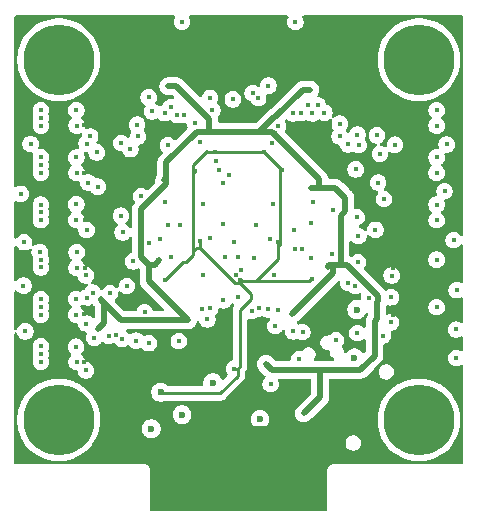
<source format=gbr>
%TF.GenerationSoftware,KiCad,Pcbnew,9.0.6*%
%TF.CreationDate,2025-12-26T21:42:16+01:00*%
%TF.ProjectId,esc,6573632e-6b69-4636-9164-5f7063625858,rev?*%
%TF.SameCoordinates,Original*%
%TF.FileFunction,Copper,L3,Inr*%
%TF.FilePolarity,Positive*%
%FSLAX46Y46*%
G04 Gerber Fmt 4.6, Leading zero omitted, Abs format (unit mm)*
G04 Created by KiCad (PCBNEW 9.0.6) date 2025-12-26 21:42:16*
%MOMM*%
%LPD*%
G01*
G04 APERTURE LIST*
%TA.AperFunction,ViaPad*%
%ADD10C,0.400000*%
%TD*%
%TA.AperFunction,ViaPad*%
%ADD11C,6.000000*%
%TD*%
%TA.AperFunction,ViaPad*%
%ADD12C,0.600000*%
%TD*%
%TA.AperFunction,Conductor*%
%ADD13C,0.500000*%
%TD*%
%TA.AperFunction,Conductor*%
%ADD14C,0.250000*%
%TD*%
G04 APERTURE END LIST*
D10*
%TO.N,/GND*%
X151200000Y-105500000D03*
X144225000Y-100450000D03*
X159000000Y-84060000D03*
D11*
X169450000Y-117750000D03*
X138950000Y-117750000D03*
D10*
X164100000Y-96525000D03*
D11*
X138950000Y-87250000D03*
D10*
X156700000Y-89450000D03*
X149400000Y-84060000D03*
D11*
X169450000Y-87250000D03*
D10*
X159300000Y-112600000D03*
X157200000Y-105500000D03*
X164200000Y-100575000D03*
D12*
X164200000Y-108400000D03*
D10*
X157100001Y-99500000D03*
D12*
X164000000Y-112500000D03*
D10*
X151200000Y-99500000D03*
X156900000Y-114700000D03*
X140475000Y-92825000D03*
X164250000Y-93600000D03*
X146225000Y-108625000D03*
X140475000Y-112825000D03*
X140425000Y-111550000D03*
X140475000Y-96825000D03*
X140450000Y-95525000D03*
X148200000Y-94500000D03*
X140450000Y-99500000D03*
X140450000Y-91525000D03*
X152305537Y-95794463D03*
D12*
X146800000Y-118500000D03*
D10*
X140475000Y-103550000D03*
X164300000Y-104400000D03*
X140425000Y-107500000D03*
X140475000Y-104875000D03*
X140425000Y-108825000D03*
X140450000Y-100825000D03*
%TO.N,/3V3*%
X157550000Y-102674998D03*
X153800000Y-113400000D03*
X150900000Y-102600000D03*
X156325000Y-95050000D03*
X157900000Y-96624998D03*
X160427572Y-105841725D03*
X154302799Y-105931582D03*
X147925000Y-105900000D03*
X152225000Y-95050000D03*
X150475000Y-96675000D03*
D12*
X147600000Y-115400000D03*
D10*
%TO.N,/+8V*%
X166000000Y-107700002D03*
X158700000Y-108800000D03*
X160355105Y-98073786D03*
X161726453Y-104771796D03*
X165900000Y-109200000D03*
X149900000Y-109300000D03*
X159700000Y-117200000D03*
X156500000Y-113000000D03*
X157181907Y-93493308D03*
X160275000Y-89775000D03*
X148225000Y-89500000D03*
X147477861Y-104167596D03*
X151342584Y-93331295D03*
X147887500Y-97450000D03*
X142300000Y-110050000D03*
X142525000Y-107550000D03*
%TO.N,/ESC1/ESC2_A*%
X172623000Y-112500000D03*
X164062515Y-106381679D03*
%TO.N,Net-(D2-K)*%
X165214166Y-107438952D03*
X172600000Y-110087500D03*
%TO.N,/ESC1/ESC2_B*%
X170950000Y-108200000D03*
%TO.N,/ESC1/ESC2_C*%
X162114296Y-103724893D03*
X159600000Y-110300000D03*
X170950000Y-104180000D03*
%TO.N,Net-(D3-K)*%
X166400000Y-110600000D03*
X172658711Y-106765109D03*
%TO.N,/ESC2/ESC2_A*%
X149124893Y-111074893D03*
X137450000Y-111520000D03*
X137450000Y-112170000D03*
X137450000Y-112830000D03*
X145280002Y-104314998D03*
%TO.N,/ESC2/ESC2_B*%
X137450000Y-108170000D03*
X137450000Y-108830000D03*
X137450000Y-107520000D03*
%TO.N,Net-(D5-K)*%
X143300000Y-107012500D03*
X136125000Y-110237500D03*
%TO.N,Net-(D6-K)*%
X135975000Y-106375000D03*
X141975000Y-110775000D03*
%TO.N,/ESC2/ESC2_C*%
X137450000Y-104170000D03*
X137350000Y-103520000D03*
X141325000Y-107400000D03*
X143833049Y-110577506D03*
X137450000Y-104830000D03*
%TO.N,Net-(D7-K)*%
X150890002Y-94208709D03*
X136025000Y-102700000D03*
%TO.N,/ESC3/ESC2_A*%
X149575000Y-91937500D03*
X137450000Y-99520000D03*
X144375000Y-101862500D03*
X137450000Y-100180000D03*
X137450000Y-100830000D03*
%TO.N,/ESC3/ESC2_B*%
X145600000Y-92750000D03*
X137450000Y-96170000D03*
X147950000Y-91775000D03*
X137450000Y-95520000D03*
X137450000Y-96830000D03*
%TO.N,Net-(D8-K)*%
X148950000Y-91900000D03*
X135750000Y-98600000D03*
%TO.N,Net-(D9-K)*%
X136575000Y-94375000D03*
X146575000Y-90425000D03*
%TO.N,/ESC3/ESC2_C*%
X137450000Y-92170000D03*
X137450000Y-91520000D03*
X137450000Y-92830000D03*
%TO.N,Net-(D10-K)*%
X172400000Y-102525000D03*
X157020404Y-94321756D03*
%TO.N,/ESC4/ESC2_A*%
X170950000Y-100830000D03*
X170950000Y-99520000D03*
X158799997Y-91800000D03*
X164325000Y-102175000D03*
%TO.N,/ESC4/ESC2_B*%
X162755390Y-92662500D03*
X160437500Y-91800000D03*
X170950000Y-95520000D03*
X170950000Y-96830000D03*
%TO.N,Net-(D11-K)*%
X159487391Y-91762609D03*
X171625000Y-98375000D03*
%TO.N,Net-(D12-K)*%
X171800000Y-94425000D03*
X160925000Y-91125000D03*
%TO.N,/ESC4/ESC2_C*%
X170950000Y-92830000D03*
X170950000Y-91520000D03*
D12*
%TO.N,/VBAT*%
X152000000Y-114600000D03*
X156000000Y-117700000D03*
D10*
%TO.N,Net-(Q4-G)*%
X167073728Y-109487500D03*
%TO.N,Net-(Q6-G)*%
X167145982Y-105521197D03*
%TO.N,Net-(Q8-G)*%
X141300002Y-109585906D03*
%TO.N,Net-(Q10-G)*%
X141250002Y-113550000D03*
%TO.N,Net-(Q12-G)*%
X141250000Y-105500000D03*
%TO.N,Net-(Q14-G)*%
X141450000Y-97650000D03*
%TO.N,Net-(Q16-G)*%
X141325000Y-101675000D03*
%TO.N,Net-(Q18-G)*%
X141625000Y-93750000D03*
%TO.N,Net-(Q20-G)*%
X166000000Y-97650000D03*
%TO.N,Net-(Q22-G)*%
X165775000Y-101650000D03*
%TO.N,Net-(Q24-G)*%
X165900000Y-93650000D03*
%TO.N,Net-(U3-PA5)*%
X157535395Y-108469095D03*
X160279598Y-103995617D03*
%TO.N,Net-(U3-PA4)*%
X156672643Y-108375455D03*
X157300000Y-109800000D03*
%TO.N,Net-(U3-PA1)*%
X155312500Y-108500000D03*
%TO.N,Net-(U3-BOOT0)*%
X155469404Y-104034000D03*
%TO.N,Net-(U3-NRST)*%
X154375001Y-105018207D03*
%TO.N,Net-(U3-PA2)*%
X154175000Y-103950000D03*
X158825000Y-110250000D03*
X155900000Y-108300000D03*
X151975000Y-91525000D03*
X153400000Y-97050000D03*
%TO.N,/ESC1/H01*%
X163484647Y-106126236D03*
%TO.N,/ESC1/H02*%
X167099998Y-107370362D03*
%TO.N,/ESC1/L02*%
X162437500Y-111000000D03*
%TO.N,/ESC1/H03*%
X164250000Y-110400000D03*
%TO.N,Net-(U1-PA5)*%
X151100000Y-108325000D03*
X148457710Y-103956428D03*
%TO.N,Net-(U1-PA4)*%
X151782118Y-108312461D03*
%TO.N,Net-(U1-PA0)*%
X154125000Y-107325000D03*
%TO.N,Net-(U1-PA1)*%
X151540294Y-109235873D03*
%TO.N,Net-(U1-BOOT0)*%
X153025000Y-103987500D03*
%TO.N,Net-(U1-NRST)*%
X153946413Y-105438106D03*
%TO.N,Net-(U1-PA2)*%
X153825000Y-102675000D03*
X152900000Y-107625000D03*
X151775000Y-90475000D03*
%TO.N,/ESC2/H01*%
X144729076Y-106410439D03*
%TO.N,/ESC2/H02*%
X141820474Y-106962500D03*
%TO.N,/ESC2/L01*%
X145508564Y-111039555D03*
%TO.N,/ESC2/L02*%
X143184140Y-110615188D03*
%TO.N,/ESC2/L03*%
X146575000Y-111250000D03*
%TO.N,/ESC2/H03*%
X144345335Y-110891450D03*
%TO.N,Net-(U11-PA5)*%
X142175000Y-95100000D03*
X141325000Y-94350000D03*
%TO.N,Net-(U11-PA1)*%
X147999000Y-99307019D03*
X148225000Y-101225000D03*
%TO.N,Net-(U11-BOOT0)*%
X152900000Y-101200002D03*
%TO.N,Net-(U11-NRST)*%
X151797015Y-102313058D03*
%TO.N,Net-(U11-PA2)*%
X149187607Y-101237607D03*
%TO.N,/ESC3/H01*%
X150493829Y-92647528D03*
%TO.N,/ESC3/H02*%
X145958732Y-98818036D03*
X148450000Y-91250000D03*
X142253326Y-97988283D03*
%TO.N,/ESC3/L01*%
X145675000Y-93750000D03*
%TO.N,/ESC3/L02*%
X145023256Y-94823042D03*
%TO.N,/ESC3/L03*%
X144266445Y-94297227D03*
%TO.N,/ESC3/H03*%
X146875000Y-91625000D03*
%TO.N,Net-(U16-PA5)*%
X167425000Y-94450000D03*
X166150000Y-95225000D03*
%TO.N,Net-(U16-PA1)*%
X160332643Y-101102627D03*
X160450000Y-99300000D03*
%TO.N,Net-(U16-BOOT0)*%
X155654987Y-101249001D03*
%TO.N,Net-(U16-NRST)*%
X156835902Y-102390160D03*
%TO.N,Net-(U16-PA2)*%
X158912500Y-101700000D03*
X153700000Y-90600000D03*
%TO.N,/ESC4/H01*%
X157538279Y-92888793D03*
%TO.N,/ESC4/H02*%
X160100000Y-91100000D03*
X162203172Y-99939072D03*
X166500000Y-99050000D03*
%TO.N,/ESC4/L01*%
X162732607Y-93737500D03*
%TO.N,/ESC4/L02*%
X163460529Y-94414257D03*
%TO.N,/ESC4/L03*%
X164350000Y-94475000D03*
%TO.N,/ESC4/H03*%
X161450000Y-91725000D03*
%TO.N,/ESC1/SWCLK*%
X158925000Y-103250000D03*
%TO.N,/ESC1/SWDIO*%
X159566713Y-103300000D03*
%TO.N,/ESC2/SWCLK*%
X147575000Y-102450000D03*
%TO.N,/ESC2/SWDIO*%
X146625000Y-102750000D03*
%TO.N,/ESC3/SWCLK*%
X155850000Y-90500000D03*
X152900000Y-97700000D03*
%TO.N,/ESC3/SWDIO*%
X152500000Y-96550000D03*
X155375000Y-90075000D03*
D12*
%TO.N,Net-(U24-OUT)*%
X149400000Y-117300000D03*
D10*
%TO.N,/VIN*%
X141075000Y-108175000D03*
X164700000Y-118900000D03*
X141100000Y-104175000D03*
X158525000Y-87650000D03*
X141075000Y-108800000D03*
X166237500Y-92462500D03*
X158500000Y-88225000D03*
X141125000Y-112175000D03*
X141100000Y-96175000D03*
X141075000Y-92800000D03*
X141075000Y-96825000D03*
X141150000Y-100800000D03*
X141075000Y-92150000D03*
X141150000Y-104850000D03*
X141100000Y-112825000D03*
D12*
X150499998Y-117866169D03*
D10*
X141125000Y-100150000D03*
X167250000Y-96825000D03*
X167275000Y-104150000D03*
X167325000Y-92150000D03*
X167250000Y-104850000D03*
X167250000Y-100225000D03*
X167350000Y-92825000D03*
X169000000Y-104700000D03*
X167300000Y-108850000D03*
X167200000Y-100900000D03*
X169000000Y-108500000D03*
X167275000Y-96150000D03*
X167225000Y-108175000D03*
X169100000Y-112500000D03*
%TD*%
D13*
%TO.N,/+8V*%
X144225000Y-109300000D02*
X149900000Y-109300000D01*
X142787500Y-107862500D02*
X144225000Y-109300000D01*
D14*
%TO.N,/3V3*%
X155625000Y-106025000D02*
X160175000Y-106025000D01*
X157625001Y-96349999D02*
X157675001Y-96399999D01*
X151475000Y-95000000D02*
X151525000Y-95050000D01*
X149738171Y-104374998D02*
X149450002Y-104374998D01*
X151900000Y-95050000D02*
X152225000Y-95050000D01*
X157675001Y-102924999D02*
X157550000Y-103050000D01*
X150350000Y-96800000D02*
X150475000Y-96675000D01*
X151900000Y-95050000D02*
X155875000Y-95050000D01*
X155875000Y-95050000D02*
X156325000Y-95050000D01*
X155276000Y-107497166D02*
X155276000Y-107102834D01*
X160358275Y-105841725D02*
X160427572Y-105841725D01*
X150900000Y-103156785D02*
X150668215Y-103156785D01*
X154300000Y-108473166D02*
X155276000Y-107497166D01*
X147700000Y-115500000D02*
X152600000Y-115500000D01*
X154381582Y-105931582D02*
X154475000Y-106025000D01*
X157550000Y-103050000D02*
X157550000Y-102674998D01*
X150350000Y-97300000D02*
X150350000Y-96125000D01*
X156325002Y-95050000D02*
X157625001Y-96349999D01*
X157550000Y-104100000D02*
X157550000Y-103050000D01*
X154300000Y-106126834D02*
X153870049Y-106126834D01*
X150350000Y-96125000D02*
X151475000Y-95000000D01*
X149450002Y-104374998D02*
X147925000Y-105900000D01*
X150350000Y-97300000D02*
X150350000Y-96800000D01*
X154100000Y-114000000D02*
X154100000Y-113400000D01*
X155875000Y-95050000D02*
X156325002Y-95050000D01*
X150350000Y-103475000D02*
X150350000Y-103763169D01*
X154100000Y-113400000D02*
X153800000Y-113400000D01*
X150350000Y-103475000D02*
X150350000Y-97300000D01*
X153870049Y-106126834D02*
X150900000Y-103156785D01*
X154300000Y-105934381D02*
X154302799Y-105931582D01*
X152600000Y-115500000D02*
X154100000Y-114000000D01*
X147600000Y-115400000D02*
X147700000Y-115500000D01*
X154100000Y-113400000D02*
X154300000Y-113200000D01*
X150668215Y-103156785D02*
X150350000Y-103475000D01*
X154300000Y-113200000D02*
X154300000Y-108473166D01*
X154302799Y-105931582D02*
X154381582Y-105931582D01*
X150900000Y-103156785D02*
X150900000Y-102600000D01*
X155625000Y-106025000D02*
X157550000Y-104100000D01*
X154475000Y-106025000D02*
X155625000Y-106025000D01*
X154300000Y-106126834D02*
X154300000Y-105934381D01*
X150350000Y-103763169D02*
X149738171Y-104374998D01*
X157625001Y-96349999D02*
X157900000Y-96624998D01*
X157675001Y-96399999D02*
X157675001Y-102924999D01*
X160175000Y-106025000D02*
X160358275Y-105841725D01*
X151525000Y-95050000D02*
X151900000Y-95050000D01*
X155276000Y-107102834D02*
X154300000Y-106126834D01*
D13*
%TO.N,/+8V*%
X161000000Y-98073786D02*
X161000000Y-97311401D01*
X166000000Y-107700002D02*
X166000000Y-107260128D01*
X161835856Y-104662393D02*
X161726453Y-104771796D01*
X145925000Y-99909437D02*
X145925000Y-103970046D01*
X165900000Y-109200000D02*
X165700000Y-109400000D01*
X161100000Y-113500000D02*
X157000000Y-113500000D01*
X142525000Y-107600000D02*
X142787500Y-107862500D01*
X142525000Y-107550000D02*
X142525000Y-107600000D01*
X156025000Y-93289950D02*
X157211967Y-92102983D01*
X157000000Y-113500000D02*
X156500000Y-113000000D01*
X146597994Y-104643040D02*
X146597994Y-105997994D01*
X157307045Y-92102983D02*
X159635028Y-89775000D01*
X163225000Y-100075000D02*
X163225000Y-98925000D01*
X151700000Y-93331295D02*
X151342584Y-93331295D01*
X162825000Y-104662393D02*
X162825000Y-100475000D01*
X157394299Y-93705701D02*
X157181907Y-93493308D01*
X163225000Y-98925000D02*
X162373786Y-98073786D01*
X165700000Y-109400000D02*
X165700000Y-112300000D01*
X162200000Y-104662393D02*
X161835856Y-104662393D01*
X164500000Y-113500000D02*
X161100000Y-113500000D01*
X166000000Y-107260128D02*
X163402265Y-104662393D01*
X150643705Y-93331295D02*
X148050000Y-95925000D01*
X162825000Y-104662393D02*
X162200000Y-104662393D01*
X142787500Y-107862500D02*
X142787500Y-109562500D01*
X148900000Y-89500000D02*
X148225000Y-89500000D01*
X148050000Y-97287500D02*
X147887500Y-97450000D01*
X161100000Y-115800000D02*
X159700000Y-117200000D01*
X148050000Y-96850000D02*
X148050000Y-97287500D01*
X147477861Y-104247139D02*
X147477861Y-104167596D01*
X142787500Y-109562500D02*
X142300000Y-110050000D01*
X165900000Y-109200000D02*
X165900000Y-107800002D01*
X162825000Y-100475000D02*
X163225000Y-100075000D01*
X148050000Y-95925000D02*
X148050000Y-96850000D01*
X161000000Y-97311401D02*
X157394299Y-93705701D01*
X151700000Y-92300000D02*
X148900000Y-89500000D01*
X162200000Y-104662393D02*
X162200000Y-105300000D01*
X147081960Y-104643040D02*
X147477861Y-104247139D01*
X159635028Y-89775000D02*
X160275000Y-89775000D01*
X165900000Y-107800002D02*
X166000000Y-107700002D01*
X162200000Y-105300000D02*
X158700000Y-108800000D01*
X146597994Y-104643040D02*
X147081960Y-104643040D01*
X145925000Y-103970046D02*
X146597994Y-104643040D01*
X163402265Y-104662393D02*
X162825000Y-104662393D01*
X162373786Y-98073786D02*
X161000000Y-98073786D01*
X156025000Y-93331295D02*
X156025000Y-93289950D01*
X151700000Y-93331295D02*
X151700000Y-92300000D01*
X148050000Y-96850000D02*
X148050000Y-97784437D01*
X161100000Y-113500000D02*
X161100000Y-115800000D01*
X151700000Y-93331295D02*
X150643705Y-93331295D01*
X148050000Y-97784437D02*
X145925000Y-99909437D01*
X157394299Y-93705701D02*
X157019893Y-93331295D01*
X157019893Y-93331295D02*
X156025000Y-93331295D01*
X165700000Y-112300000D02*
X164500000Y-113500000D01*
X157211967Y-92102983D02*
X157307045Y-92102983D01*
X156025000Y-93331295D02*
X151700000Y-93331295D01*
X161000000Y-98073786D02*
X160355105Y-98073786D01*
X146597994Y-105997994D02*
X149900000Y-109300000D01*
%TO.N,/VIN*%
X164700000Y-118500000D02*
X151133829Y-118500000D01*
X169000000Y-108500000D02*
X169000000Y-104700000D01*
X169100000Y-112500000D02*
X164700000Y-116900000D01*
X169000000Y-112400000D02*
X169100000Y-112500000D01*
X169000000Y-108500000D02*
X169000000Y-112400000D01*
X164700000Y-116900000D02*
X164700000Y-118500000D01*
X151133829Y-118500000D02*
X150499998Y-117866169D01*
X164700000Y-118500000D02*
X164700000Y-118900000D01*
%TD*%
%TA.AperFunction,Conductor*%
%TO.N,/VIN*%
G36*
X141793702Y-107955570D02*
G01*
X141796455Y-107954841D01*
X141827182Y-107964755D01*
X141858335Y-107973301D01*
X141860678Y-107975562D01*
X141862949Y-107976295D01*
X141889001Y-108000106D01*
X141892880Y-108004830D01*
X141942048Y-108078416D01*
X142004980Y-108141348D01*
X142008832Y-108146039D01*
X142020216Y-108172824D01*
X142034166Y-108198371D01*
X142033720Y-108204597D01*
X142036162Y-108210341D01*
X142037000Y-108224730D01*
X142037000Y-109032885D01*
X142017315Y-109099924D01*
X141964511Y-109145679D01*
X141895353Y-109155623D01*
X141831797Y-109126598D01*
X141825319Y-109120566D01*
X141746547Y-109041794D01*
X141746543Y-109041791D01*
X141631819Y-108965134D01*
X141631806Y-108965127D01*
X141504334Y-108912327D01*
X141504324Y-108912324D01*
X141368997Y-108885406D01*
X141368995Y-108885406D01*
X141249500Y-108885406D01*
X141182461Y-108865721D01*
X141136706Y-108812917D01*
X141125500Y-108761406D01*
X141125500Y-108756004D01*
X141098581Y-108620677D01*
X141098580Y-108620676D01*
X141098580Y-108620672D01*
X141068252Y-108547453D01*
X141045778Y-108493195D01*
X141045771Y-108493182D01*
X140969114Y-108378458D01*
X140969111Y-108378454D01*
X140871544Y-108280887D01*
X140848669Y-108265603D01*
X140828415Y-108241368D01*
X140806836Y-108218325D01*
X140806183Y-108214767D01*
X140803863Y-108211991D01*
X140799927Y-108180656D01*
X140794232Y-108149602D01*
X140795606Y-108146255D01*
X140795156Y-108142666D01*
X140808782Y-108114183D01*
X140820783Y-108084973D01*
X140824301Y-108081745D01*
X140825310Y-108079638D01*
X140846545Y-108060849D01*
X140847612Y-108060102D01*
X140871542Y-108044114D01*
X140873957Y-108041698D01*
X140881443Y-108036469D01*
X140910187Y-108026809D01*
X140938093Y-108014955D01*
X140943303Y-108015680D01*
X140947673Y-108014212D01*
X140966051Y-108018846D01*
X140999909Y-108023559D01*
X141114110Y-108070862D01*
X141120672Y-108073580D01*
X141120676Y-108073580D01*
X141120677Y-108073581D01*
X141256004Y-108100500D01*
X141256007Y-108100500D01*
X141393995Y-108100500D01*
X141492588Y-108080888D01*
X141529328Y-108073580D01*
X141652528Y-108022549D01*
X141656804Y-108020778D01*
X141656804Y-108020777D01*
X141656811Y-108020775D01*
X141724278Y-107975695D01*
X141726995Y-107974844D01*
X141728917Y-107972742D01*
X141760129Y-107964468D01*
X141790955Y-107954817D01*
X141793702Y-107955570D01*
G37*
%TD.AperFunction*%
%TA.AperFunction,Conductor*%
G36*
X148766413Y-83520185D02*
G01*
X148812168Y-83572989D01*
X148822112Y-83642147D01*
X148802476Y-83693391D01*
X148779228Y-83728183D01*
X148779221Y-83728195D01*
X148726421Y-83855667D01*
X148726418Y-83855677D01*
X148699500Y-83991004D01*
X148699500Y-83991007D01*
X148699500Y-84128993D01*
X148699500Y-84128995D01*
X148699499Y-84128995D01*
X148726418Y-84264322D01*
X148726421Y-84264332D01*
X148779221Y-84391804D01*
X148779228Y-84391817D01*
X148855885Y-84506541D01*
X148855888Y-84506545D01*
X148953454Y-84604111D01*
X148953458Y-84604114D01*
X149068182Y-84680771D01*
X149068195Y-84680778D01*
X149195667Y-84733578D01*
X149195672Y-84733580D01*
X149195676Y-84733580D01*
X149195677Y-84733581D01*
X149331004Y-84760500D01*
X149331007Y-84760500D01*
X149468995Y-84760500D01*
X149560041Y-84742389D01*
X149604328Y-84733580D01*
X149731811Y-84680775D01*
X149846542Y-84604114D01*
X149944114Y-84506542D01*
X150020775Y-84391811D01*
X150073580Y-84264328D01*
X150100500Y-84128993D01*
X150100500Y-83991007D01*
X150100500Y-83991004D01*
X150073581Y-83855677D01*
X150073580Y-83855676D01*
X150073580Y-83855672D01*
X150043566Y-83783211D01*
X150020778Y-83728195D01*
X150020776Y-83728191D01*
X150020775Y-83728189D01*
X149997524Y-83693391D01*
X149976646Y-83626714D01*
X149995130Y-83559334D01*
X150047109Y-83512643D01*
X150100626Y-83500500D01*
X158299374Y-83500500D01*
X158366413Y-83520185D01*
X158412168Y-83572989D01*
X158422112Y-83642147D01*
X158402476Y-83693391D01*
X158379228Y-83728183D01*
X158379221Y-83728195D01*
X158326421Y-83855667D01*
X158326418Y-83855677D01*
X158299500Y-83991004D01*
X158299500Y-83991007D01*
X158299500Y-84128993D01*
X158299500Y-84128995D01*
X158299499Y-84128995D01*
X158326418Y-84264322D01*
X158326421Y-84264332D01*
X158379221Y-84391804D01*
X158379228Y-84391817D01*
X158455885Y-84506541D01*
X158455888Y-84506545D01*
X158553454Y-84604111D01*
X158553458Y-84604114D01*
X158668182Y-84680771D01*
X158668195Y-84680778D01*
X158795667Y-84733578D01*
X158795672Y-84733580D01*
X158795676Y-84733580D01*
X158795677Y-84733581D01*
X158931004Y-84760500D01*
X158931007Y-84760500D01*
X159068995Y-84760500D01*
X159160041Y-84742389D01*
X159204328Y-84733580D01*
X159331811Y-84680775D01*
X159446542Y-84604114D01*
X159544114Y-84506542D01*
X159620775Y-84391811D01*
X159673580Y-84264328D01*
X159700500Y-84128993D01*
X159700500Y-83991007D01*
X159700500Y-83991004D01*
X159673581Y-83855677D01*
X159673580Y-83855676D01*
X159673580Y-83855672D01*
X159643566Y-83783211D01*
X159620778Y-83728195D01*
X159620776Y-83728191D01*
X159620775Y-83728189D01*
X159597524Y-83693391D01*
X159576646Y-83626714D01*
X159595130Y-83559334D01*
X159647109Y-83512643D01*
X159700626Y-83500500D01*
X173075500Y-83500500D01*
X173142539Y-83520185D01*
X173188294Y-83572989D01*
X173199500Y-83624500D01*
X173199500Y-102051896D01*
X173179815Y-102118935D01*
X173127011Y-102164690D01*
X173057853Y-102174634D01*
X172994297Y-102145609D01*
X172972398Y-102120787D01*
X172944114Y-102078458D01*
X172944111Y-102078454D01*
X172846545Y-101980888D01*
X172846541Y-101980885D01*
X172731817Y-101904228D01*
X172731804Y-101904221D01*
X172604332Y-101851421D01*
X172604322Y-101851418D01*
X172468995Y-101824500D01*
X172468993Y-101824500D01*
X172331007Y-101824500D01*
X172331005Y-101824500D01*
X172195677Y-101851418D01*
X172195667Y-101851421D01*
X172068195Y-101904221D01*
X172068182Y-101904228D01*
X171953458Y-101980885D01*
X171953454Y-101980888D01*
X171855888Y-102078454D01*
X171855885Y-102078458D01*
X171779228Y-102193182D01*
X171779221Y-102193195D01*
X171726421Y-102320667D01*
X171726418Y-102320677D01*
X171699500Y-102456004D01*
X171699500Y-102456007D01*
X171699500Y-102593993D01*
X171699500Y-102593995D01*
X171699499Y-102593995D01*
X171726418Y-102729322D01*
X171726421Y-102729332D01*
X171779221Y-102856804D01*
X171779228Y-102856817D01*
X171855885Y-102971541D01*
X171855888Y-102971545D01*
X171953454Y-103069111D01*
X171953458Y-103069114D01*
X172068182Y-103145771D01*
X172068195Y-103145778D01*
X172170600Y-103188195D01*
X172195672Y-103198580D01*
X172195676Y-103198580D01*
X172195677Y-103198581D01*
X172331004Y-103225500D01*
X172331007Y-103225500D01*
X172468995Y-103225500D01*
X172577251Y-103203966D01*
X172604328Y-103198580D01*
X172728144Y-103147294D01*
X172731804Y-103145778D01*
X172731804Y-103145777D01*
X172731811Y-103145775D01*
X172846542Y-103069114D01*
X172944114Y-102971542D01*
X172972397Y-102929212D01*
X173026009Y-102884407D01*
X173095334Y-102875700D01*
X173158362Y-102905854D01*
X173195082Y-102965297D01*
X173199500Y-102998103D01*
X173199500Y-106051980D01*
X173179815Y-106119019D01*
X173127011Y-106164774D01*
X173057853Y-106174718D01*
X173006610Y-106155083D01*
X172990526Y-106144336D01*
X172990515Y-106144330D01*
X172863043Y-106091530D01*
X172863033Y-106091527D01*
X172727706Y-106064609D01*
X172727704Y-106064609D01*
X172589718Y-106064609D01*
X172589716Y-106064609D01*
X172454388Y-106091527D01*
X172454378Y-106091530D01*
X172326906Y-106144330D01*
X172326893Y-106144337D01*
X172212169Y-106220994D01*
X172212165Y-106220997D01*
X172114599Y-106318563D01*
X172114596Y-106318567D01*
X172037939Y-106433291D01*
X172037932Y-106433304D01*
X171985132Y-106560776D01*
X171985129Y-106560786D01*
X171958211Y-106696113D01*
X171958211Y-106696116D01*
X171958211Y-106834102D01*
X171958211Y-106834104D01*
X171958210Y-106834104D01*
X171985129Y-106969431D01*
X171985132Y-106969441D01*
X172037932Y-107096913D01*
X172037939Y-107096926D01*
X172114596Y-107211650D01*
X172114599Y-107211654D01*
X172212165Y-107309220D01*
X172212169Y-107309223D01*
X172326893Y-107385880D01*
X172326906Y-107385887D01*
X172435837Y-107431007D01*
X172454383Y-107438689D01*
X172454387Y-107438689D01*
X172454388Y-107438690D01*
X172589715Y-107465609D01*
X172589718Y-107465609D01*
X172727706Y-107465609D01*
X172818752Y-107447498D01*
X172863039Y-107438689D01*
X172990522Y-107385884D01*
X173006607Y-107375135D01*
X173073284Y-107354257D01*
X173140664Y-107372740D01*
X173187356Y-107424718D01*
X173199500Y-107478237D01*
X173199500Y-109413601D01*
X173179815Y-109480640D01*
X173127011Y-109526395D01*
X173057853Y-109536339D01*
X173006609Y-109516703D01*
X172931817Y-109466728D01*
X172931804Y-109466721D01*
X172804332Y-109413921D01*
X172804322Y-109413918D01*
X172668995Y-109387000D01*
X172668993Y-109387000D01*
X172531007Y-109387000D01*
X172531005Y-109387000D01*
X172395677Y-109413918D01*
X172395667Y-109413921D01*
X172268195Y-109466721D01*
X172268182Y-109466728D01*
X172153458Y-109543385D01*
X172153454Y-109543388D01*
X172055888Y-109640954D01*
X172055885Y-109640958D01*
X171979228Y-109755682D01*
X171979221Y-109755695D01*
X171926421Y-109883167D01*
X171926418Y-109883177D01*
X171899500Y-110018504D01*
X171899500Y-110018507D01*
X171899500Y-110156493D01*
X171899500Y-110156495D01*
X171899499Y-110156495D01*
X171926418Y-110291822D01*
X171926421Y-110291832D01*
X171979221Y-110419304D01*
X171979228Y-110419317D01*
X172055885Y-110534041D01*
X172055888Y-110534045D01*
X172153454Y-110631611D01*
X172153458Y-110631614D01*
X172268182Y-110708271D01*
X172268195Y-110708278D01*
X172360574Y-110746542D01*
X172395672Y-110761080D01*
X172395676Y-110761080D01*
X172395677Y-110761081D01*
X172531004Y-110788000D01*
X172531007Y-110788000D01*
X172668995Y-110788000D01*
X172760041Y-110769889D01*
X172804328Y-110761080D01*
X172931811Y-110708275D01*
X172931816Y-110708271D01*
X172931819Y-110708270D01*
X172988027Y-110670712D01*
X173006608Y-110658296D01*
X173073285Y-110637418D01*
X173140666Y-110655902D01*
X173187356Y-110707880D01*
X173199500Y-110761398D01*
X173199500Y-111810732D01*
X173179815Y-111877771D01*
X173127011Y-111923526D01*
X173057853Y-111933470D01*
X173006610Y-111913835D01*
X172954815Y-111879227D01*
X172954804Y-111879221D01*
X172827332Y-111826421D01*
X172827322Y-111826418D01*
X172691995Y-111799500D01*
X172691993Y-111799500D01*
X172554007Y-111799500D01*
X172554005Y-111799500D01*
X172418677Y-111826418D01*
X172418667Y-111826421D01*
X172291195Y-111879221D01*
X172291182Y-111879228D01*
X172176458Y-111955885D01*
X172176454Y-111955888D01*
X172078888Y-112053454D01*
X172078885Y-112053458D01*
X172002228Y-112168182D01*
X172002221Y-112168195D01*
X171949421Y-112295667D01*
X171949418Y-112295677D01*
X171922500Y-112431004D01*
X171922500Y-112431007D01*
X171922500Y-112568993D01*
X171922500Y-112568995D01*
X171922499Y-112568995D01*
X171949418Y-112704322D01*
X171949421Y-112704332D01*
X172002221Y-112831804D01*
X172002228Y-112831817D01*
X172078885Y-112946541D01*
X172078888Y-112946545D01*
X172176454Y-113044111D01*
X172176458Y-113044114D01*
X172291182Y-113120771D01*
X172291195Y-113120778D01*
X172418667Y-113173578D01*
X172418672Y-113173580D01*
X172418676Y-113173580D01*
X172418677Y-113173581D01*
X172554004Y-113200500D01*
X172554007Y-113200500D01*
X172691995Y-113200500D01*
X172783877Y-113182223D01*
X172827328Y-113173580D01*
X172954811Y-113120775D01*
X172954817Y-113120771D01*
X173006609Y-113086165D01*
X173073286Y-113065287D01*
X173140666Y-113083771D01*
X173187357Y-113135750D01*
X173199500Y-113189267D01*
X173199500Y-121375500D01*
X173179815Y-121442539D01*
X173127011Y-121488294D01*
X173075500Y-121499500D01*
X162134108Y-121499500D01*
X162006812Y-121533608D01*
X161892686Y-121599500D01*
X161892683Y-121599502D01*
X161799502Y-121692683D01*
X161799500Y-121692686D01*
X161733608Y-121806812D01*
X161699500Y-121934108D01*
X161699500Y-125375500D01*
X161679815Y-125442539D01*
X161627011Y-125488294D01*
X161575500Y-125499500D01*
X146824500Y-125499500D01*
X146757461Y-125479815D01*
X146711706Y-125427011D01*
X146700500Y-125375500D01*
X146700500Y-121934110D01*
X146700500Y-121934108D01*
X146666392Y-121806814D01*
X146600500Y-121692686D01*
X146507314Y-121599500D01*
X146450250Y-121566554D01*
X146393187Y-121533608D01*
X146329539Y-121516554D01*
X146265892Y-121499500D01*
X146265891Y-121499500D01*
X135324500Y-121499500D01*
X135257461Y-121479815D01*
X135211706Y-121427011D01*
X135200500Y-121375500D01*
X135200500Y-117578031D01*
X135449500Y-117578031D01*
X135449500Y-117921969D01*
X135456172Y-117989711D01*
X135483210Y-118264249D01*
X135550308Y-118601572D01*
X135650150Y-118930706D01*
X135781770Y-119248464D01*
X135781772Y-119248469D01*
X135943893Y-119551775D01*
X135943904Y-119551793D01*
X136134975Y-119837751D01*
X136134985Y-119837765D01*
X136353176Y-120103632D01*
X136596367Y-120346823D01*
X136596372Y-120346827D01*
X136596373Y-120346828D01*
X136862240Y-120565019D01*
X137148213Y-120756100D01*
X137148222Y-120756105D01*
X137148224Y-120756106D01*
X137451530Y-120918227D01*
X137451532Y-120918227D01*
X137451538Y-120918231D01*
X137769295Y-121049850D01*
X138098422Y-121149690D01*
X138435750Y-121216789D01*
X138778031Y-121250500D01*
X138778034Y-121250500D01*
X139121966Y-121250500D01*
X139121969Y-121250500D01*
X139464250Y-121216789D01*
X139801578Y-121149690D01*
X140130705Y-121049850D01*
X140448462Y-120918231D01*
X140751787Y-120756100D01*
X141037760Y-120565019D01*
X141303627Y-120346828D01*
X141546828Y-120103627D01*
X141765019Y-119837760D01*
X141814256Y-119764071D01*
X163249499Y-119764071D01*
X163274497Y-119889738D01*
X163274499Y-119889744D01*
X163323533Y-120008124D01*
X163323538Y-120008133D01*
X163394723Y-120114668D01*
X163394726Y-120114672D01*
X163485327Y-120205273D01*
X163485331Y-120205276D01*
X163591866Y-120276461D01*
X163591872Y-120276464D01*
X163591873Y-120276465D01*
X163710256Y-120325501D01*
X163710260Y-120325501D01*
X163710261Y-120325502D01*
X163835928Y-120350500D01*
X163835931Y-120350500D01*
X163964071Y-120350500D01*
X164048615Y-120333682D01*
X164089744Y-120325501D01*
X164208127Y-120276465D01*
X164314669Y-120205276D01*
X164405276Y-120114669D01*
X164476465Y-120008127D01*
X164525501Y-119889744D01*
X164550500Y-119764069D01*
X164550500Y-119635931D01*
X164550500Y-119635928D01*
X164525502Y-119510261D01*
X164525501Y-119510260D01*
X164525501Y-119510256D01*
X164476465Y-119391873D01*
X164476464Y-119391872D01*
X164476461Y-119391866D01*
X164405276Y-119285331D01*
X164405273Y-119285327D01*
X164314672Y-119194726D01*
X164314668Y-119194723D01*
X164208133Y-119123538D01*
X164208124Y-119123533D01*
X164089744Y-119074499D01*
X164089738Y-119074497D01*
X163964071Y-119049500D01*
X163964069Y-119049500D01*
X163835931Y-119049500D01*
X163835929Y-119049500D01*
X163710261Y-119074497D01*
X163710255Y-119074499D01*
X163591875Y-119123533D01*
X163591866Y-119123538D01*
X163485331Y-119194723D01*
X163485327Y-119194726D01*
X163394726Y-119285327D01*
X163394723Y-119285331D01*
X163323538Y-119391866D01*
X163323533Y-119391875D01*
X163274499Y-119510255D01*
X163274497Y-119510261D01*
X163249500Y-119635928D01*
X163249500Y-119635931D01*
X163249500Y-119764069D01*
X163249500Y-119764071D01*
X163249499Y-119764071D01*
X141814256Y-119764071D01*
X141956100Y-119551787D01*
X142118231Y-119248462D01*
X142249850Y-118930705D01*
X142349690Y-118601578D01*
X142385579Y-118421153D01*
X145999500Y-118421153D01*
X145999500Y-118578846D01*
X146030261Y-118733489D01*
X146030264Y-118733501D01*
X146090602Y-118879172D01*
X146090609Y-118879185D01*
X146178210Y-119010288D01*
X146178213Y-119010292D01*
X146289707Y-119121786D01*
X146289711Y-119121789D01*
X146420814Y-119209390D01*
X146420827Y-119209397D01*
X146515157Y-119248469D01*
X146566503Y-119269737D01*
X146721153Y-119300499D01*
X146721156Y-119300500D01*
X146721158Y-119300500D01*
X146878844Y-119300500D01*
X146878845Y-119300499D01*
X147033497Y-119269737D01*
X147179179Y-119209394D01*
X147310289Y-119121789D01*
X147421789Y-119010289D01*
X147509394Y-118879179D01*
X147569737Y-118733497D01*
X147600500Y-118578842D01*
X147600500Y-118421158D01*
X147600500Y-118421155D01*
X147600499Y-118421153D01*
X147580734Y-118321789D01*
X147569737Y-118266503D01*
X147546452Y-118210288D01*
X147509397Y-118120827D01*
X147509390Y-118120814D01*
X147421789Y-117989711D01*
X147421786Y-117989707D01*
X147310292Y-117878213D01*
X147310288Y-117878210D01*
X147179185Y-117790609D01*
X147179172Y-117790602D01*
X147033501Y-117730264D01*
X147033489Y-117730261D01*
X146878845Y-117699500D01*
X146878842Y-117699500D01*
X146721158Y-117699500D01*
X146721155Y-117699500D01*
X146566510Y-117730261D01*
X146566498Y-117730264D01*
X146420827Y-117790602D01*
X146420814Y-117790609D01*
X146289711Y-117878210D01*
X146289707Y-117878213D01*
X146178213Y-117989707D01*
X146178210Y-117989711D01*
X146090609Y-118120814D01*
X146090602Y-118120827D01*
X146030264Y-118266498D01*
X146030261Y-118266510D01*
X145999500Y-118421153D01*
X142385579Y-118421153D01*
X142416789Y-118264250D01*
X142450500Y-117921969D01*
X142450500Y-117578031D01*
X142416789Y-117235750D01*
X142413885Y-117221153D01*
X148599500Y-117221153D01*
X148599500Y-117378846D01*
X148630261Y-117533489D01*
X148630264Y-117533501D01*
X148690602Y-117679172D01*
X148690609Y-117679185D01*
X148778210Y-117810288D01*
X148778213Y-117810292D01*
X148889707Y-117921786D01*
X148889711Y-117921789D01*
X149020814Y-118009390D01*
X149020827Y-118009397D01*
X149166498Y-118069735D01*
X149166503Y-118069737D01*
X149321153Y-118100499D01*
X149321156Y-118100500D01*
X149321158Y-118100500D01*
X149478844Y-118100500D01*
X149478845Y-118100499D01*
X149633497Y-118069737D01*
X149779179Y-118009394D01*
X149910289Y-117921789D01*
X150021789Y-117810289D01*
X150109394Y-117679179D01*
X150133429Y-117621153D01*
X155199500Y-117621153D01*
X155199500Y-117778846D01*
X155230261Y-117933489D01*
X155230264Y-117933501D01*
X155290602Y-118079172D01*
X155290609Y-118079185D01*
X155378210Y-118210288D01*
X155378213Y-118210292D01*
X155489707Y-118321786D01*
X155489711Y-118321789D01*
X155620814Y-118409390D01*
X155620827Y-118409397D01*
X155766498Y-118469735D01*
X155766503Y-118469737D01*
X155921153Y-118500499D01*
X155921156Y-118500500D01*
X155921158Y-118500500D01*
X156078844Y-118500500D01*
X156078845Y-118500499D01*
X156233497Y-118469737D01*
X156379179Y-118409394D01*
X156510289Y-118321789D01*
X156621789Y-118210289D01*
X156709394Y-118079179D01*
X156769737Y-117933497D01*
X156800500Y-117778842D01*
X156800500Y-117621158D01*
X156800500Y-117621155D01*
X156800499Y-117621153D01*
X156787439Y-117555497D01*
X156769737Y-117466503D01*
X156769735Y-117466498D01*
X156709397Y-117320827D01*
X156709390Y-117320814D01*
X156621789Y-117189711D01*
X156621786Y-117189707D01*
X156510292Y-117078213D01*
X156510288Y-117078210D01*
X156379185Y-116990609D01*
X156379172Y-116990602D01*
X156233501Y-116930264D01*
X156233489Y-116930261D01*
X156078845Y-116899500D01*
X156078842Y-116899500D01*
X155921158Y-116899500D01*
X155921155Y-116899500D01*
X155766510Y-116930261D01*
X155766498Y-116930264D01*
X155620827Y-116990602D01*
X155620814Y-116990609D01*
X155489711Y-117078210D01*
X155489707Y-117078213D01*
X155378213Y-117189707D01*
X155378210Y-117189711D01*
X155290609Y-117320814D01*
X155290602Y-117320827D01*
X155230264Y-117466498D01*
X155230261Y-117466510D01*
X155199500Y-117621153D01*
X150133429Y-117621153D01*
X150155603Y-117567621D01*
X150155605Y-117567614D01*
X150169737Y-117533497D01*
X150200500Y-117378842D01*
X150200500Y-117221158D01*
X150200500Y-117221155D01*
X150200499Y-117221153D01*
X150181588Y-117126083D01*
X150169737Y-117066503D01*
X150138298Y-116990602D01*
X150109397Y-116920827D01*
X150109390Y-116920814D01*
X150021789Y-116789711D01*
X150021786Y-116789707D01*
X149910292Y-116678213D01*
X149910288Y-116678210D01*
X149779185Y-116590609D01*
X149779172Y-116590602D01*
X149633501Y-116530264D01*
X149633489Y-116530261D01*
X149478845Y-116499500D01*
X149478842Y-116499500D01*
X149321158Y-116499500D01*
X149321155Y-116499500D01*
X149166510Y-116530261D01*
X149166498Y-116530264D01*
X149020827Y-116590602D01*
X149020814Y-116590609D01*
X148889711Y-116678210D01*
X148889707Y-116678213D01*
X148778213Y-116789707D01*
X148778210Y-116789711D01*
X148690609Y-116920814D01*
X148690602Y-116920827D01*
X148630264Y-117066498D01*
X148630261Y-117066510D01*
X148599500Y-117221153D01*
X142413885Y-117221153D01*
X142349690Y-116898422D01*
X142249850Y-116569295D01*
X142118231Y-116251538D01*
X142074507Y-116169737D01*
X141956106Y-115948224D01*
X141956105Y-115948222D01*
X141956100Y-115948213D01*
X141765019Y-115662240D01*
X141546828Y-115396373D01*
X141546827Y-115396372D01*
X141546823Y-115396367D01*
X141303632Y-115153176D01*
X141037765Y-114934985D01*
X141037764Y-114934984D01*
X141037760Y-114934981D01*
X140751787Y-114743900D01*
X140751782Y-114743897D01*
X140751775Y-114743893D01*
X140448469Y-114581772D01*
X140448464Y-114581770D01*
X140130706Y-114450150D01*
X139801572Y-114350308D01*
X139464248Y-114283210D01*
X139464249Y-114283210D01*
X139206456Y-114257821D01*
X139121969Y-114249500D01*
X138778031Y-114249500D01*
X138699966Y-114257188D01*
X138435750Y-114283210D01*
X138098427Y-114350308D01*
X137769293Y-114450150D01*
X137451535Y-114581770D01*
X137451530Y-114581772D01*
X137148224Y-114743893D01*
X137148206Y-114743904D01*
X136862248Y-114934975D01*
X136862234Y-114934985D01*
X136596367Y-115153176D01*
X136353176Y-115396367D01*
X136134985Y-115662234D01*
X136134975Y-115662248D01*
X135943904Y-115948206D01*
X135943893Y-115948224D01*
X135781772Y-116251530D01*
X135781770Y-116251535D01*
X135650150Y-116569293D01*
X135550308Y-116898427D01*
X135483210Y-117235750D01*
X135458435Y-117487306D01*
X135449500Y-117578031D01*
X135200500Y-117578031D01*
X135200500Y-111588995D01*
X136749499Y-111588995D01*
X136776418Y-111724321D01*
X136776419Y-111724323D01*
X136776420Y-111724328D01*
X136806749Y-111797550D01*
X136814217Y-111867018D01*
X136806751Y-111892444D01*
X136776420Y-111965672D01*
X136776418Y-111965678D01*
X136749500Y-112101004D01*
X136749500Y-112101007D01*
X136749500Y-112238993D01*
X136749500Y-112238995D01*
X136749499Y-112238995D01*
X136776418Y-112374321D01*
X136776419Y-112374323D01*
X136776420Y-112374328D01*
X136808820Y-112452550D01*
X136816288Y-112522018D01*
X136808822Y-112547444D01*
X136776420Y-112625672D01*
X136776418Y-112625678D01*
X136749500Y-112761004D01*
X136749500Y-112761007D01*
X136749500Y-112898993D01*
X136749500Y-112898995D01*
X136749499Y-112898995D01*
X136776418Y-113034322D01*
X136776421Y-113034332D01*
X136829221Y-113161804D01*
X136829228Y-113161817D01*
X136905885Y-113276541D01*
X136905888Y-113276545D01*
X137003454Y-113374111D01*
X137003458Y-113374114D01*
X137118182Y-113450771D01*
X137118195Y-113450778D01*
X137233596Y-113498578D01*
X137245672Y-113503580D01*
X137245676Y-113503580D01*
X137245677Y-113503581D01*
X137381004Y-113530500D01*
X137381007Y-113530500D01*
X137518995Y-113530500D01*
X137610041Y-113512389D01*
X137654328Y-113503580D01*
X137781811Y-113450775D01*
X137896542Y-113374114D01*
X137994114Y-113276542D01*
X138070775Y-113161811D01*
X138123580Y-113034328D01*
X138144486Y-112929228D01*
X138150500Y-112898995D01*
X138150500Y-112761004D01*
X138123581Y-112625677D01*
X138123580Y-112625676D01*
X138123580Y-112625672D01*
X138091179Y-112547450D01*
X138083711Y-112477984D01*
X138091180Y-112452548D01*
X138123580Y-112374328D01*
X138142673Y-112278342D01*
X138150500Y-112238995D01*
X138150500Y-112101004D01*
X138123581Y-111965677D01*
X138123580Y-111965676D01*
X138123580Y-111965672D01*
X138093250Y-111892450D01*
X138085782Y-111822984D01*
X138093251Y-111797548D01*
X138123580Y-111724328D01*
X138132389Y-111680041D01*
X138144532Y-111618995D01*
X139724499Y-111618995D01*
X139751418Y-111754322D01*
X139751421Y-111754332D01*
X139804221Y-111881804D01*
X139804228Y-111881817D01*
X139880885Y-111996541D01*
X139880888Y-111996545D01*
X139978454Y-112094111D01*
X139978460Y-112094116D01*
X139994762Y-112105009D01*
X140039566Y-112158621D01*
X140048273Y-112227946D01*
X140018118Y-112290974D01*
X140013552Y-112295791D01*
X139930885Y-112378458D01*
X139854228Y-112493182D01*
X139854221Y-112493195D01*
X139801421Y-112620667D01*
X139801418Y-112620677D01*
X139774500Y-112756004D01*
X139774500Y-112756007D01*
X139774500Y-112893993D01*
X139774500Y-112893995D01*
X139774499Y-112893995D01*
X139801418Y-113029322D01*
X139801421Y-113029332D01*
X139854221Y-113156804D01*
X139854228Y-113156817D01*
X139930885Y-113271541D01*
X139930888Y-113271545D01*
X140028454Y-113369111D01*
X140028458Y-113369114D01*
X140143182Y-113445771D01*
X140143195Y-113445778D01*
X140268695Y-113497761D01*
X140270672Y-113498580D01*
X140270676Y-113498580D01*
X140270677Y-113498581D01*
X140406004Y-113525500D01*
X140429141Y-113525500D01*
X140496180Y-113545185D01*
X140541935Y-113597989D01*
X140550758Y-113625309D01*
X140576420Y-113754320D01*
X140576423Y-113754332D01*
X140629223Y-113881804D01*
X140629230Y-113881817D01*
X140705887Y-113996541D01*
X140705890Y-113996545D01*
X140803456Y-114094111D01*
X140803460Y-114094114D01*
X140918184Y-114170771D01*
X140918197Y-114170778D01*
X141041029Y-114221656D01*
X141045674Y-114223580D01*
X141045678Y-114223580D01*
X141045679Y-114223581D01*
X141181006Y-114250500D01*
X141181009Y-114250500D01*
X141318997Y-114250500D01*
X141410043Y-114232389D01*
X141454330Y-114223580D01*
X141553641Y-114182444D01*
X141581806Y-114170778D01*
X141581806Y-114170777D01*
X141581813Y-114170775D01*
X141696544Y-114094114D01*
X141794116Y-113996542D01*
X141870777Y-113881811D01*
X141923582Y-113754328D01*
X141942526Y-113659090D01*
X141950502Y-113618995D01*
X141950502Y-113481004D01*
X141923583Y-113345677D01*
X141923582Y-113345676D01*
X141923582Y-113345672D01*
X141894947Y-113276541D01*
X141870780Y-113218195D01*
X141870773Y-113218182D01*
X141794116Y-113103458D01*
X141794113Y-113103454D01*
X141696547Y-113005888D01*
X141696543Y-113005885D01*
X141581819Y-112929228D01*
X141581806Y-112929221D01*
X141454334Y-112876421D01*
X141454324Y-112876418D01*
X141318997Y-112849500D01*
X141318995Y-112849500D01*
X141295861Y-112849500D01*
X141228822Y-112829815D01*
X141183067Y-112777011D01*
X141174244Y-112749691D01*
X141155505Y-112655488D01*
X141148580Y-112620672D01*
X141131254Y-112578842D01*
X141095778Y-112493195D01*
X141095771Y-112493182D01*
X141019114Y-112378458D01*
X141019111Y-112378454D01*
X140921543Y-112280886D01*
X140905236Y-112269990D01*
X140860432Y-112216376D01*
X140851726Y-112147051D01*
X140881882Y-112084024D01*
X140886429Y-112079226D01*
X140969114Y-111996542D01*
X141045775Y-111881811D01*
X141047449Y-111877771D01*
X141083555Y-111790602D01*
X141098580Y-111754328D01*
X141110249Y-111695664D01*
X141125500Y-111618995D01*
X141125500Y-111481004D01*
X141098581Y-111345677D01*
X141098580Y-111345676D01*
X141098580Y-111345672D01*
X141095399Y-111337992D01*
X141045778Y-111218195D01*
X141045771Y-111218182D01*
X140969114Y-111103458D01*
X140969111Y-111103454D01*
X140871545Y-111005888D01*
X140871541Y-111005885D01*
X140756817Y-110929228D01*
X140756804Y-110929221D01*
X140629332Y-110876421D01*
X140629322Y-110876418D01*
X140493995Y-110849500D01*
X140493993Y-110849500D01*
X140356007Y-110849500D01*
X140356005Y-110849500D01*
X140220677Y-110876418D01*
X140220667Y-110876421D01*
X140093195Y-110929221D01*
X140093182Y-110929228D01*
X139978458Y-111005885D01*
X139978454Y-111005888D01*
X139880888Y-111103454D01*
X139880885Y-111103458D01*
X139804228Y-111218182D01*
X139804221Y-111218195D01*
X139751421Y-111345667D01*
X139751418Y-111345677D01*
X139724500Y-111481004D01*
X139724500Y-111481007D01*
X139724500Y-111618993D01*
X139724500Y-111618995D01*
X139724499Y-111618995D01*
X138144532Y-111618995D01*
X138150500Y-111588995D01*
X138150500Y-111451004D01*
X138123581Y-111315677D01*
X138123580Y-111315676D01*
X138123580Y-111315672D01*
X138117296Y-111300500D01*
X138070778Y-111188195D01*
X138070771Y-111188182D01*
X137994114Y-111073458D01*
X137994111Y-111073454D01*
X137896545Y-110975888D01*
X137896541Y-110975885D01*
X137781817Y-110899228D01*
X137781804Y-110899221D01*
X137654332Y-110846421D01*
X137654322Y-110846418D01*
X137518995Y-110819500D01*
X137518993Y-110819500D01*
X137381007Y-110819500D01*
X137381005Y-110819500D01*
X137245677Y-110846418D01*
X137245667Y-110846421D01*
X137118195Y-110899221D01*
X137118182Y-110899228D01*
X137003458Y-110975885D01*
X137003454Y-110975888D01*
X136905888Y-111073454D01*
X136905885Y-111073458D01*
X136829228Y-111188182D01*
X136829221Y-111188195D01*
X136776421Y-111315667D01*
X136776418Y-111315677D01*
X136749500Y-111451004D01*
X136749500Y-111451007D01*
X136749500Y-111588993D01*
X136749500Y-111588995D01*
X136749499Y-111588995D01*
X135200500Y-111588995D01*
X135200500Y-110439361D01*
X135220185Y-110372322D01*
X135272989Y-110326567D01*
X135342147Y-110316623D01*
X135405703Y-110345648D01*
X135443477Y-110404426D01*
X135446117Y-110415170D01*
X135451418Y-110441820D01*
X135451421Y-110441832D01*
X135504221Y-110569304D01*
X135504228Y-110569317D01*
X135580885Y-110684041D01*
X135580888Y-110684045D01*
X135678454Y-110781611D01*
X135678458Y-110781614D01*
X135793182Y-110858271D01*
X135793195Y-110858278D01*
X135900774Y-110902838D01*
X135920672Y-110911080D01*
X135920676Y-110911080D01*
X135920677Y-110911081D01*
X136056004Y-110938000D01*
X136056007Y-110938000D01*
X136193995Y-110938000D01*
X136303543Y-110916209D01*
X136329328Y-110911080D01*
X136430066Y-110869353D01*
X136456804Y-110858278D01*
X136456804Y-110858277D01*
X136456811Y-110858275D01*
X136571542Y-110781614D01*
X136669114Y-110684042D01*
X136745775Y-110569311D01*
X136750558Y-110557765D01*
X136777358Y-110493063D01*
X136798580Y-110441828D01*
X136812406Y-110372322D01*
X136825500Y-110306495D01*
X136825500Y-110168504D01*
X136798581Y-110033177D01*
X136798580Y-110033176D01*
X136798580Y-110033172D01*
X136786634Y-110004332D01*
X136745778Y-109905695D01*
X136745771Y-109905682D01*
X136669114Y-109790958D01*
X136669111Y-109790954D01*
X136571545Y-109693388D01*
X136571541Y-109693385D01*
X136456817Y-109616728D01*
X136456804Y-109616721D01*
X136329332Y-109563921D01*
X136329322Y-109563918D01*
X136193995Y-109537000D01*
X136193993Y-109537000D01*
X136056007Y-109537000D01*
X136056005Y-109537000D01*
X135920677Y-109563918D01*
X135920667Y-109563921D01*
X135793195Y-109616721D01*
X135793182Y-109616728D01*
X135678458Y-109693385D01*
X135678454Y-109693388D01*
X135580888Y-109790954D01*
X135580885Y-109790958D01*
X135504228Y-109905682D01*
X135504221Y-109905695D01*
X135451421Y-110033167D01*
X135451418Y-110033177D01*
X135446117Y-110059830D01*
X135413732Y-110121740D01*
X135353016Y-110156315D01*
X135283247Y-110152575D01*
X135226575Y-110111708D01*
X135200994Y-110046690D01*
X135200500Y-110035638D01*
X135200500Y-107588995D01*
X136749499Y-107588995D01*
X136776418Y-107724321D01*
X136776419Y-107724323D01*
X136776420Y-107724328D01*
X136806749Y-107797550D01*
X136814217Y-107867018D01*
X136806751Y-107892444D01*
X136776420Y-107965672D01*
X136776418Y-107965678D01*
X136749500Y-108101004D01*
X136749500Y-108101007D01*
X136749500Y-108238993D01*
X136749500Y-108238995D01*
X136749499Y-108238995D01*
X136776418Y-108374321D01*
X136776419Y-108374323D01*
X136776420Y-108374328D01*
X136808820Y-108452550D01*
X136816288Y-108522018D01*
X136808822Y-108547444D01*
X136776420Y-108625672D01*
X136776418Y-108625678D01*
X136749500Y-108761004D01*
X136749500Y-108761007D01*
X136749500Y-108898993D01*
X136749500Y-108898995D01*
X136749499Y-108898995D01*
X136776418Y-109034322D01*
X136776421Y-109034332D01*
X136829221Y-109161804D01*
X136829228Y-109161817D01*
X136905885Y-109276541D01*
X136905888Y-109276545D01*
X137003454Y-109374111D01*
X137003458Y-109374114D01*
X137118182Y-109450771D01*
X137118195Y-109450778D01*
X137245667Y-109503578D01*
X137245672Y-109503580D01*
X137245676Y-109503580D01*
X137245677Y-109503581D01*
X137381004Y-109530500D01*
X137381007Y-109530500D01*
X137518995Y-109530500D01*
X137610041Y-109512389D01*
X137654328Y-109503580D01*
X137781811Y-109450775D01*
X137896542Y-109374114D01*
X137994114Y-109276542D01*
X138070775Y-109161811D01*
X138071213Y-109160755D01*
X138091638Y-109111443D01*
X138123580Y-109034328D01*
X138138644Y-108958596D01*
X138150500Y-108898995D01*
X138150500Y-108761004D01*
X138123581Y-108625677D01*
X138123580Y-108625676D01*
X138123580Y-108625672D01*
X138091179Y-108547450D01*
X138083711Y-108477984D01*
X138091180Y-108452548D01*
X138123580Y-108374328D01*
X138138648Y-108298578D01*
X138150500Y-108238995D01*
X138150500Y-108101004D01*
X138123581Y-107965677D01*
X138123580Y-107965676D01*
X138123580Y-107965672D01*
X138093250Y-107892450D01*
X138085782Y-107822984D01*
X138093251Y-107797548D01*
X138123580Y-107724328D01*
X138135919Y-107662294D01*
X138150500Y-107588995D01*
X138150500Y-107568995D01*
X139724499Y-107568995D01*
X139751418Y-107704322D01*
X139751421Y-107704332D01*
X139804221Y-107831804D01*
X139804228Y-107831817D01*
X139880885Y-107946541D01*
X139880888Y-107946545D01*
X139978454Y-108044111D01*
X140001332Y-108059398D01*
X140046136Y-108113011D01*
X140054843Y-108182336D01*
X140024688Y-108245363D01*
X140001332Y-108265602D01*
X139978454Y-108280888D01*
X139880888Y-108378454D01*
X139880885Y-108378458D01*
X139804228Y-108493182D01*
X139804221Y-108493195D01*
X139751421Y-108620667D01*
X139751418Y-108620677D01*
X139724500Y-108756004D01*
X139724500Y-108756007D01*
X139724500Y-108893993D01*
X139724500Y-108893995D01*
X139724499Y-108893995D01*
X139751418Y-109029322D01*
X139751421Y-109029332D01*
X139804221Y-109156804D01*
X139804228Y-109156817D01*
X139880885Y-109271541D01*
X139880888Y-109271545D01*
X139978454Y-109369111D01*
X139978458Y-109369114D01*
X140093182Y-109445771D01*
X140093195Y-109445778D01*
X140220667Y-109498578D01*
X140220672Y-109498580D01*
X140220676Y-109498580D01*
X140220677Y-109498581D01*
X140356004Y-109525500D01*
X140475502Y-109525500D01*
X140542541Y-109545185D01*
X140588296Y-109597989D01*
X140599502Y-109649500D01*
X140599502Y-109654899D01*
X140599502Y-109654901D01*
X140599501Y-109654901D01*
X140626420Y-109790228D01*
X140626423Y-109790238D01*
X140679223Y-109917710D01*
X140679230Y-109917723D01*
X140755887Y-110032447D01*
X140755890Y-110032451D01*
X140853456Y-110130017D01*
X140853460Y-110130020D01*
X140968184Y-110206677D01*
X140968197Y-110206684D01*
X141095669Y-110259484D01*
X141095674Y-110259486D01*
X141095678Y-110259486D01*
X141095679Y-110259487D01*
X141231006Y-110286406D01*
X141233587Y-110286406D01*
X141234889Y-110286788D01*
X141237069Y-110287003D01*
X141237028Y-110287416D01*
X141300626Y-110306091D01*
X141346381Y-110358895D01*
X141356325Y-110428053D01*
X141348148Y-110457858D01*
X141301421Y-110570667D01*
X141301418Y-110570677D01*
X141274500Y-110706004D01*
X141274500Y-110706007D01*
X141274500Y-110843993D01*
X141274500Y-110843995D01*
X141274499Y-110843995D01*
X141301418Y-110979322D01*
X141301421Y-110979332D01*
X141354221Y-111106804D01*
X141354228Y-111106817D01*
X141430885Y-111221541D01*
X141430888Y-111221545D01*
X141528454Y-111319111D01*
X141528458Y-111319114D01*
X141643182Y-111395771D01*
X141643195Y-111395778D01*
X141765752Y-111446542D01*
X141770672Y-111448580D01*
X141770676Y-111448580D01*
X141770677Y-111448581D01*
X141906004Y-111475500D01*
X141906007Y-111475500D01*
X142043995Y-111475500D01*
X142150461Y-111454322D01*
X142179328Y-111448580D01*
X142277924Y-111407740D01*
X142306804Y-111395778D01*
X142306804Y-111395777D01*
X142306811Y-111395775D01*
X142421542Y-111319114D01*
X142519114Y-111221542D01*
X142541400Y-111188189D01*
X142547613Y-111178891D01*
X142601225Y-111134086D01*
X142670550Y-111125379D01*
X142733578Y-111155534D01*
X142737265Y-111159029D01*
X142737598Y-111159302D01*
X142852322Y-111235959D01*
X142852335Y-111235966D01*
X142979807Y-111288766D01*
X142979812Y-111288768D01*
X142979816Y-111288768D01*
X142979817Y-111288769D01*
X143115144Y-111315688D01*
X143115147Y-111315688D01*
X143253135Y-111315688D01*
X143366448Y-111293148D01*
X143388468Y-111288768D01*
X143506630Y-111239823D01*
X143529004Y-111237418D01*
X143550399Y-111230440D01*
X143566471Y-111233389D01*
X143576097Y-111232355D01*
X143585467Y-111234423D01*
X143593682Y-111236572D01*
X143628721Y-111251086D01*
X143713951Y-111268038D01*
X143717510Y-111268970D01*
X143744404Y-111285146D01*
X143772225Y-111299698D01*
X143775889Y-111304083D01*
X143777384Y-111304982D01*
X143778453Y-111307150D01*
X143789226Y-111320041D01*
X143801220Y-111337991D01*
X143801223Y-111337995D01*
X143898789Y-111435561D01*
X143898793Y-111435564D01*
X144013517Y-111512221D01*
X144013530Y-111512228D01*
X144070958Y-111536015D01*
X144141007Y-111565030D01*
X144141011Y-111565030D01*
X144141012Y-111565031D01*
X144276339Y-111591950D01*
X144276342Y-111591950D01*
X144414330Y-111591950D01*
X144531132Y-111568716D01*
X144549663Y-111565030D01*
X144677146Y-111512225D01*
X144784738Y-111440333D01*
X144851415Y-111419456D01*
X144918795Y-111437940D01*
X144956732Y-111474546D01*
X144964451Y-111486099D01*
X145062018Y-111583666D01*
X145062022Y-111583669D01*
X145176746Y-111660326D01*
X145176759Y-111660333D01*
X145264184Y-111696545D01*
X145304236Y-111713135D01*
X145304240Y-111713135D01*
X145304241Y-111713136D01*
X145439568Y-111740055D01*
X145439571Y-111740055D01*
X145577559Y-111740055D01*
X145668605Y-111721944D01*
X145712892Y-111713135D01*
X145840375Y-111660330D01*
X145852249Y-111652395D01*
X145918925Y-111631515D01*
X145986306Y-111649997D01*
X146024248Y-111686608D01*
X146030883Y-111696539D01*
X146030888Y-111696545D01*
X146128454Y-111794111D01*
X146128458Y-111794114D01*
X146243182Y-111870771D01*
X146243195Y-111870778D01*
X146370667Y-111923578D01*
X146370672Y-111923580D01*
X146370676Y-111923580D01*
X146370677Y-111923581D01*
X146506004Y-111950500D01*
X146506007Y-111950500D01*
X146643995Y-111950500D01*
X146765050Y-111926420D01*
X146779328Y-111923580D01*
X146886411Y-111879225D01*
X146906804Y-111870778D01*
X146906804Y-111870777D01*
X146906811Y-111870775D01*
X147021542Y-111794114D01*
X147119114Y-111696542D01*
X147195775Y-111581811D01*
X147202726Y-111565031D01*
X147248578Y-111454332D01*
X147248580Y-111454328D01*
X147271540Y-111338903D01*
X147275500Y-111318995D01*
X147275500Y-111181004D01*
X147268117Y-111143888D01*
X148424392Y-111143888D01*
X148451311Y-111279215D01*
X148451314Y-111279225D01*
X148504114Y-111406697D01*
X148504121Y-111406710D01*
X148580778Y-111521434D01*
X148580781Y-111521438D01*
X148678347Y-111619004D01*
X148678351Y-111619007D01*
X148793075Y-111695664D01*
X148793088Y-111695671D01*
X148920560Y-111748471D01*
X148920565Y-111748473D01*
X148920569Y-111748473D01*
X148920570Y-111748474D01*
X149055897Y-111775393D01*
X149055900Y-111775393D01*
X149193888Y-111775393D01*
X149299816Y-111754322D01*
X149329221Y-111748473D01*
X149454594Y-111696542D01*
X149456697Y-111695671D01*
X149456697Y-111695670D01*
X149456704Y-111695668D01*
X149571435Y-111619007D01*
X149669007Y-111521435D01*
X149745668Y-111406704D01*
X149798473Y-111279221D01*
X149810613Y-111218189D01*
X149825393Y-111143888D01*
X149825393Y-111005897D01*
X149798474Y-110870570D01*
X149798473Y-110870569D01*
X149798473Y-110870565D01*
X149788524Y-110846545D01*
X149745671Y-110743088D01*
X149745664Y-110743075D01*
X149669007Y-110628351D01*
X149669004Y-110628347D01*
X149571438Y-110530781D01*
X149571434Y-110530778D01*
X149456710Y-110454121D01*
X149456697Y-110454114D01*
X149329225Y-110401314D01*
X149329215Y-110401311D01*
X149193888Y-110374393D01*
X149193886Y-110374393D01*
X149055900Y-110374393D01*
X149055898Y-110374393D01*
X148920570Y-110401311D01*
X148920560Y-110401314D01*
X148793088Y-110454114D01*
X148793075Y-110454121D01*
X148678351Y-110530778D01*
X148678347Y-110530781D01*
X148580781Y-110628347D01*
X148580778Y-110628351D01*
X148504121Y-110743075D01*
X148504114Y-110743088D01*
X148451314Y-110870560D01*
X148451311Y-110870570D01*
X148424393Y-111005897D01*
X148424393Y-111005900D01*
X148424393Y-111143886D01*
X148424393Y-111143888D01*
X148424392Y-111143888D01*
X147268117Y-111143888D01*
X147248581Y-111045677D01*
X147248580Y-111045676D01*
X147248580Y-111045672D01*
X147238269Y-111020778D01*
X147195778Y-110918195D01*
X147195771Y-110918182D01*
X147119114Y-110803458D01*
X147119111Y-110803454D01*
X147021545Y-110705888D01*
X147021541Y-110705885D01*
X146906817Y-110629228D01*
X146906804Y-110629221D01*
X146779332Y-110576421D01*
X146779322Y-110576418D01*
X146643995Y-110549500D01*
X146643993Y-110549500D01*
X146506007Y-110549500D01*
X146506005Y-110549500D01*
X146370677Y-110576418D01*
X146370667Y-110576421D01*
X146243195Y-110629221D01*
X146243181Y-110629229D01*
X146231307Y-110637163D01*
X146164629Y-110658039D01*
X146097249Y-110639553D01*
X146059314Y-110602945D01*
X146056631Y-110598930D01*
X146052678Y-110593013D01*
X146052675Y-110593009D01*
X145955109Y-110495443D01*
X145955105Y-110495440D01*
X145840381Y-110418783D01*
X145840368Y-110418776D01*
X145712896Y-110365976D01*
X145712886Y-110365973D01*
X145577559Y-110339055D01*
X145577557Y-110339055D01*
X145439571Y-110339055D01*
X145439569Y-110339055D01*
X145304241Y-110365973D01*
X145304231Y-110365976D01*
X145176759Y-110418776D01*
X145176748Y-110418782D01*
X145069159Y-110490671D01*
X145002482Y-110511548D01*
X144935102Y-110493063D01*
X144897167Y-110456459D01*
X144889449Y-110444908D01*
X144889447Y-110444906D01*
X144889445Y-110444903D01*
X144791880Y-110347338D01*
X144791876Y-110347335D01*
X144687514Y-110277602D01*
X144642709Y-110223990D01*
X144634002Y-110154665D01*
X144664157Y-110091637D01*
X144723600Y-110054918D01*
X144756405Y-110050500D01*
X149973919Y-110050500D01*
X149973920Y-110050499D01*
X150118913Y-110021659D01*
X150235492Y-109973369D01*
X150255493Y-109965085D01*
X150255493Y-109965084D01*
X150255495Y-109965084D01*
X150378416Y-109882952D01*
X150482952Y-109778416D01*
X150565084Y-109655495D01*
X150565626Y-109654188D01*
X150581145Y-109616721D01*
X150621659Y-109518913D01*
X150631990Y-109466971D01*
X150664374Y-109405064D01*
X150725089Y-109370489D01*
X150794858Y-109374228D01*
X150851531Y-109415093D01*
X150868168Y-109443712D01*
X150919517Y-109567681D01*
X150919522Y-109567690D01*
X150996179Y-109682414D01*
X150996182Y-109682418D01*
X151093748Y-109779984D01*
X151093752Y-109779987D01*
X151208476Y-109856644D01*
X151208489Y-109856651D01*
X151326862Y-109905682D01*
X151335966Y-109909453D01*
X151335970Y-109909453D01*
X151335971Y-109909454D01*
X151471298Y-109936373D01*
X151471301Y-109936373D01*
X151609289Y-109936373D01*
X151703076Y-109917717D01*
X151744622Y-109909453D01*
X151872105Y-109856648D01*
X151986836Y-109779987D01*
X152084408Y-109682415D01*
X152161069Y-109567684D01*
X152165705Y-109556493D01*
X152178542Y-109525500D01*
X152213874Y-109440201D01*
X152228015Y-109369111D01*
X152240794Y-109304868D01*
X152240794Y-109166877D01*
X152213875Y-109031550D01*
X152213874Y-109031549D01*
X152213874Y-109031545D01*
X152199246Y-108996230D01*
X152198664Y-108994824D01*
X152191195Y-108925355D01*
X152222470Y-108862876D01*
X152225544Y-108859690D01*
X152228656Y-108856577D01*
X152228660Y-108856575D01*
X152326232Y-108759003D01*
X152402893Y-108644272D01*
X152407355Y-108633501D01*
X152414858Y-108615385D01*
X152455698Y-108516789D01*
X152465237Y-108468834D01*
X152483807Y-108375479D01*
X152485502Y-108375816D01*
X152508568Y-108318659D01*
X152565595Y-108278289D01*
X152635394Y-108275158D01*
X152653275Y-108281018D01*
X152695672Y-108298580D01*
X152695676Y-108298580D01*
X152695677Y-108298581D01*
X152831004Y-108325500D01*
X152831007Y-108325500D01*
X152968995Y-108325500D01*
X153060041Y-108307389D01*
X153104328Y-108298580D01*
X153231403Y-108245944D01*
X153231804Y-108245778D01*
X153231804Y-108245777D01*
X153231811Y-108245775D01*
X153346542Y-108169114D01*
X153444114Y-108071542D01*
X153520775Y-107956811D01*
X153525585Y-107945197D01*
X153538805Y-107928792D01*
X153547898Y-107909787D01*
X153560288Y-107902132D01*
X153569426Y-107890794D01*
X153589414Y-107884140D01*
X153607341Y-107873067D01*
X153621902Y-107873326D01*
X153635719Y-107868728D01*
X153656133Y-107873937D01*
X153677200Y-107874314D01*
X153699599Y-107885031D01*
X153703419Y-107886006D01*
X153709038Y-107889547D01*
X153710904Y-107890794D01*
X153746342Y-107914473D01*
X153764004Y-107926274D01*
X153808809Y-107979886D01*
X153817516Y-108049211D01*
X153798222Y-108098257D01*
X153794319Y-108104100D01*
X153788685Y-108112532D01*
X153755297Y-108162500D01*
X153745686Y-108176883D01*
X153717081Y-108245944D01*
X153698538Y-108290709D01*
X153698536Y-108290715D01*
X153696591Y-108300499D01*
X153696590Y-108300502D01*
X153676444Y-108401785D01*
X153674500Y-108411558D01*
X153674500Y-112610914D01*
X153654815Y-112677953D01*
X153602011Y-112723708D01*
X153597953Y-112725475D01*
X153468191Y-112779223D01*
X153468182Y-112779228D01*
X153353458Y-112855885D01*
X153353454Y-112855888D01*
X153255888Y-112953454D01*
X153255885Y-112953458D01*
X153179228Y-113068182D01*
X153179221Y-113068195D01*
X153126421Y-113195667D01*
X153126418Y-113195677D01*
X153099500Y-113331004D01*
X153099500Y-113331007D01*
X153099500Y-113468993D01*
X153099500Y-113468995D01*
X153099499Y-113468995D01*
X153126418Y-113604322D01*
X153126421Y-113604332D01*
X153179221Y-113731804D01*
X153179228Y-113731817D01*
X153244602Y-113829655D01*
X153265480Y-113896332D01*
X153246996Y-113963713D01*
X153229181Y-113986227D01*
X152924149Y-114291259D01*
X152862826Y-114324744D01*
X152793134Y-114319760D01*
X152737201Y-114277888D01*
X152721906Y-114251029D01*
X152709394Y-114220821D01*
X152709390Y-114220814D01*
X152621789Y-114089711D01*
X152621786Y-114089707D01*
X152510292Y-113978213D01*
X152510288Y-113978210D01*
X152379185Y-113890609D01*
X152379172Y-113890602D01*
X152233501Y-113830264D01*
X152233489Y-113830261D01*
X152078845Y-113799500D01*
X152078842Y-113799500D01*
X151921158Y-113799500D01*
X151921155Y-113799500D01*
X151766510Y-113830261D01*
X151766498Y-113830264D01*
X151620827Y-113890602D01*
X151620814Y-113890609D01*
X151489711Y-113978210D01*
X151489707Y-113978213D01*
X151378213Y-114089707D01*
X151378210Y-114089711D01*
X151290609Y-114220814D01*
X151290602Y-114220827D01*
X151230264Y-114366498D01*
X151230261Y-114366510D01*
X151199500Y-114521153D01*
X151199500Y-114678846D01*
X151208941Y-114726309D01*
X151202714Y-114795901D01*
X151159851Y-114851078D01*
X151093961Y-114874322D01*
X151087324Y-114874500D01*
X148257940Y-114874500D01*
X148190901Y-114854815D01*
X148170263Y-114838185D01*
X148110289Y-114778211D01*
X148110288Y-114778210D01*
X148110287Y-114778209D01*
X147979185Y-114690609D01*
X147979172Y-114690602D01*
X147833501Y-114630264D01*
X147833489Y-114630261D01*
X147678845Y-114599500D01*
X147678842Y-114599500D01*
X147521158Y-114599500D01*
X147521155Y-114599500D01*
X147366510Y-114630261D01*
X147366498Y-114630264D01*
X147220827Y-114690602D01*
X147220814Y-114690609D01*
X147089711Y-114778210D01*
X147089707Y-114778213D01*
X146978213Y-114889707D01*
X146978210Y-114889711D01*
X146890609Y-115020814D01*
X146890602Y-115020827D01*
X146830264Y-115166498D01*
X146830261Y-115166510D01*
X146799500Y-115321153D01*
X146799500Y-115478846D01*
X146830261Y-115633489D01*
X146830264Y-115633501D01*
X146890602Y-115779172D01*
X146890609Y-115779185D01*
X146978210Y-115910288D01*
X146978213Y-115910292D01*
X147089707Y-116021786D01*
X147089711Y-116021789D01*
X147220814Y-116109390D01*
X147220827Y-116109397D01*
X147366498Y-116169735D01*
X147366503Y-116169737D01*
X147521153Y-116200499D01*
X147521156Y-116200500D01*
X147521158Y-116200500D01*
X147678844Y-116200500D01*
X147678845Y-116200499D01*
X147833497Y-116169737D01*
X147874852Y-116152606D01*
X147917508Y-116134939D01*
X147964960Y-116125500D01*
X152661608Y-116125500D01*
X152661608Y-116125499D01*
X152742579Y-116109394D01*
X152782452Y-116101463D01*
X152815792Y-116087652D01*
X152896286Y-116054312D01*
X152936019Y-116027762D01*
X152949263Y-116018913D01*
X152949265Y-116018911D01*
X152949271Y-116018907D01*
X152998733Y-115985858D01*
X153085858Y-115898733D01*
X153085858Y-115898731D01*
X153096066Y-115888524D01*
X153096067Y-115888521D01*
X154585857Y-114398734D01*
X154626439Y-114338000D01*
X154654311Y-114296286D01*
X154701463Y-114182452D01*
X154709867Y-114140195D01*
X154721255Y-114082950D01*
X154721255Y-114082945D01*
X154725500Y-114061607D01*
X154725500Y-113938394D01*
X154725500Y-113710453D01*
X154745185Y-113643414D01*
X154761819Y-113622772D01*
X154768665Y-113615924D01*
X154785858Y-113598733D01*
X154854312Y-113496285D01*
X154894800Y-113398537D01*
X154901463Y-113382452D01*
X154925500Y-113261606D01*
X154925500Y-109283493D01*
X154945185Y-109216454D01*
X154997989Y-109170699D01*
X155067147Y-109160755D01*
X155096952Y-109168932D01*
X155108172Y-109173580D01*
X155108176Y-109173580D01*
X155108177Y-109173581D01*
X155243504Y-109200500D01*
X155243507Y-109200500D01*
X155381495Y-109200500D01*
X155493496Y-109178221D01*
X155516828Y-109173580D01*
X155644311Y-109120775D01*
X155759042Y-109044114D01*
X155766337Y-109036819D01*
X155827660Y-109003334D01*
X155854018Y-109000500D01*
X155968995Y-109000500D01*
X156060041Y-108982389D01*
X156104328Y-108973580D01*
X156168167Y-108947136D01*
X156237634Y-108939668D01*
X156284509Y-108958596D01*
X156340832Y-108996230D01*
X156340833Y-108996230D01*
X156340834Y-108996231D01*
X156340836Y-108996232D01*
X156457386Y-109044508D01*
X156468315Y-109049035D01*
X156468319Y-109049035D01*
X156468320Y-109049036D01*
X156603647Y-109075955D01*
X156734026Y-109075955D01*
X156801065Y-109095640D01*
X156846820Y-109148444D01*
X156856764Y-109217602D01*
X156827739Y-109281158D01*
X156821707Y-109287636D01*
X156755888Y-109353454D01*
X156755885Y-109353458D01*
X156679228Y-109468182D01*
X156679221Y-109468195D01*
X156626421Y-109595667D01*
X156626418Y-109595677D01*
X156599500Y-109731004D01*
X156599500Y-109731007D01*
X156599500Y-109868993D01*
X156599500Y-109868995D01*
X156599499Y-109868995D01*
X156626418Y-110004322D01*
X156626421Y-110004332D01*
X156679221Y-110131804D01*
X156679228Y-110131817D01*
X156755885Y-110246541D01*
X156755888Y-110246545D01*
X156853454Y-110344111D01*
X156853458Y-110344114D01*
X156968182Y-110420771D01*
X156968195Y-110420778D01*
X157084598Y-110468993D01*
X157095672Y-110473580D01*
X157095676Y-110473580D01*
X157095677Y-110473581D01*
X157231004Y-110500500D01*
X157231007Y-110500500D01*
X157368995Y-110500500D01*
X157460041Y-110482389D01*
X157504328Y-110473580D01*
X157631811Y-110420775D01*
X157746542Y-110344114D01*
X157844114Y-110246542D01*
X157897398Y-110166796D01*
X157951010Y-110121992D01*
X158020335Y-110113285D01*
X158083362Y-110143439D01*
X158120082Y-110202882D01*
X158124500Y-110235688D01*
X158124500Y-110318993D01*
X158124500Y-110318995D01*
X158124499Y-110318995D01*
X158151418Y-110454322D01*
X158151421Y-110454332D01*
X158204221Y-110581804D01*
X158204228Y-110581817D01*
X158280885Y-110696541D01*
X158280888Y-110696545D01*
X158378454Y-110794111D01*
X158378458Y-110794114D01*
X158493182Y-110870771D01*
X158493195Y-110870778D01*
X158607640Y-110918182D01*
X158620672Y-110923580D01*
X158620676Y-110923580D01*
X158620677Y-110923581D01*
X158756004Y-110950500D01*
X158756007Y-110950500D01*
X158893995Y-110950500D01*
X158992005Y-110931004D01*
X159029328Y-110923580D01*
X159118141Y-110886792D01*
X159187606Y-110879324D01*
X159234482Y-110898253D01*
X159268180Y-110920770D01*
X159268195Y-110920778D01*
X159382705Y-110968209D01*
X159395672Y-110973580D01*
X159395676Y-110973580D01*
X159395677Y-110973581D01*
X159531004Y-111000500D01*
X159531007Y-111000500D01*
X159668995Y-111000500D01*
X159775461Y-110979322D01*
X159804328Y-110973580D01*
X159911411Y-110929225D01*
X159931804Y-110920778D01*
X159931804Y-110920777D01*
X159931811Y-110920775D01*
X160046542Y-110844114D01*
X160144114Y-110746542D01*
X160220775Y-110631811D01*
X160221845Y-110629229D01*
X160241486Y-110581811D01*
X160273580Y-110504328D01*
X160284158Y-110451151D01*
X160300500Y-110368995D01*
X160300500Y-110231004D01*
X160273581Y-110095677D01*
X160273580Y-110095676D01*
X160273580Y-110095672D01*
X160253291Y-110046690D01*
X160220778Y-109968195D01*
X160220771Y-109968182D01*
X160144114Y-109853458D01*
X160144111Y-109853454D01*
X160046545Y-109755888D01*
X160046541Y-109755885D01*
X159931817Y-109679228D01*
X159931804Y-109679221D01*
X159804332Y-109626421D01*
X159804322Y-109626418D01*
X159668995Y-109599500D01*
X159668993Y-109599500D01*
X159531007Y-109599500D01*
X159531005Y-109599500D01*
X159395677Y-109626418D01*
X159395667Y-109626421D01*
X159306861Y-109663206D01*
X159301244Y-109663809D01*
X159296548Y-109666953D01*
X159266888Y-109667503D01*
X159237392Y-109670675D01*
X159230854Y-109668172D01*
X159226690Y-109668250D01*
X159203940Y-109657870D01*
X159194319Y-109654188D01*
X159192394Y-109653001D01*
X159156811Y-109629225D01*
X159147769Y-109625479D01*
X159139312Y-109620264D01*
X159122324Y-109601380D01*
X159102546Y-109585442D01*
X159099350Y-109575840D01*
X159092584Y-109568319D01*
X159088503Y-109543249D01*
X159080481Y-109519147D01*
X159082983Y-109509342D01*
X159081358Y-109499357D01*
X159091477Y-109476061D01*
X159097760Y-109451448D01*
X159105901Y-109442858D01*
X159109197Y-109435273D01*
X159119847Y-109428145D01*
X159135513Y-109411618D01*
X159145322Y-109405064D01*
X159178416Y-109382952D01*
X160972375Y-107588993D01*
X162572466Y-105988902D01*
X162633789Y-105955417D01*
X162703481Y-105960401D01*
X162759414Y-106002273D01*
X162783831Y-106067737D01*
X162784147Y-106076583D01*
X162784147Y-106195229D01*
X162784147Y-106195231D01*
X162784146Y-106195231D01*
X162811065Y-106330558D01*
X162811068Y-106330568D01*
X162863868Y-106458040D01*
X162863875Y-106458053D01*
X162940532Y-106572777D01*
X162940535Y-106572781D01*
X163038101Y-106670347D01*
X163038105Y-106670350D01*
X163152829Y-106747007D01*
X163152842Y-106747014D01*
X163261804Y-106792147D01*
X163280319Y-106799816D01*
X163280323Y-106799816D01*
X163280324Y-106799817D01*
X163415651Y-106826736D01*
X163415654Y-106826736D01*
X163465554Y-106826736D01*
X163532593Y-106846421D01*
X163553230Y-106863050D01*
X163589401Y-106899221D01*
X163615974Y-106925794D01*
X163730697Y-107002450D01*
X163730710Y-107002457D01*
X163842062Y-107048580D01*
X163858187Y-107055259D01*
X163858191Y-107055259D01*
X163858192Y-107055260D01*
X163993519Y-107082179D01*
X163993522Y-107082179D01*
X164131510Y-107082179D01*
X164246980Y-107059210D01*
X164266843Y-107055259D01*
X164390043Y-107004228D01*
X164394319Y-107002457D01*
X164394319Y-107002456D01*
X164394326Y-107002454D01*
X164394331Y-107002450D01*
X164399701Y-106999581D01*
X164401022Y-107002052D01*
X164456151Y-106984708D01*
X164523557Y-107003101D01*
X164570318Y-107055016D01*
X164581588Y-107123970D01*
X164573096Y-107156136D01*
X164540586Y-107234624D01*
X164540584Y-107234629D01*
X164513666Y-107369956D01*
X164513666Y-107495114D01*
X164493981Y-107562153D01*
X164441177Y-107607908D01*
X164372019Y-107617852D01*
X164365476Y-107616732D01*
X164278842Y-107599500D01*
X164121158Y-107599500D01*
X164121155Y-107599500D01*
X163966510Y-107630261D01*
X163966498Y-107630264D01*
X163820827Y-107690602D01*
X163820814Y-107690609D01*
X163689711Y-107778210D01*
X163689707Y-107778213D01*
X163578213Y-107889707D01*
X163578210Y-107889711D01*
X163490609Y-108020814D01*
X163490602Y-108020827D01*
X163430264Y-108166498D01*
X163430261Y-108166510D01*
X163399500Y-108321153D01*
X163399500Y-108478846D01*
X163430261Y-108633489D01*
X163430264Y-108633501D01*
X163490602Y-108779172D01*
X163490609Y-108779185D01*
X163578210Y-108910288D01*
X163578213Y-108910292D01*
X163689707Y-109021786D01*
X163689711Y-109021789D01*
X163820814Y-109109390D01*
X163820827Y-109109397D01*
X163964564Y-109168934D01*
X163966503Y-109169737D01*
X164121153Y-109200499D01*
X164121156Y-109200500D01*
X164121158Y-109200500D01*
X164278844Y-109200500D01*
X164278845Y-109200499D01*
X164433497Y-109169737D01*
X164579179Y-109109394D01*
X164710289Y-109021789D01*
X164821789Y-108910289D01*
X164909394Y-108779179D01*
X164910938Y-108775450D01*
X164918010Y-108766674D01*
X164921185Y-108755863D01*
X164939536Y-108739961D01*
X164954778Y-108721047D01*
X164965473Y-108717487D01*
X164973989Y-108710108D01*
X164998026Y-108706651D01*
X165021072Y-108698981D01*
X165031991Y-108701767D01*
X165043147Y-108700164D01*
X165065239Y-108710253D01*
X165088771Y-108716259D01*
X165096450Y-108724506D01*
X165106703Y-108729189D01*
X165119833Y-108749620D01*
X165136383Y-108767395D01*
X165139364Y-108780011D01*
X165144477Y-108787967D01*
X165149500Y-108822902D01*
X165149500Y-108837769D01*
X165129815Y-108904808D01*
X165120422Y-108916463D01*
X165120917Y-108916869D01*
X165117049Y-108921581D01*
X165073979Y-108986040D01*
X165073980Y-108986041D01*
X165034914Y-109044508D01*
X164978343Y-109181082D01*
X164978340Y-109181092D01*
X164949500Y-109326079D01*
X164949500Y-109809481D01*
X164929815Y-109876520D01*
X164877011Y-109922275D01*
X164807853Y-109932219D01*
X164744297Y-109903194D01*
X164737819Y-109897162D01*
X164696545Y-109855888D01*
X164696541Y-109855885D01*
X164581817Y-109779228D01*
X164581804Y-109779221D01*
X164454332Y-109726421D01*
X164454322Y-109726418D01*
X164318995Y-109699500D01*
X164318993Y-109699500D01*
X164181007Y-109699500D01*
X164181005Y-109699500D01*
X164045677Y-109726418D01*
X164045667Y-109726421D01*
X163918195Y-109779221D01*
X163918182Y-109779228D01*
X163803458Y-109855885D01*
X163803454Y-109855888D01*
X163705888Y-109953454D01*
X163705885Y-109953458D01*
X163629228Y-110068182D01*
X163629221Y-110068195D01*
X163576421Y-110195667D01*
X163576418Y-110195677D01*
X163549500Y-110331004D01*
X163549500Y-110331007D01*
X163549500Y-110468993D01*
X163549500Y-110468995D01*
X163549499Y-110468995D01*
X163576418Y-110604322D01*
X163576421Y-110604332D01*
X163629221Y-110731804D01*
X163629228Y-110731817D01*
X163705885Y-110846541D01*
X163705888Y-110846545D01*
X163803454Y-110944111D01*
X163803458Y-110944114D01*
X163918182Y-111020771D01*
X163918195Y-111020778D01*
X164017063Y-111061730D01*
X164045672Y-111073580D01*
X164045676Y-111073580D01*
X164045677Y-111073581D01*
X164181004Y-111100500D01*
X164181007Y-111100500D01*
X164318995Y-111100500D01*
X164410041Y-111082389D01*
X164454328Y-111073580D01*
X164581811Y-111020775D01*
X164696542Y-110944114D01*
X164717078Y-110923578D01*
X164737819Y-110902838D01*
X164799142Y-110869353D01*
X164868834Y-110874337D01*
X164924767Y-110916209D01*
X164949184Y-110981673D01*
X164949500Y-110990519D01*
X164949500Y-111937770D01*
X164940855Y-111967207D01*
X164934332Y-111997198D01*
X164930577Y-112002213D01*
X164929815Y-112004809D01*
X164913180Y-112025452D01*
X164859658Y-112078973D01*
X164798335Y-112112457D01*
X164728643Y-112107472D01*
X164672710Y-112065601D01*
X164668885Y-112060196D01*
X164621789Y-111989711D01*
X164621787Y-111989708D01*
X164510292Y-111878213D01*
X164510288Y-111878210D01*
X164379185Y-111790609D01*
X164379172Y-111790602D01*
X164233501Y-111730264D01*
X164233489Y-111730261D01*
X164078845Y-111699500D01*
X164078842Y-111699500D01*
X163921158Y-111699500D01*
X163921155Y-111699500D01*
X163766510Y-111730261D01*
X163766498Y-111730264D01*
X163620827Y-111790602D01*
X163620814Y-111790609D01*
X163489711Y-111878210D01*
X163489707Y-111878213D01*
X163378213Y-111989707D01*
X163378210Y-111989711D01*
X163330460Y-112061174D01*
X163276847Y-112105979D01*
X163207522Y-112114686D01*
X163144495Y-112084531D01*
X163107776Y-112025088D01*
X163103358Y-111992283D01*
X163103358Y-111896945D01*
X163103358Y-111896943D01*
X163062435Y-111744216D01*
X163044489Y-111713133D01*
X162983381Y-111607289D01*
X162983380Y-111607288D01*
X162983378Y-111607284D01*
X162983374Y-111607280D01*
X162978696Y-111601183D01*
X162953498Y-111536015D01*
X162967534Y-111467570D01*
X162981227Y-111447012D01*
X162981601Y-111446554D01*
X162981614Y-111446542D01*
X163058275Y-111331811D01*
X163063536Y-111319111D01*
X163074290Y-111293148D01*
X163111080Y-111204328D01*
X163126784Y-111125379D01*
X163138000Y-111068995D01*
X163138000Y-110931004D01*
X163111081Y-110795677D01*
X163111080Y-110795676D01*
X163111080Y-110795672D01*
X163090730Y-110746542D01*
X163058278Y-110668195D01*
X163058271Y-110668182D01*
X162981614Y-110553458D01*
X162981611Y-110553454D01*
X162884045Y-110455888D01*
X162884041Y-110455885D01*
X162769317Y-110379228D01*
X162769304Y-110379221D01*
X162641832Y-110326421D01*
X162641822Y-110326418D01*
X162506495Y-110299500D01*
X162506493Y-110299500D01*
X162368507Y-110299500D01*
X162368505Y-110299500D01*
X162233177Y-110326418D01*
X162233167Y-110326421D01*
X162105695Y-110379221D01*
X162105682Y-110379228D01*
X161990958Y-110455885D01*
X161990954Y-110455888D01*
X161893390Y-110553452D01*
X161891852Y-110555327D01*
X161890798Y-110556044D01*
X161889078Y-110557765D01*
X161888751Y-110557438D01*
X161834105Y-110594660D01*
X161787184Y-110598930D01*
X161787184Y-110599500D01*
X161780923Y-110599500D01*
X161779824Y-110599600D01*
X161779064Y-110599500D01*
X161779057Y-110599500D01*
X161620943Y-110599500D01*
X161468216Y-110640423D01*
X161468209Y-110640426D01*
X161331290Y-110719475D01*
X161331282Y-110719481D01*
X161219481Y-110831282D01*
X161219475Y-110831290D01*
X161140426Y-110968209D01*
X161140423Y-110968216D01*
X161099500Y-111120943D01*
X161099500Y-111279057D01*
X161133705Y-111406710D01*
X161140423Y-111431783D01*
X161140426Y-111431790D01*
X161219475Y-111568709D01*
X161219479Y-111568714D01*
X161219480Y-111568716D01*
X161331284Y-111680520D01*
X161331286Y-111680521D01*
X161331290Y-111680524D01*
X161448983Y-111748473D01*
X161468216Y-111759577D01*
X161620943Y-111800500D01*
X161620945Y-111800500D01*
X161778358Y-111800500D01*
X161845397Y-111820185D01*
X161891152Y-111872989D01*
X161902358Y-111924500D01*
X161902358Y-112055057D01*
X161942328Y-112204225D01*
X161943281Y-112207783D01*
X161943284Y-112207790D01*
X162022333Y-112344709D01*
X162022337Y-112344714D01*
X162022338Y-112344716D01*
X162134142Y-112456520D01*
X162134144Y-112456521D01*
X162134148Y-112456524D01*
X162240824Y-112518113D01*
X162289040Y-112568679D01*
X162302264Y-112637286D01*
X162276296Y-112702151D01*
X162219382Y-112742680D01*
X162178825Y-112749500D01*
X160690919Y-112749500D01*
X160623880Y-112729815D01*
X160578125Y-112677011D01*
X160568181Y-112607853D01*
X160583531Y-112563501D01*
X160609271Y-112518917D01*
X160659577Y-112431784D01*
X160700500Y-112279057D01*
X160700500Y-112120943D01*
X160659577Y-111968216D01*
X160659573Y-111968209D01*
X160580524Y-111831290D01*
X160580518Y-111831282D01*
X160468717Y-111719481D01*
X160468709Y-111719475D01*
X160331790Y-111640426D01*
X160331786Y-111640424D01*
X160331784Y-111640423D01*
X160179057Y-111599500D01*
X160020943Y-111599500D01*
X159868216Y-111640423D01*
X159868209Y-111640426D01*
X159731290Y-111719475D01*
X159731282Y-111719481D01*
X159619482Y-111831281D01*
X159619475Y-111831290D01*
X159602775Y-111860215D01*
X159552207Y-111908429D01*
X159483599Y-111921650D01*
X159471199Y-111919829D01*
X159368997Y-111899500D01*
X159368993Y-111899500D01*
X159231007Y-111899500D01*
X159231005Y-111899500D01*
X159095677Y-111926418D01*
X159095667Y-111926421D01*
X158968195Y-111979221D01*
X158968182Y-111979228D01*
X158853458Y-112055885D01*
X158853454Y-112055888D01*
X158755888Y-112153454D01*
X158755885Y-112153458D01*
X158679228Y-112268182D01*
X158679221Y-112268195D01*
X158626421Y-112395667D01*
X158626418Y-112395677D01*
X158599500Y-112531004D01*
X158599500Y-112625500D01*
X158579815Y-112692539D01*
X158527011Y-112738294D01*
X158475500Y-112749500D01*
X157362230Y-112749500D01*
X157295191Y-112729815D01*
X157274549Y-112713181D01*
X156978421Y-112417052D01*
X156978417Y-112417049D01*
X156978416Y-112417048D01*
X156855494Y-112334916D01*
X156855492Y-112334915D01*
X156855490Y-112334914D01*
X156718912Y-112278342D01*
X156718906Y-112278340D01*
X156573919Y-112249500D01*
X156573917Y-112249500D01*
X156426083Y-112249500D01*
X156426081Y-112249500D01*
X156281093Y-112278340D01*
X156281087Y-112278342D01*
X156144509Y-112334914D01*
X156144502Y-112334918D01*
X156088358Y-112372432D01*
X156021584Y-112417048D01*
X156021582Y-112417049D01*
X156021579Y-112417052D01*
X156021578Y-112417052D01*
X155917052Y-112521578D01*
X155917052Y-112521579D01*
X155917049Y-112521582D01*
X155917048Y-112521584D01*
X155889041Y-112563501D01*
X155834918Y-112644502D01*
X155834914Y-112644509D01*
X155778342Y-112781087D01*
X155778340Y-112781093D01*
X155749500Y-112926080D01*
X155749500Y-112926083D01*
X155749500Y-113073917D01*
X155749500Y-113073919D01*
X155749499Y-113073919D01*
X155778340Y-113218906D01*
X155778342Y-113218912D01*
X155830849Y-113345677D01*
X155834916Y-113355494D01*
X155917048Y-113478416D01*
X155917052Y-113478420D01*
X155917052Y-113478421D01*
X156436306Y-113997674D01*
X156469791Y-114058997D01*
X156464807Y-114128688D01*
X156436307Y-114173036D01*
X156355885Y-114253458D01*
X156279228Y-114368182D01*
X156279221Y-114368195D01*
X156226421Y-114495667D01*
X156226418Y-114495677D01*
X156199500Y-114631004D01*
X156199500Y-114631007D01*
X156199500Y-114768993D01*
X156199500Y-114768995D01*
X156199499Y-114768995D01*
X156226418Y-114904322D01*
X156226421Y-114904332D01*
X156279221Y-115031804D01*
X156279228Y-115031817D01*
X156355885Y-115146541D01*
X156355888Y-115146545D01*
X156453454Y-115244111D01*
X156453458Y-115244114D01*
X156568182Y-115320771D01*
X156568195Y-115320778D01*
X156695667Y-115373578D01*
X156695672Y-115373580D01*
X156695676Y-115373580D01*
X156695677Y-115373581D01*
X156831004Y-115400500D01*
X156831007Y-115400500D01*
X156968995Y-115400500D01*
X157060041Y-115382389D01*
X157104328Y-115373580D01*
X157202924Y-115332740D01*
X157231804Y-115320778D01*
X157231804Y-115320777D01*
X157231811Y-115320775D01*
X157346542Y-115244114D01*
X157444114Y-115146542D01*
X157520775Y-115031811D01*
X157573580Y-114904328D01*
X157598666Y-114778213D01*
X157600500Y-114768995D01*
X157600500Y-114631004D01*
X157573581Y-114495677D01*
X157573580Y-114495676D01*
X157573580Y-114495672D01*
X157573578Y-114495667D01*
X157543045Y-114421952D01*
X157535576Y-114352483D01*
X157566852Y-114290004D01*
X157626941Y-114254352D01*
X157657606Y-114250500D01*
X160225500Y-114250500D01*
X160292539Y-114270185D01*
X160338294Y-114322989D01*
X160349500Y-114374500D01*
X160349500Y-115437769D01*
X160329815Y-115504808D01*
X160313181Y-115525450D01*
X159117052Y-116721578D01*
X159117052Y-116721579D01*
X159117049Y-116721582D01*
X159117048Y-116721584D01*
X159076400Y-116782418D01*
X159034918Y-116844502D01*
X159034914Y-116844509D01*
X158978342Y-116981087D01*
X158978340Y-116981093D01*
X158949500Y-117126080D01*
X158949500Y-117126083D01*
X158949500Y-117273917D01*
X158949500Y-117273919D01*
X158949499Y-117273919D01*
X158978340Y-117418906D01*
X158978342Y-117418912D01*
X159025804Y-117533497D01*
X159034916Y-117555494D01*
X159117048Y-117678416D01*
X159117052Y-117678420D01*
X159117052Y-117678421D01*
X159221578Y-117782947D01*
X159221581Y-117782949D01*
X159221584Y-117782952D01*
X159344506Y-117865084D01*
X159481088Y-117921658D01*
X159481092Y-117921658D01*
X159481093Y-117921659D01*
X159626080Y-117950500D01*
X159626083Y-117950500D01*
X159773919Y-117950500D01*
X159871461Y-117931096D01*
X159918912Y-117921658D01*
X160055494Y-117865084D01*
X160178416Y-117782952D01*
X160178421Y-117782947D01*
X160383338Y-117578031D01*
X165949500Y-117578031D01*
X165949500Y-117921969D01*
X165956172Y-117989711D01*
X165983210Y-118264249D01*
X166050308Y-118601572D01*
X166150150Y-118930706D01*
X166281770Y-119248464D01*
X166281772Y-119248469D01*
X166443893Y-119551775D01*
X166443904Y-119551793D01*
X166634975Y-119837751D01*
X166634985Y-119837765D01*
X166853176Y-120103632D01*
X167096367Y-120346823D01*
X167096372Y-120346827D01*
X167096373Y-120346828D01*
X167362240Y-120565019D01*
X167648213Y-120756100D01*
X167648222Y-120756105D01*
X167648224Y-120756106D01*
X167951530Y-120918227D01*
X167951532Y-120918227D01*
X167951538Y-120918231D01*
X168269295Y-121049850D01*
X168598422Y-121149690D01*
X168935750Y-121216789D01*
X169278031Y-121250500D01*
X169278034Y-121250500D01*
X169621966Y-121250500D01*
X169621969Y-121250500D01*
X169964250Y-121216789D01*
X170301578Y-121149690D01*
X170630705Y-121049850D01*
X170948462Y-120918231D01*
X171251787Y-120756100D01*
X171537760Y-120565019D01*
X171803627Y-120346828D01*
X172046828Y-120103627D01*
X172265019Y-119837760D01*
X172456100Y-119551787D01*
X172618231Y-119248462D01*
X172749850Y-118930705D01*
X172849690Y-118601578D01*
X172916789Y-118264250D01*
X172950500Y-117921969D01*
X172950500Y-117578031D01*
X172916789Y-117235750D01*
X172849690Y-116898422D01*
X172749850Y-116569295D01*
X172618231Y-116251538D01*
X172574507Y-116169737D01*
X172456106Y-115948224D01*
X172456105Y-115948222D01*
X172456100Y-115948213D01*
X172265019Y-115662240D01*
X172046828Y-115396373D01*
X172046827Y-115396372D01*
X172046823Y-115396367D01*
X171803632Y-115153176D01*
X171537765Y-114934985D01*
X171537764Y-114934984D01*
X171537760Y-114934981D01*
X171251787Y-114743900D01*
X171251782Y-114743897D01*
X171251775Y-114743893D01*
X170948469Y-114581772D01*
X170948464Y-114581770D01*
X170630706Y-114450150D01*
X170301572Y-114350308D01*
X169964248Y-114283210D01*
X169964249Y-114283210D01*
X169706456Y-114257821D01*
X169621969Y-114249500D01*
X169278031Y-114249500D01*
X169199966Y-114257188D01*
X168935750Y-114283210D01*
X168598427Y-114350308D01*
X168269293Y-114450150D01*
X167951535Y-114581770D01*
X167951530Y-114581772D01*
X167648224Y-114743893D01*
X167648206Y-114743904D01*
X167362248Y-114934975D01*
X167362234Y-114934985D01*
X167096367Y-115153176D01*
X166853176Y-115396367D01*
X166634985Y-115662234D01*
X166634975Y-115662248D01*
X166443904Y-115948206D01*
X166443893Y-115948224D01*
X166281772Y-116251530D01*
X166281770Y-116251535D01*
X166150150Y-116569293D01*
X166050308Y-116898427D01*
X165983210Y-117235750D01*
X165958435Y-117487306D01*
X165949500Y-117578031D01*
X160383338Y-117578031D01*
X160474063Y-117487306D01*
X161682947Y-116278421D01*
X161682950Y-116278418D01*
X161682952Y-116278416D01*
X161735013Y-116200500D01*
X161765084Y-116155495D01*
X161821658Y-116018913D01*
X161835719Y-115948224D01*
X161850500Y-115873920D01*
X161850500Y-114374500D01*
X161870185Y-114307461D01*
X161922989Y-114261706D01*
X161974500Y-114250500D01*
X164573920Y-114250500D01*
X164671462Y-114231096D01*
X164718913Y-114221658D01*
X164855495Y-114165084D01*
X164904729Y-114132186D01*
X164909965Y-114128688D01*
X164949650Y-114102172D01*
X164978416Y-114082952D01*
X165309797Y-113751571D01*
X166049499Y-113751571D01*
X166074497Y-113877238D01*
X166074499Y-113877244D01*
X166123533Y-113995624D01*
X166123538Y-113995633D01*
X166194723Y-114102168D01*
X166194726Y-114102172D01*
X166285327Y-114192773D01*
X166285331Y-114192776D01*
X166391866Y-114263961D01*
X166391872Y-114263964D01*
X166391873Y-114263965D01*
X166510256Y-114313001D01*
X166510260Y-114313001D01*
X166510261Y-114313002D01*
X166635928Y-114338000D01*
X166635931Y-114338000D01*
X166764071Y-114338000D01*
X166855765Y-114319760D01*
X166889744Y-114313001D01*
X167008127Y-114263965D01*
X167114669Y-114192776D01*
X167205276Y-114102169D01*
X167276465Y-113995627D01*
X167325501Y-113877244D01*
X167340966Y-113799500D01*
X167350500Y-113751571D01*
X167350500Y-113623428D01*
X167325502Y-113497761D01*
X167325501Y-113497760D01*
X167325501Y-113497756D01*
X167277741Y-113382453D01*
X167276466Y-113379375D01*
X167276461Y-113379366D01*
X167205276Y-113272831D01*
X167205273Y-113272827D01*
X167114672Y-113182226D01*
X167114668Y-113182223D01*
X167008133Y-113111038D01*
X167008124Y-113111033D01*
X166889744Y-113061999D01*
X166889738Y-113061997D01*
X166764071Y-113037000D01*
X166764069Y-113037000D01*
X166635931Y-113037000D01*
X166635929Y-113037000D01*
X166510261Y-113061997D01*
X166510255Y-113061999D01*
X166391875Y-113111033D01*
X166391866Y-113111038D01*
X166285331Y-113182223D01*
X166285327Y-113182226D01*
X166194726Y-113272827D01*
X166194723Y-113272831D01*
X166123538Y-113379366D01*
X166123533Y-113379375D01*
X166074499Y-113497755D01*
X166074497Y-113497761D01*
X166049500Y-113623428D01*
X166049500Y-113623431D01*
X166049500Y-113751569D01*
X166049500Y-113751571D01*
X166049499Y-113751571D01*
X165309797Y-113751571D01*
X165662828Y-113398540D01*
X166282948Y-112778419D01*
X166282947Y-112778419D01*
X166282951Y-112778416D01*
X166365084Y-112655495D01*
X166369638Y-112644502D01*
X166384818Y-112607853D01*
X166421658Y-112518913D01*
X166434859Y-112452547D01*
X166450500Y-112373920D01*
X166450500Y-111405942D01*
X166470185Y-111338903D01*
X166522989Y-111293148D01*
X166550302Y-111284326D01*
X166604328Y-111273580D01*
X166729952Y-111221545D01*
X166731804Y-111220778D01*
X166731804Y-111220777D01*
X166731811Y-111220775D01*
X166846542Y-111144114D01*
X166944114Y-111046542D01*
X167020775Y-110931811D01*
X167073580Y-110804328D01*
X167085075Y-110746541D01*
X167100500Y-110668995D01*
X167100500Y-110531004D01*
X167073581Y-110395677D01*
X167073580Y-110395676D01*
X167073580Y-110395672D01*
X167057190Y-110356104D01*
X167049722Y-110286638D01*
X167080996Y-110224159D01*
X167141085Y-110188506D01*
X167147551Y-110187039D01*
X167278056Y-110161080D01*
X167405539Y-110108275D01*
X167520270Y-110031614D01*
X167617842Y-109934042D01*
X167694503Y-109819311D01*
X167747308Y-109691828D01*
X167761543Y-109620264D01*
X167774228Y-109556495D01*
X167774228Y-109418504D01*
X167747309Y-109283177D01*
X167747308Y-109283176D01*
X167747308Y-109283172D01*
X167734244Y-109251632D01*
X167694506Y-109155695D01*
X167694499Y-109155682D01*
X167617842Y-109040958D01*
X167617839Y-109040954D01*
X167520273Y-108943388D01*
X167520269Y-108943385D01*
X167405545Y-108866728D01*
X167405532Y-108866721D01*
X167278060Y-108813921D01*
X167278050Y-108813918D01*
X167142723Y-108787000D01*
X167142721Y-108787000D01*
X167004735Y-108787000D01*
X167004733Y-108787000D01*
X166869405Y-108813918D01*
X166869395Y-108813921D01*
X166821952Y-108833573D01*
X166752483Y-108841042D01*
X166690004Y-108809766D01*
X166654352Y-108749677D01*
X166650500Y-108719012D01*
X166650500Y-108268995D01*
X170249499Y-108268995D01*
X170276418Y-108404322D01*
X170276421Y-108404332D01*
X170329221Y-108531804D01*
X170329228Y-108531817D01*
X170405885Y-108646541D01*
X170405888Y-108646545D01*
X170503454Y-108744111D01*
X170503458Y-108744114D01*
X170618182Y-108820771D01*
X170618195Y-108820778D01*
X170734890Y-108869114D01*
X170745672Y-108873580D01*
X170745676Y-108873580D01*
X170745677Y-108873581D01*
X170881004Y-108900500D01*
X170881007Y-108900500D01*
X171018995Y-108900500D01*
X171110041Y-108882389D01*
X171154328Y-108873580D01*
X171276676Y-108822902D01*
X171281804Y-108820778D01*
X171281804Y-108820777D01*
X171281811Y-108820775D01*
X171396542Y-108744114D01*
X171494114Y-108646542D01*
X171570775Y-108531811D01*
X171571804Y-108529328D01*
X171582740Y-108502924D01*
X171623580Y-108404328D01*
X171640621Y-108318659D01*
X171650500Y-108268995D01*
X171650500Y-108131004D01*
X171623581Y-107995677D01*
X171623580Y-107995676D01*
X171623580Y-107995672D01*
X171621700Y-107991133D01*
X171570778Y-107868195D01*
X171570771Y-107868182D01*
X171494114Y-107753458D01*
X171494111Y-107753454D01*
X171396545Y-107655888D01*
X171396541Y-107655885D01*
X171281817Y-107579228D01*
X171281804Y-107579221D01*
X171154332Y-107526421D01*
X171154322Y-107526418D01*
X171018995Y-107499500D01*
X171018993Y-107499500D01*
X170881007Y-107499500D01*
X170881005Y-107499500D01*
X170745677Y-107526418D01*
X170745667Y-107526421D01*
X170618195Y-107579221D01*
X170618182Y-107579228D01*
X170503458Y-107655885D01*
X170503454Y-107655888D01*
X170405888Y-107753454D01*
X170405885Y-107753458D01*
X170329228Y-107868182D01*
X170329221Y-107868195D01*
X170276421Y-107995667D01*
X170276418Y-107995677D01*
X170249500Y-108131004D01*
X170249500Y-108131007D01*
X170249500Y-108268993D01*
X170249500Y-108268995D01*
X170249499Y-108268995D01*
X166650500Y-108268995D01*
X166650500Y-108127968D01*
X166670185Y-108060929D01*
X166722989Y-108015174D01*
X166792147Y-108005230D01*
X166821949Y-108013405D01*
X166895670Y-108043942D01*
X166895674Y-108043942D01*
X166895675Y-108043943D01*
X167031002Y-108070862D01*
X167031005Y-108070862D01*
X167168993Y-108070862D01*
X167277837Y-108049211D01*
X167304326Y-108043942D01*
X167353535Y-108023559D01*
X167385416Y-108010354D01*
X167431802Y-107991140D01*
X167431802Y-107991139D01*
X167431809Y-107991137D01*
X167546540Y-107914476D01*
X167644112Y-107816904D01*
X167720773Y-107702173D01*
X167720897Y-107701875D01*
X167741795Y-107651421D01*
X167773578Y-107574690D01*
X167795276Y-107465609D01*
X167800498Y-107439357D01*
X167800498Y-107301366D01*
X167773579Y-107166039D01*
X167773578Y-107166038D01*
X167773578Y-107166034D01*
X167744950Y-107096920D01*
X167720776Y-107038557D01*
X167720769Y-107038544D01*
X167644112Y-106923820D01*
X167644109Y-106923816D01*
X167546543Y-106826250D01*
X167546539Y-106826247D01*
X167431815Y-106749590D01*
X167431802Y-106749583D01*
X167304330Y-106696783D01*
X167304320Y-106696780D01*
X167168993Y-106669862D01*
X167168991Y-106669862D01*
X167031005Y-106669862D01*
X167031003Y-106669862D01*
X166895675Y-106696780D01*
X166895665Y-106696783D01*
X166768193Y-106749583D01*
X166768177Y-106749592D01*
X166722500Y-106780112D01*
X166655822Y-106800989D01*
X166588443Y-106782503D01*
X166565930Y-106764690D01*
X165391432Y-105590192D01*
X166445481Y-105590192D01*
X166472400Y-105725519D01*
X166472403Y-105725529D01*
X166525203Y-105853001D01*
X166525210Y-105853014D01*
X166601867Y-105967738D01*
X166601870Y-105967742D01*
X166699436Y-106065308D01*
X166699440Y-106065311D01*
X166814164Y-106141968D01*
X166814177Y-106141975D01*
X166941649Y-106194775D01*
X166941654Y-106194777D01*
X166941658Y-106194777D01*
X166941659Y-106194778D01*
X167076986Y-106221697D01*
X167076989Y-106221697D01*
X167214977Y-106221697D01*
X167306023Y-106203586D01*
X167350310Y-106194777D01*
X167448906Y-106153937D01*
X167477786Y-106141975D01*
X167477786Y-106141974D01*
X167477793Y-106141972D01*
X167592524Y-106065311D01*
X167690096Y-105967739D01*
X167766757Y-105853008D01*
X167819562Y-105725525D01*
X167834985Y-105647989D01*
X167846482Y-105590192D01*
X167846482Y-105452201D01*
X167819563Y-105316874D01*
X167819562Y-105316873D01*
X167819562Y-105316869D01*
X167809322Y-105292147D01*
X167766760Y-105189392D01*
X167766753Y-105189379D01*
X167690096Y-105074655D01*
X167690093Y-105074651D01*
X167592527Y-104977085D01*
X167592523Y-104977082D01*
X167477799Y-104900425D01*
X167477786Y-104900418D01*
X167350314Y-104847618D01*
X167350304Y-104847615D01*
X167214977Y-104820697D01*
X167214975Y-104820697D01*
X167076989Y-104820697D01*
X167076987Y-104820697D01*
X166941659Y-104847615D01*
X166941649Y-104847618D01*
X166814177Y-104900418D01*
X166814164Y-104900425D01*
X166699440Y-104977082D01*
X166699436Y-104977085D01*
X166601870Y-105074651D01*
X166601867Y-105074655D01*
X166525210Y-105189379D01*
X166525203Y-105189392D01*
X166472403Y-105316864D01*
X166472400Y-105316874D01*
X166445482Y-105452201D01*
X166445482Y-105452204D01*
X166445482Y-105590190D01*
X166445482Y-105590192D01*
X166445481Y-105590192D01*
X165391432Y-105590192D01*
X164833629Y-105032389D01*
X164800144Y-104971066D01*
X164805128Y-104901374D01*
X164833632Y-104857024D01*
X164844112Y-104846544D01*
X164844114Y-104846542D01*
X164920775Y-104731811D01*
X164923965Y-104724111D01*
X164942308Y-104679825D01*
X164973580Y-104604328D01*
X164991983Y-104511811D01*
X165000500Y-104468995D01*
X165000500Y-104331004D01*
X164984187Y-104248995D01*
X170249499Y-104248995D01*
X170276418Y-104384322D01*
X170276421Y-104384332D01*
X170329221Y-104511804D01*
X170329228Y-104511817D01*
X170405885Y-104626541D01*
X170405888Y-104626545D01*
X170503454Y-104724111D01*
X170503458Y-104724114D01*
X170618182Y-104800771D01*
X170618195Y-104800778D01*
X170731271Y-104847615D01*
X170745672Y-104853580D01*
X170745676Y-104853580D01*
X170745677Y-104853581D01*
X170881004Y-104880500D01*
X170881007Y-104880500D01*
X171018995Y-104880500D01*
X171126532Y-104859109D01*
X171154328Y-104853580D01*
X171281811Y-104800775D01*
X171396542Y-104724114D01*
X171494114Y-104626542D01*
X171570775Y-104511811D01*
X171623580Y-104384328D01*
X171641014Y-104296682D01*
X171650500Y-104248995D01*
X171650500Y-104111004D01*
X171623581Y-103975677D01*
X171623580Y-103975676D01*
X171623580Y-103975672D01*
X171622714Y-103973581D01*
X171570778Y-103848195D01*
X171570771Y-103848182D01*
X171494114Y-103733458D01*
X171494111Y-103733454D01*
X171396545Y-103635888D01*
X171396541Y-103635885D01*
X171281817Y-103559228D01*
X171281804Y-103559221D01*
X171154332Y-103506421D01*
X171154322Y-103506418D01*
X171018995Y-103479500D01*
X171018993Y-103479500D01*
X170881007Y-103479500D01*
X170881005Y-103479500D01*
X170745677Y-103506418D01*
X170745667Y-103506421D01*
X170618195Y-103559221D01*
X170618182Y-103559228D01*
X170503458Y-103635885D01*
X170503454Y-103635888D01*
X170405888Y-103733454D01*
X170405885Y-103733458D01*
X170329228Y-103848182D01*
X170329221Y-103848195D01*
X170276421Y-103975667D01*
X170276418Y-103975677D01*
X170249500Y-104111004D01*
X170249500Y-104111007D01*
X170249500Y-104248993D01*
X170249500Y-104248995D01*
X170249499Y-104248995D01*
X164984187Y-104248995D01*
X164973581Y-104195677D01*
X164973580Y-104195676D01*
X164973580Y-104195672D01*
X164972335Y-104192666D01*
X164955643Y-104152367D01*
X164920778Y-104068195D01*
X164920771Y-104068182D01*
X164844114Y-103953458D01*
X164844111Y-103953454D01*
X164746545Y-103855888D01*
X164746541Y-103855885D01*
X164631817Y-103779228D01*
X164631804Y-103779221D01*
X164504332Y-103726421D01*
X164504322Y-103726418D01*
X164368995Y-103699500D01*
X164368993Y-103699500D01*
X164231007Y-103699500D01*
X164231005Y-103699500D01*
X164095677Y-103726418D01*
X164095667Y-103726421D01*
X163968195Y-103779221D01*
X163968182Y-103779228D01*
X163853458Y-103855885D01*
X163853454Y-103855888D01*
X163787181Y-103922162D01*
X163725858Y-103955647D01*
X163656166Y-103950663D01*
X163600233Y-103908791D01*
X163575816Y-103843327D01*
X163575500Y-103834481D01*
X163575500Y-102715519D01*
X163595185Y-102648480D01*
X163647989Y-102602725D01*
X163717147Y-102592781D01*
X163780703Y-102621806D01*
X163787181Y-102627838D01*
X163878454Y-102719111D01*
X163878458Y-102719114D01*
X163993182Y-102795771D01*
X163993195Y-102795778D01*
X164120667Y-102848578D01*
X164120672Y-102848580D01*
X164120676Y-102848580D01*
X164120677Y-102848581D01*
X164256004Y-102875500D01*
X164256007Y-102875500D01*
X164393995Y-102875500D01*
X164487983Y-102856804D01*
X164529328Y-102848580D01*
X164656811Y-102795775D01*
X164771542Y-102719114D01*
X164869114Y-102621542D01*
X164945775Y-102506811D01*
X164998580Y-102379328D01*
X165010228Y-102320771D01*
X165025500Y-102243995D01*
X165025500Y-102190519D01*
X165045185Y-102123480D01*
X165097989Y-102077725D01*
X165167147Y-102067781D01*
X165230703Y-102096806D01*
X165237181Y-102102838D01*
X165328454Y-102194111D01*
X165328458Y-102194114D01*
X165443182Y-102270771D01*
X165443195Y-102270778D01*
X165563890Y-102320771D01*
X165570672Y-102323580D01*
X165570676Y-102323580D01*
X165570677Y-102323581D01*
X165706004Y-102350500D01*
X165706007Y-102350500D01*
X165843995Y-102350500D01*
X165935041Y-102332389D01*
X165979328Y-102323580D01*
X166106811Y-102270775D01*
X166221542Y-102194114D01*
X166319114Y-102096542D01*
X166395775Y-101981811D01*
X166399602Y-101972573D01*
X166416617Y-101931493D01*
X166448580Y-101854328D01*
X166460090Y-101796464D01*
X166475500Y-101718995D01*
X166475500Y-101581004D01*
X166448581Y-101445677D01*
X166448580Y-101445676D01*
X166448580Y-101445672D01*
X166436272Y-101415958D01*
X166395778Y-101318195D01*
X166395771Y-101318182D01*
X166319114Y-101203458D01*
X166319111Y-101203454D01*
X166221545Y-101105888D01*
X166221541Y-101105885D01*
X166106817Y-101029228D01*
X166106804Y-101029221D01*
X165979332Y-100976421D01*
X165979322Y-100976418D01*
X165843995Y-100949500D01*
X165843993Y-100949500D01*
X165706007Y-100949500D01*
X165706005Y-100949500D01*
X165570677Y-100976418D01*
X165570667Y-100976421D01*
X165443195Y-101029221D01*
X165443182Y-101029228D01*
X165328458Y-101105885D01*
X165328454Y-101105888D01*
X165230888Y-101203454D01*
X165230885Y-101203458D01*
X165154228Y-101318182D01*
X165154221Y-101318195D01*
X165101421Y-101445667D01*
X165101418Y-101445677D01*
X165074500Y-101581004D01*
X165074500Y-101634481D01*
X165054815Y-101701520D01*
X165002011Y-101747275D01*
X164932853Y-101757219D01*
X164869297Y-101728194D01*
X164862819Y-101722162D01*
X164771545Y-101630888D01*
X164771541Y-101630885D01*
X164656817Y-101554228D01*
X164656804Y-101554221D01*
X164529332Y-101501421D01*
X164529322Y-101501418D01*
X164433420Y-101482342D01*
X164371509Y-101449957D01*
X164336935Y-101389241D01*
X164340675Y-101319472D01*
X164381542Y-101262800D01*
X164410158Y-101246165D01*
X164529667Y-101196663D01*
X164531804Y-101195778D01*
X164531804Y-101195777D01*
X164531811Y-101195775D01*
X164646542Y-101119114D01*
X164744114Y-101021542D01*
X164820775Y-100906811D01*
X164824013Y-100898995D01*
X164863999Y-100802459D01*
X164873580Y-100779328D01*
X164893161Y-100680888D01*
X164900500Y-100643995D01*
X164900500Y-100506004D01*
X164873581Y-100370677D01*
X164873580Y-100370676D01*
X164873580Y-100370672D01*
X164846768Y-100305942D01*
X164820778Y-100243195D01*
X164820771Y-100243182D01*
X164744114Y-100128458D01*
X164744111Y-100128454D01*
X164646545Y-100030888D01*
X164646541Y-100030885D01*
X164531817Y-99954228D01*
X164531804Y-99954221D01*
X164404332Y-99901421D01*
X164404322Y-99901418D01*
X164268995Y-99874500D01*
X164268993Y-99874500D01*
X164131007Y-99874500D01*
X164131000Y-99874500D01*
X164123686Y-99875955D01*
X164054095Y-99869725D01*
X163998919Y-99826860D01*
X163975677Y-99760969D01*
X163975500Y-99754337D01*
X163975500Y-98851079D01*
X163946659Y-98706092D01*
X163946658Y-98706091D01*
X163946658Y-98706087D01*
X163941675Y-98694057D01*
X163890087Y-98569511D01*
X163890080Y-98569498D01*
X163807952Y-98446585D01*
X163757034Y-98395667D01*
X163703416Y-98342049D01*
X163547157Y-98185790D01*
X163080364Y-97718995D01*
X165299499Y-97718995D01*
X165326418Y-97854322D01*
X165326421Y-97854332D01*
X165379221Y-97981804D01*
X165379228Y-97981817D01*
X165455885Y-98096541D01*
X165455888Y-98096545D01*
X165553454Y-98194111D01*
X165553458Y-98194114D01*
X165668182Y-98270771D01*
X165668195Y-98270778D01*
X165788890Y-98320771D01*
X165795672Y-98323580D01*
X165795676Y-98323580D01*
X165795677Y-98323581D01*
X165935217Y-98351338D01*
X165997128Y-98383723D01*
X166031702Y-98444439D01*
X166027962Y-98514208D01*
X165998707Y-98560635D01*
X165955889Y-98603453D01*
X165955885Y-98603458D01*
X165879228Y-98718182D01*
X165879221Y-98718195D01*
X165826421Y-98845667D01*
X165826418Y-98845677D01*
X165799500Y-98981004D01*
X165799500Y-98981007D01*
X165799500Y-99118993D01*
X165799500Y-99118995D01*
X165799499Y-99118995D01*
X165826418Y-99254322D01*
X165826421Y-99254332D01*
X165879221Y-99381804D01*
X165879228Y-99381817D01*
X165955885Y-99496541D01*
X165955888Y-99496545D01*
X166053454Y-99594111D01*
X166053458Y-99594114D01*
X166168182Y-99670771D01*
X166168195Y-99670778D01*
X166295667Y-99723578D01*
X166295672Y-99723580D01*
X166295676Y-99723580D01*
X166295677Y-99723581D01*
X166431004Y-99750500D01*
X166431007Y-99750500D01*
X166568995Y-99750500D01*
X166700547Y-99724332D01*
X166704328Y-99723580D01*
X166831811Y-99670775D01*
X166946542Y-99594114D01*
X166951661Y-99588995D01*
X170249499Y-99588995D01*
X170276418Y-99724322D01*
X170276421Y-99724332D01*
X170329221Y-99851804D01*
X170329228Y-99851817D01*
X170405885Y-99966541D01*
X170405888Y-99966545D01*
X170503454Y-100064111D01*
X170503459Y-100064115D01*
X170515109Y-100071900D01*
X170559912Y-100125513D01*
X170568618Y-100194839D01*
X170538461Y-100257865D01*
X170515109Y-100278100D01*
X170503459Y-100285884D01*
X170503454Y-100285888D01*
X170405888Y-100383454D01*
X170405885Y-100383458D01*
X170329228Y-100498182D01*
X170329221Y-100498195D01*
X170276421Y-100625667D01*
X170276418Y-100625677D01*
X170249500Y-100761004D01*
X170249500Y-100761007D01*
X170249500Y-100898993D01*
X170249500Y-100898995D01*
X170249499Y-100898995D01*
X170276418Y-101034322D01*
X170276421Y-101034332D01*
X170329221Y-101161804D01*
X170329228Y-101161817D01*
X170405885Y-101276541D01*
X170405888Y-101276545D01*
X170503454Y-101374111D01*
X170503458Y-101374114D01*
X170618182Y-101450771D01*
X170618195Y-101450778D01*
X170742316Y-101502190D01*
X170745672Y-101503580D01*
X170745676Y-101503580D01*
X170745677Y-101503581D01*
X170881004Y-101530500D01*
X170881007Y-101530500D01*
X171018995Y-101530500D01*
X171111324Y-101512134D01*
X171154328Y-101503580D01*
X171268147Y-101456435D01*
X171281804Y-101450778D01*
X171281804Y-101450777D01*
X171281811Y-101450775D01*
X171396542Y-101374114D01*
X171494114Y-101276542D01*
X171570775Y-101161811D01*
X171623580Y-101034328D01*
X171639396Y-100954815D01*
X171650500Y-100898995D01*
X171650500Y-100761004D01*
X171623581Y-100625677D01*
X171623580Y-100625676D01*
X171623580Y-100625672D01*
X171614698Y-100604228D01*
X171570778Y-100498195D01*
X171570771Y-100498182D01*
X171494114Y-100383458D01*
X171494111Y-100383454D01*
X171396545Y-100285888D01*
X171396541Y-100285885D01*
X171384893Y-100278102D01*
X171340088Y-100224490D01*
X171331381Y-100155165D01*
X171361536Y-100092137D01*
X171384893Y-100071898D01*
X171389023Y-100069137D01*
X171396542Y-100064114D01*
X171494114Y-99966542D01*
X171570775Y-99851811D01*
X171573965Y-99844111D01*
X171614377Y-99746545D01*
X171623580Y-99724328D01*
X171639462Y-99644484D01*
X171650500Y-99588995D01*
X171650500Y-99451004D01*
X171623581Y-99315677D01*
X171623580Y-99315676D01*
X171623580Y-99315672D01*
X171594738Y-99246042D01*
X171587270Y-99176576D01*
X171618545Y-99114097D01*
X171678634Y-99078444D01*
X171688038Y-99076791D01*
X171688018Y-99076689D01*
X171789321Y-99056537D01*
X171829328Y-99048580D01*
X171956811Y-98995775D01*
X172071542Y-98919114D01*
X172169114Y-98821542D01*
X172245775Y-98706811D01*
X172298580Y-98579328D01*
X172317098Y-98486231D01*
X172325500Y-98443995D01*
X172325500Y-98306004D01*
X172298581Y-98170677D01*
X172298580Y-98170676D01*
X172298580Y-98170672D01*
X172291448Y-98153454D01*
X172245778Y-98043195D01*
X172245771Y-98043182D01*
X172169114Y-97928458D01*
X172169111Y-97928454D01*
X172071545Y-97830888D01*
X172071541Y-97830885D01*
X171956817Y-97754228D01*
X171956804Y-97754221D01*
X171829332Y-97701421D01*
X171829322Y-97701418D01*
X171693995Y-97674500D01*
X171693993Y-97674500D01*
X171556007Y-97674500D01*
X171556005Y-97674500D01*
X171420677Y-97701418D01*
X171420667Y-97701421D01*
X171293195Y-97754221D01*
X171293182Y-97754228D01*
X171178458Y-97830885D01*
X171178454Y-97830888D01*
X171080888Y-97928454D01*
X171080885Y-97928458D01*
X171004228Y-98043182D01*
X171004221Y-98043195D01*
X170951421Y-98170667D01*
X170951418Y-98170677D01*
X170924500Y-98306004D01*
X170924500Y-98306007D01*
X170924500Y-98443993D01*
X170924500Y-98443995D01*
X170924499Y-98443995D01*
X170951418Y-98579322D01*
X170951421Y-98579332D01*
X170980260Y-98648955D01*
X170987729Y-98718424D01*
X170956454Y-98780903D01*
X170896365Y-98816555D01*
X170886961Y-98818209D01*
X170886982Y-98818311D01*
X170745677Y-98846418D01*
X170745667Y-98846421D01*
X170618195Y-98899221D01*
X170618182Y-98899228D01*
X170503458Y-98975885D01*
X170503454Y-98975888D01*
X170405888Y-99073454D01*
X170405885Y-99073458D01*
X170329228Y-99188182D01*
X170329221Y-99188195D01*
X170276421Y-99315667D01*
X170276418Y-99315677D01*
X170249500Y-99451004D01*
X170249500Y-99451005D01*
X170249500Y-99451007D01*
X170249500Y-99588993D01*
X170249500Y-99588995D01*
X170249499Y-99588995D01*
X166951661Y-99588995D01*
X167044114Y-99496542D01*
X167120775Y-99381811D01*
X167125546Y-99370294D01*
X167147085Y-99318293D01*
X167173580Y-99254328D01*
X167200500Y-99118993D01*
X167200500Y-98981007D01*
X167200500Y-98981004D01*
X167173581Y-98845677D01*
X167173580Y-98845676D01*
X167173580Y-98845672D01*
X167173578Y-98845667D01*
X167120778Y-98718195D01*
X167120771Y-98718182D01*
X167044114Y-98603458D01*
X167044111Y-98603454D01*
X166946545Y-98505888D01*
X166946541Y-98505885D01*
X166831817Y-98429228D01*
X166831804Y-98429221D01*
X166704332Y-98376421D01*
X166704322Y-98376418D01*
X166564782Y-98348661D01*
X166502871Y-98316276D01*
X166468297Y-98255560D01*
X166472038Y-98185790D01*
X166501294Y-98139362D01*
X166544111Y-98096545D01*
X166544114Y-98096542D01*
X166620775Y-97981811D01*
X166673580Y-97854328D01*
X166682389Y-97810041D01*
X166700500Y-97718995D01*
X166700500Y-97581004D01*
X166673581Y-97445677D01*
X166673580Y-97445676D01*
X166673580Y-97445672D01*
X166672958Y-97444171D01*
X166620778Y-97318195D01*
X166620771Y-97318182D01*
X166544114Y-97203458D01*
X166544111Y-97203454D01*
X166446545Y-97105888D01*
X166446541Y-97105885D01*
X166331817Y-97029228D01*
X166331804Y-97029221D01*
X166204332Y-96976421D01*
X166204322Y-96976418D01*
X166068995Y-96949500D01*
X166068993Y-96949500D01*
X165931007Y-96949500D01*
X165931005Y-96949500D01*
X165795677Y-96976418D01*
X165795667Y-96976421D01*
X165668195Y-97029221D01*
X165668182Y-97029228D01*
X165553458Y-97105885D01*
X165553454Y-97105888D01*
X165455888Y-97203454D01*
X165455885Y-97203458D01*
X165379228Y-97318182D01*
X165379221Y-97318195D01*
X165326421Y-97445667D01*
X165326418Y-97445677D01*
X165299500Y-97581004D01*
X165299500Y-97581007D01*
X165299500Y-97718993D01*
X165299500Y-97718995D01*
X165299499Y-97718995D01*
X163080364Y-97718995D01*
X163023965Y-97662596D01*
X162852207Y-97490838D01*
X162852200Y-97490832D01*
X162754421Y-97425499D01*
X162754420Y-97425499D01*
X162729286Y-97408705D01*
X162729274Y-97408698D01*
X162592703Y-97352129D01*
X162592693Y-97352126D01*
X162447706Y-97323286D01*
X162447704Y-97323286D01*
X161869332Y-97323286D01*
X161838870Y-97314341D01*
X161807974Y-97307041D01*
X161805588Y-97304568D01*
X161802293Y-97303601D01*
X161781507Y-97279613D01*
X161759458Y-97256763D01*
X161757912Y-97252383D01*
X161756538Y-97250797D01*
X161747715Y-97223480D01*
X161742747Y-97198505D01*
X161734269Y-97155886D01*
X161732258Y-97145778D01*
X161724324Y-97105886D01*
X161721659Y-97092489D01*
X161681916Y-96996542D01*
X161681916Y-96996541D01*
X161665087Y-96955912D01*
X161665080Y-96955899D01*
X161591428Y-96845672D01*
X161582952Y-96832986D01*
X161343961Y-96593995D01*
X163399499Y-96593995D01*
X163426418Y-96729322D01*
X163426421Y-96729332D01*
X163479221Y-96856804D01*
X163479228Y-96856817D01*
X163555885Y-96971541D01*
X163555888Y-96971545D01*
X163653454Y-97069111D01*
X163653458Y-97069114D01*
X163768182Y-97145771D01*
X163768195Y-97145778D01*
X163835292Y-97173570D01*
X163895672Y-97198580D01*
X163895676Y-97198580D01*
X163895677Y-97198581D01*
X164031004Y-97225500D01*
X164031007Y-97225500D01*
X164168995Y-97225500D01*
X164260041Y-97207389D01*
X164304328Y-97198580D01*
X164431811Y-97145775D01*
X164546542Y-97069114D01*
X164644114Y-96971542D01*
X164720775Y-96856811D01*
X164773580Y-96729328D01*
X164787552Y-96659089D01*
X164800500Y-96593995D01*
X164800500Y-96456004D01*
X164773581Y-96320677D01*
X164773580Y-96320676D01*
X164773580Y-96320672D01*
X164762198Y-96293193D01*
X164720778Y-96193195D01*
X164720771Y-96193182D01*
X164644114Y-96078458D01*
X164644111Y-96078454D01*
X164546545Y-95980888D01*
X164546541Y-95980885D01*
X164431817Y-95904228D01*
X164431804Y-95904221D01*
X164304332Y-95851421D01*
X164304322Y-95851418D01*
X164168995Y-95824500D01*
X164168993Y-95824500D01*
X164031007Y-95824500D01*
X164031005Y-95824500D01*
X163895677Y-95851418D01*
X163895667Y-95851421D01*
X163768195Y-95904221D01*
X163768182Y-95904228D01*
X163653458Y-95980885D01*
X163653454Y-95980888D01*
X163555888Y-96078454D01*
X163555885Y-96078458D01*
X163479228Y-96193182D01*
X163479221Y-96193195D01*
X163426421Y-96320667D01*
X163426418Y-96320677D01*
X163399500Y-96456004D01*
X163399500Y-96456007D01*
X163399500Y-96593993D01*
X163399500Y-96593995D01*
X163399499Y-96593995D01*
X161343961Y-96593995D01*
X158155515Y-93405549D01*
X158122030Y-93344226D01*
X158127014Y-93274534D01*
X158140091Y-93248982D01*
X158159054Y-93220604D01*
X158211859Y-93093121D01*
X158227190Y-93016049D01*
X158238779Y-92957788D01*
X158238779Y-92819797D01*
X158211860Y-92684470D01*
X158211859Y-92684469D01*
X158211859Y-92684465D01*
X158192035Y-92636606D01*
X158159057Y-92556988D01*
X158159055Y-92556984D01*
X158159054Y-92556982D01*
X158117601Y-92494943D01*
X158108113Y-92464642D01*
X158097019Y-92434895D01*
X158097748Y-92431541D01*
X158096723Y-92428266D01*
X158105121Y-92397649D01*
X158111872Y-92366622D01*
X158114652Y-92362908D01*
X158115207Y-92360886D01*
X158133018Y-92338375D01*
X158152689Y-92318705D01*
X158214012Y-92285222D01*
X158283704Y-92290208D01*
X158328048Y-92318708D01*
X158353451Y-92344111D01*
X158353455Y-92344114D01*
X158468179Y-92420771D01*
X158468192Y-92420778D01*
X158595664Y-92473578D01*
X158595669Y-92473580D01*
X158595673Y-92473580D01*
X158595674Y-92473581D01*
X158731001Y-92500500D01*
X158731004Y-92500500D01*
X158868992Y-92500500D01*
X158960038Y-92482389D01*
X159004325Y-92473580D01*
X159064681Y-92448580D01*
X159137437Y-92418444D01*
X159138122Y-92420097D01*
X159198243Y-92407562D01*
X159235778Y-92416603D01*
X159283063Y-92436189D01*
X159283067Y-92436189D01*
X159283068Y-92436190D01*
X159418395Y-92463109D01*
X159418398Y-92463109D01*
X159556386Y-92463109D01*
X159661243Y-92442251D01*
X159691719Y-92436189D01*
X159799333Y-92391614D01*
X159819195Y-92383387D01*
X159819195Y-92383386D01*
X159819202Y-92383384D01*
X159819207Y-92383380D01*
X159819210Y-92383379D01*
X159865573Y-92352400D01*
X159932250Y-92331521D01*
X159999631Y-92350005D01*
X160003356Y-92352399D01*
X160105682Y-92420771D01*
X160105695Y-92420778D01*
X160233167Y-92473578D01*
X160233172Y-92473580D01*
X160233176Y-92473580D01*
X160233177Y-92473581D01*
X160368504Y-92500500D01*
X160368507Y-92500500D01*
X160506495Y-92500500D01*
X160597541Y-92482389D01*
X160641828Y-92473580D01*
X160740424Y-92432740D01*
X160769304Y-92420778D01*
X160769304Y-92420777D01*
X160769311Y-92420775D01*
X160884042Y-92344114D01*
X160904872Y-92323284D01*
X160966194Y-92289797D01*
X161035886Y-92294780D01*
X161061446Y-92307861D01*
X161118182Y-92345771D01*
X161118195Y-92345778D01*
X161245667Y-92398578D01*
X161245672Y-92398580D01*
X161245676Y-92398580D01*
X161245677Y-92398581D01*
X161381004Y-92425500D01*
X161381007Y-92425500D01*
X161518995Y-92425500D01*
X161610041Y-92407389D01*
X161654328Y-92398580D01*
X161771599Y-92350005D01*
X161781804Y-92345778D01*
X161781804Y-92345777D01*
X161781811Y-92345775D01*
X161896542Y-92269114D01*
X161905691Y-92259965D01*
X161967012Y-92226478D01*
X162036704Y-92231460D01*
X162092639Y-92273329D01*
X162117059Y-92338792D01*
X162107937Y-92395094D01*
X162081810Y-92458172D01*
X162081808Y-92458177D01*
X162054890Y-92593504D01*
X162054890Y-92593507D01*
X162054890Y-92731493D01*
X162054890Y-92731495D01*
X162054889Y-92731495D01*
X162081808Y-92866822D01*
X162081811Y-92866832D01*
X162134611Y-92994304D01*
X162134618Y-92994317D01*
X162211274Y-93109040D01*
X162211710Y-93109571D01*
X162211851Y-93109903D01*
X162214660Y-93114107D01*
X162213862Y-93114639D01*
X162239021Y-93173882D01*
X162227227Y-93242749D01*
X162203538Y-93275912D01*
X162188492Y-93290958D01*
X162111835Y-93405682D01*
X162111828Y-93405695D01*
X162059028Y-93533167D01*
X162059025Y-93533177D01*
X162032107Y-93668504D01*
X162032107Y-93668507D01*
X162032107Y-93806493D01*
X162032107Y-93806495D01*
X162032106Y-93806495D01*
X162059025Y-93941822D01*
X162059028Y-93941832D01*
X162111828Y-94069304D01*
X162111835Y-94069317D01*
X162188492Y-94184041D01*
X162188495Y-94184045D01*
X162286061Y-94281611D01*
X162286065Y-94281614D01*
X162400789Y-94358271D01*
X162400802Y-94358278D01*
X162528274Y-94411078D01*
X162528279Y-94411080D01*
X162528283Y-94411080D01*
X162528284Y-94411081D01*
X162669589Y-94439189D01*
X162669230Y-94440992D01*
X162726026Y-94463917D01*
X162766393Y-94520946D01*
X162770715Y-94536977D01*
X162786947Y-94618580D01*
X162786950Y-94618589D01*
X162839750Y-94746061D01*
X162839757Y-94746074D01*
X162916414Y-94860798D01*
X162916417Y-94860802D01*
X163013983Y-94958368D01*
X163013987Y-94958371D01*
X163128711Y-95035028D01*
X163128724Y-95035035D01*
X163227107Y-95075786D01*
X163256201Y-95087837D01*
X163256205Y-95087837D01*
X163256206Y-95087838D01*
X163391533Y-95114757D01*
X163391536Y-95114757D01*
X163529524Y-95114757D01*
X163624970Y-95095771D01*
X163664857Y-95087837D01*
X163792340Y-95035032D01*
X163792345Y-95035028D01*
X163797707Y-95032163D01*
X163798484Y-95033616D01*
X163857576Y-95015103D01*
X163924959Y-95033577D01*
X163928700Y-95035981D01*
X164018182Y-95095771D01*
X164018195Y-95095778D01*
X164145667Y-95148578D01*
X164145672Y-95148580D01*
X164145676Y-95148580D01*
X164145677Y-95148581D01*
X164281004Y-95175500D01*
X164281007Y-95175500D01*
X164418995Y-95175500D01*
X164517005Y-95156004D01*
X164554328Y-95148580D01*
X164681811Y-95095775D01*
X164796542Y-95019114D01*
X164894114Y-94921542D01*
X164970775Y-94806811D01*
X165023580Y-94679328D01*
X165037059Y-94611565D01*
X165050500Y-94543995D01*
X165050500Y-94406004D01*
X165023581Y-94270677D01*
X165023580Y-94270676D01*
X165023580Y-94270672D01*
X165006002Y-94228234D01*
X164970778Y-94143195D01*
X164970776Y-94143191D01*
X164970775Y-94143189D01*
X164894114Y-94028458D01*
X164894113Y-94028457D01*
X164891816Y-94025019D01*
X164870938Y-93958342D01*
X164880355Y-93908681D01*
X164923580Y-93804328D01*
X164940554Y-93718995D01*
X165199499Y-93718995D01*
X165226418Y-93854322D01*
X165226421Y-93854332D01*
X165279221Y-93981804D01*
X165279228Y-93981817D01*
X165355885Y-94096541D01*
X165355888Y-94096545D01*
X165453454Y-94194111D01*
X165453458Y-94194114D01*
X165568182Y-94270771D01*
X165568195Y-94270778D01*
X165689018Y-94320824D01*
X165695672Y-94323580D01*
X165763204Y-94337013D01*
X165835249Y-94351344D01*
X165897160Y-94383729D01*
X165931734Y-94444444D01*
X165927995Y-94514214D01*
X165887128Y-94570886D01*
X165858513Y-94587521D01*
X165818194Y-94604222D01*
X165818182Y-94604228D01*
X165703458Y-94680885D01*
X165703454Y-94680888D01*
X165605888Y-94778454D01*
X165605885Y-94778458D01*
X165529228Y-94893182D01*
X165529221Y-94893195D01*
X165476421Y-95020667D01*
X165476418Y-95020677D01*
X165449500Y-95156004D01*
X165449500Y-95156007D01*
X165449500Y-95293993D01*
X165449500Y-95293995D01*
X165449499Y-95293995D01*
X165476418Y-95429322D01*
X165476421Y-95429332D01*
X165529221Y-95556804D01*
X165529228Y-95556817D01*
X165605885Y-95671541D01*
X165605888Y-95671545D01*
X165703456Y-95769113D01*
X165818182Y-95845771D01*
X165818195Y-95845778D01*
X165930880Y-95892453D01*
X165945672Y-95898580D01*
X165945676Y-95898580D01*
X165945677Y-95898581D01*
X166081004Y-95925500D01*
X166081007Y-95925500D01*
X166218995Y-95925500D01*
X166310041Y-95907389D01*
X166354328Y-95898580D01*
X166481811Y-95845775D01*
X166589857Y-95773581D01*
X166596544Y-95769113D01*
X166596545Y-95769111D01*
X166694111Y-95671545D01*
X166694114Y-95671542D01*
X166749270Y-95588995D01*
X170249499Y-95588995D01*
X170276418Y-95724322D01*
X170276421Y-95724332D01*
X170329221Y-95851804D01*
X170329228Y-95851817D01*
X170405885Y-95966541D01*
X170405888Y-95966545D01*
X170503454Y-96064111D01*
X170503459Y-96064115D01*
X170515109Y-96071900D01*
X170559912Y-96125513D01*
X170568618Y-96194839D01*
X170538461Y-96257865D01*
X170515109Y-96278100D01*
X170503459Y-96285884D01*
X170503454Y-96285888D01*
X170405888Y-96383454D01*
X170405885Y-96383458D01*
X170329228Y-96498182D01*
X170329221Y-96498195D01*
X170276421Y-96625667D01*
X170276418Y-96625677D01*
X170249500Y-96761004D01*
X170249500Y-96761007D01*
X170249500Y-96898993D01*
X170249500Y-96898995D01*
X170249499Y-96898995D01*
X170276418Y-97034322D01*
X170276421Y-97034332D01*
X170329221Y-97161804D01*
X170329228Y-97161817D01*
X170405885Y-97276541D01*
X170405888Y-97276545D01*
X170503454Y-97374111D01*
X170503458Y-97374114D01*
X170618182Y-97450771D01*
X170618195Y-97450778D01*
X170728688Y-97496545D01*
X170745672Y-97503580D01*
X170745676Y-97503580D01*
X170745677Y-97503581D01*
X170881004Y-97530500D01*
X170881007Y-97530500D01*
X171018995Y-97530500D01*
X171110041Y-97512389D01*
X171154328Y-97503580D01*
X171281811Y-97450775D01*
X171396542Y-97374114D01*
X171494114Y-97276542D01*
X171570775Y-97161811D01*
X171623580Y-97034328D01*
X171638186Y-96960900D01*
X171650500Y-96898995D01*
X171650500Y-96761004D01*
X171623581Y-96625677D01*
X171623580Y-96625676D01*
X171623580Y-96625672D01*
X171620814Y-96618995D01*
X171570778Y-96498195D01*
X171570771Y-96498182D01*
X171494114Y-96383458D01*
X171494111Y-96383454D01*
X171396545Y-96285888D01*
X171396541Y-96285885D01*
X171384893Y-96278102D01*
X171340088Y-96224490D01*
X171331381Y-96155165D01*
X171361536Y-96092137D01*
X171384893Y-96071898D01*
X171389062Y-96069112D01*
X171396542Y-96064114D01*
X171494114Y-95966542D01*
X171570775Y-95851811D01*
X171623580Y-95724328D01*
X171639536Y-95644111D01*
X171650500Y-95588995D01*
X171650500Y-95451004D01*
X171623581Y-95315677D01*
X171623580Y-95315676D01*
X171623580Y-95315672D01*
X171615825Y-95296951D01*
X171608357Y-95227484D01*
X171639632Y-95165005D01*
X171699720Y-95129352D01*
X171730387Y-95125500D01*
X171868995Y-95125500D01*
X171960041Y-95107389D01*
X172004328Y-95098580D01*
X172131811Y-95045775D01*
X172246542Y-94969114D01*
X172344114Y-94871542D01*
X172420775Y-94756811D01*
X172430326Y-94733754D01*
X172441486Y-94706811D01*
X172473580Y-94629328D01*
X172485581Y-94568995D01*
X172500500Y-94493995D01*
X172500500Y-94356004D01*
X172473581Y-94220677D01*
X172473580Y-94220676D01*
X172473580Y-94220672D01*
X172462799Y-94194644D01*
X172420778Y-94093195D01*
X172420771Y-94093182D01*
X172344114Y-93978458D01*
X172344111Y-93978454D01*
X172246545Y-93880888D01*
X172246541Y-93880885D01*
X172131817Y-93804228D01*
X172131804Y-93804221D01*
X172004332Y-93751421D01*
X172004322Y-93751418D01*
X171868995Y-93724500D01*
X171868993Y-93724500D01*
X171731007Y-93724500D01*
X171731005Y-93724500D01*
X171595677Y-93751418D01*
X171595667Y-93751421D01*
X171468195Y-93804221D01*
X171468182Y-93804228D01*
X171353458Y-93880885D01*
X171353454Y-93880888D01*
X171255888Y-93978454D01*
X171255885Y-93978458D01*
X171179228Y-94093182D01*
X171179221Y-94093195D01*
X171126421Y-94220667D01*
X171126418Y-94220677D01*
X171099500Y-94356004D01*
X171099500Y-94356007D01*
X171099500Y-94493993D01*
X171099500Y-94493995D01*
X171099499Y-94493995D01*
X171126418Y-94629322D01*
X171126420Y-94629328D01*
X171134174Y-94648047D01*
X171141643Y-94717516D01*
X171110368Y-94779995D01*
X171050280Y-94815648D01*
X171019613Y-94819500D01*
X170881005Y-94819500D01*
X170745677Y-94846418D01*
X170745667Y-94846421D01*
X170618195Y-94899221D01*
X170618182Y-94899228D01*
X170503458Y-94975885D01*
X170503454Y-94975888D01*
X170405888Y-95073454D01*
X170405885Y-95073458D01*
X170329228Y-95188182D01*
X170329221Y-95188195D01*
X170276421Y-95315667D01*
X170276418Y-95315677D01*
X170249500Y-95451004D01*
X170249500Y-95451007D01*
X170249500Y-95588993D01*
X170249500Y-95588995D01*
X170249499Y-95588995D01*
X166749270Y-95588995D01*
X166770775Y-95556811D01*
X166823580Y-95429328D01*
X166850500Y-95293993D01*
X166850500Y-95156007D01*
X166850499Y-95156002D01*
X166850115Y-95152104D01*
X166850500Y-95150073D01*
X166850500Y-95149915D01*
X166850530Y-95149915D01*
X166863133Y-95083458D01*
X166911196Y-95032746D01*
X166979047Y-95016070D01*
X167042409Y-95036845D01*
X167078910Y-95061234D01*
X167093189Y-95070775D01*
X167093191Y-95070776D01*
X167093195Y-95070778D01*
X167199371Y-95114757D01*
X167220672Y-95123580D01*
X167220676Y-95123580D01*
X167220677Y-95123581D01*
X167356004Y-95150500D01*
X167356007Y-95150500D01*
X167493995Y-95150500D01*
X167609143Y-95127595D01*
X167629328Y-95123580D01*
X167756811Y-95070775D01*
X167871542Y-94994114D01*
X167969114Y-94896542D01*
X168045775Y-94781811D01*
X168098580Y-94654328D01*
X168118161Y-94555888D01*
X168125500Y-94518995D01*
X168125500Y-94381004D01*
X168098581Y-94245677D01*
X168098580Y-94245676D01*
X168098580Y-94245672D01*
X168094450Y-94235702D01*
X168045778Y-94118195D01*
X168045771Y-94118182D01*
X167969114Y-94003458D01*
X167969111Y-94003454D01*
X167871545Y-93905888D01*
X167871541Y-93905885D01*
X167756817Y-93829228D01*
X167756804Y-93829221D01*
X167629332Y-93776421D01*
X167629322Y-93776418D01*
X167493995Y-93749500D01*
X167493993Y-93749500D01*
X167356007Y-93749500D01*
X167356005Y-93749500D01*
X167220677Y-93776418D01*
X167220667Y-93776421D01*
X167093195Y-93829221D01*
X167093182Y-93829228D01*
X166978458Y-93905885D01*
X166978454Y-93905888D01*
X166880888Y-94003454D01*
X166880885Y-94003458D01*
X166804228Y-94118182D01*
X166804221Y-94118195D01*
X166751421Y-94245667D01*
X166751418Y-94245677D01*
X166724500Y-94381004D01*
X166724500Y-94518994D01*
X166724885Y-94522906D01*
X166724500Y-94524935D01*
X166724500Y-94525085D01*
X166724472Y-94525085D01*
X166711861Y-94591551D01*
X166663793Y-94642258D01*
X166595941Y-94658928D01*
X166532590Y-94638154D01*
X166481817Y-94604228D01*
X166481804Y-94604221D01*
X166354332Y-94551421D01*
X166354322Y-94551418D01*
X166214749Y-94523655D01*
X166152838Y-94491270D01*
X166118264Y-94430554D01*
X166122004Y-94360785D01*
X166162871Y-94304113D01*
X166191483Y-94287478D01*
X166231811Y-94270775D01*
X166346542Y-94194114D01*
X166444114Y-94096542D01*
X166520775Y-93981811D01*
X166523284Y-93975755D01*
X166553231Y-93903454D01*
X166573580Y-93854328D01*
X166583526Y-93804328D01*
X166600500Y-93718995D01*
X166600500Y-93581004D01*
X166573581Y-93445677D01*
X166573580Y-93445676D01*
X166573580Y-93445672D01*
X166566596Y-93428811D01*
X166520778Y-93318195D01*
X166520771Y-93318182D01*
X166444114Y-93203458D01*
X166444111Y-93203454D01*
X166346545Y-93105888D01*
X166346541Y-93105885D01*
X166231817Y-93029228D01*
X166231804Y-93029221D01*
X166104332Y-92976421D01*
X166104322Y-92976418D01*
X165968995Y-92949500D01*
X165968993Y-92949500D01*
X165831007Y-92949500D01*
X165831005Y-92949500D01*
X165695677Y-92976418D01*
X165695667Y-92976421D01*
X165568195Y-93029221D01*
X165568182Y-93029228D01*
X165453458Y-93105885D01*
X165453454Y-93105888D01*
X165355888Y-93203454D01*
X165355885Y-93203458D01*
X165279228Y-93318182D01*
X165279221Y-93318195D01*
X165226421Y-93445667D01*
X165226418Y-93445677D01*
X165199500Y-93581004D01*
X165199500Y-93581007D01*
X165199500Y-93718993D01*
X165199500Y-93718995D01*
X165199499Y-93718995D01*
X164940554Y-93718995D01*
X164944050Y-93701418D01*
X164950500Y-93668995D01*
X164950500Y-93531004D01*
X164923581Y-93395677D01*
X164923580Y-93395676D01*
X164923580Y-93395672D01*
X164922965Y-93394188D01*
X164870778Y-93268195D01*
X164870771Y-93268182D01*
X164794114Y-93153458D01*
X164794111Y-93153454D01*
X164696545Y-93055888D01*
X164696541Y-93055885D01*
X164581817Y-92979228D01*
X164581804Y-92979221D01*
X164454332Y-92926421D01*
X164454322Y-92926418D01*
X164318995Y-92899500D01*
X164318993Y-92899500D01*
X164181007Y-92899500D01*
X164181005Y-92899500D01*
X164045677Y-92926418D01*
X164045667Y-92926421D01*
X163918195Y-92979221D01*
X163918182Y-92979228D01*
X163803458Y-93055885D01*
X163803454Y-93055888D01*
X163705888Y-93153454D01*
X163705885Y-93153458D01*
X163629228Y-93268182D01*
X163629223Y-93268192D01*
X163577034Y-93394188D01*
X163570687Y-93402064D01*
X163568018Y-93411822D01*
X163549132Y-93428811D01*
X163533193Y-93448591D01*
X163523594Y-93451785D01*
X163516074Y-93458551D01*
X163491003Y-93462633D01*
X163466899Y-93470656D01*
X163457096Y-93468154D01*
X163447112Y-93469780D01*
X163423814Y-93459659D01*
X163399199Y-93453377D01*
X163390597Y-93445230D01*
X163383028Y-93441942D01*
X163369243Y-93425005D01*
X163359423Y-93415704D01*
X163354456Y-93408283D01*
X163353382Y-93405689D01*
X163276721Y-93290958D01*
X163274341Y-93288578D01*
X163269092Y-93280735D01*
X163260363Y-93252933D01*
X163248976Y-93226120D01*
X163250023Y-93220000D01*
X163248163Y-93214073D01*
X163255852Y-93185961D01*
X163260768Y-93157252D01*
X163265527Y-93150589D01*
X163266597Y-93146679D01*
X163271420Y-93142339D01*
X163284460Y-93124085D01*
X163299504Y-93109042D01*
X163376165Y-92994311D01*
X163382416Y-92979221D01*
X163417717Y-92893995D01*
X163428970Y-92866828D01*
X163438485Y-92818993D01*
X163455890Y-92731495D01*
X163455890Y-92593504D01*
X163428971Y-92458177D01*
X163428970Y-92458176D01*
X163428970Y-92458172D01*
X163428400Y-92456795D01*
X163376168Y-92330695D01*
X163376161Y-92330682D01*
X163299504Y-92215958D01*
X163299501Y-92215954D01*
X163201935Y-92118388D01*
X163201931Y-92118385D01*
X163087207Y-92041728D01*
X163087194Y-92041721D01*
X162959722Y-91988921D01*
X162959712Y-91988918D01*
X162824385Y-91962000D01*
X162824383Y-91962000D01*
X162686397Y-91962000D01*
X162686395Y-91962000D01*
X162551067Y-91988918D01*
X162551057Y-91988921D01*
X162423585Y-92041721D01*
X162423572Y-92041728D01*
X162308848Y-92118385D01*
X162308842Y-92118390D01*
X162299692Y-92127540D01*
X162238368Y-92161023D01*
X162168676Y-92156036D01*
X162112744Y-92114163D01*
X162088330Y-92048697D01*
X162097452Y-91992405D01*
X162123580Y-91929328D01*
X162135974Y-91867018D01*
X162150500Y-91793995D01*
X162150500Y-91656004D01*
X162137171Y-91588995D01*
X170249499Y-91588995D01*
X170276418Y-91724322D01*
X170276421Y-91724332D01*
X170329221Y-91851804D01*
X170329228Y-91851817D01*
X170405885Y-91966541D01*
X170405888Y-91966545D01*
X170503454Y-92064111D01*
X170503459Y-92064115D01*
X170515109Y-92071900D01*
X170559912Y-92125513D01*
X170568618Y-92194839D01*
X170538461Y-92257865D01*
X170515109Y-92278100D01*
X170503459Y-92285884D01*
X170503454Y-92285888D01*
X170405888Y-92383454D01*
X170405885Y-92383458D01*
X170329228Y-92498182D01*
X170329221Y-92498195D01*
X170276421Y-92625667D01*
X170276418Y-92625677D01*
X170249500Y-92761004D01*
X170249500Y-92761007D01*
X170249500Y-92898993D01*
X170249500Y-92898995D01*
X170249499Y-92898995D01*
X170276418Y-93034322D01*
X170276421Y-93034332D01*
X170329221Y-93161804D01*
X170329228Y-93161817D01*
X170405885Y-93276541D01*
X170405888Y-93276545D01*
X170503454Y-93374111D01*
X170503458Y-93374114D01*
X170618182Y-93450771D01*
X170618195Y-93450778D01*
X170712194Y-93489713D01*
X170745672Y-93503580D01*
X170745676Y-93503580D01*
X170745677Y-93503581D01*
X170881004Y-93530500D01*
X170881007Y-93530500D01*
X171018995Y-93530500D01*
X171110041Y-93512389D01*
X171154328Y-93503580D01*
X171253183Y-93462633D01*
X171281804Y-93450778D01*
X171281804Y-93450777D01*
X171281811Y-93450775D01*
X171396542Y-93374114D01*
X171494114Y-93276542D01*
X171570775Y-93161811D01*
X171572927Y-93156617D01*
X171592413Y-93109571D01*
X171623580Y-93034328D01*
X171639494Y-92954322D01*
X171650500Y-92898995D01*
X171650500Y-92761004D01*
X171623581Y-92625677D01*
X171623580Y-92625676D01*
X171623580Y-92625672D01*
X171617535Y-92611078D01*
X171570778Y-92498195D01*
X171570771Y-92498182D01*
X171494114Y-92383458D01*
X171494111Y-92383454D01*
X171396545Y-92285888D01*
X171396541Y-92285885D01*
X171384893Y-92278102D01*
X171340088Y-92224490D01*
X171331381Y-92155165D01*
X171361536Y-92092137D01*
X171384893Y-92071898D01*
X171389062Y-92069112D01*
X171396542Y-92064114D01*
X171494114Y-91966542D01*
X171570775Y-91851811D01*
X171623580Y-91724328D01*
X171649505Y-91593995D01*
X171650500Y-91588995D01*
X171650500Y-91451004D01*
X171623581Y-91315677D01*
X171623580Y-91315676D01*
X171623580Y-91315672D01*
X171608164Y-91278454D01*
X171570778Y-91188195D01*
X171570771Y-91188182D01*
X171494114Y-91073458D01*
X171494111Y-91073454D01*
X171396545Y-90975888D01*
X171396541Y-90975885D01*
X171281817Y-90899228D01*
X171281804Y-90899221D01*
X171154332Y-90846421D01*
X171154322Y-90846418D01*
X171018995Y-90819500D01*
X171018993Y-90819500D01*
X170881007Y-90819500D01*
X170881005Y-90819500D01*
X170745677Y-90846418D01*
X170745667Y-90846421D01*
X170618195Y-90899221D01*
X170618182Y-90899228D01*
X170503458Y-90975885D01*
X170503454Y-90975888D01*
X170405888Y-91073454D01*
X170405885Y-91073458D01*
X170329228Y-91188182D01*
X170329221Y-91188195D01*
X170276421Y-91315667D01*
X170276418Y-91315677D01*
X170249500Y-91451004D01*
X170249500Y-91451007D01*
X170249500Y-91588993D01*
X170249500Y-91588995D01*
X170249499Y-91588995D01*
X162137171Y-91588995D01*
X162123581Y-91520677D01*
X162123580Y-91520676D01*
X162123580Y-91520672D01*
X162123578Y-91520667D01*
X162111856Y-91492367D01*
X162070778Y-91393195D01*
X162070771Y-91393182D01*
X161994114Y-91278458D01*
X161994111Y-91278454D01*
X161896545Y-91180888D01*
X161896541Y-91180885D01*
X161781817Y-91104228D01*
X161781807Y-91104223D01*
X161683150Y-91063358D01*
X161628747Y-91019517D01*
X161608986Y-90972991D01*
X161598580Y-90920672D01*
X161591769Y-90904228D01*
X161545778Y-90793195D01*
X161545771Y-90793182D01*
X161469114Y-90678458D01*
X161469111Y-90678454D01*
X161371545Y-90580888D01*
X161371541Y-90580885D01*
X161256817Y-90504228D01*
X161256804Y-90504221D01*
X161129332Y-90451421D01*
X161129322Y-90451418D01*
X160993995Y-90424500D01*
X160993993Y-90424500D01*
X160975624Y-90424500D01*
X160908585Y-90404815D01*
X160862830Y-90352011D01*
X160852886Y-90282853D01*
X160872522Y-90231609D01*
X160940080Y-90130501D01*
X160940080Y-90130500D01*
X160940084Y-90130495D01*
X160996658Y-89993913D01*
X161010084Y-89926418D01*
X161025500Y-89848920D01*
X161025500Y-89701079D01*
X160996659Y-89556092D01*
X160996658Y-89556091D01*
X160996658Y-89556087D01*
X160996656Y-89556082D01*
X160940087Y-89419511D01*
X160940080Y-89419498D01*
X160857951Y-89296584D01*
X160857948Y-89296580D01*
X160753419Y-89192051D01*
X160753415Y-89192048D01*
X160630501Y-89109919D01*
X160630488Y-89109912D01*
X160493917Y-89053343D01*
X160493907Y-89053340D01*
X160348920Y-89024500D01*
X160348918Y-89024500D01*
X159561110Y-89024500D01*
X159561108Y-89024500D01*
X159416120Y-89053340D01*
X159416110Y-89053343D01*
X159279539Y-89109912D01*
X159279527Y-89109919D01*
X159213220Y-89154225D01*
X159213219Y-89154226D01*
X159156609Y-89192050D01*
X159156608Y-89192051D01*
X156966590Y-91382068D01*
X156965091Y-91383163D01*
X156964606Y-91384008D01*
X156958428Y-91388036D01*
X156935886Y-91404522D01*
X156931212Y-91406939D01*
X156856472Y-91437899D01*
X156811140Y-91468189D01*
X156805384Y-91472034D01*
X156805374Y-91472040D01*
X156733556Y-91520026D01*
X156733551Y-91520030D01*
X155709106Y-92544476D01*
X155647783Y-92577961D01*
X155621425Y-92580795D01*
X152574500Y-92580795D01*
X152507461Y-92561110D01*
X152461706Y-92508306D01*
X152450500Y-92456795D01*
X152450500Y-92226079D01*
X152432583Y-92136009D01*
X152438810Y-92066418D01*
X152466516Y-92024139D01*
X152519114Y-91971542D01*
X152595775Y-91856811D01*
X152648580Y-91729328D01*
X152675500Y-91593993D01*
X152675500Y-91456007D01*
X152675500Y-91456004D01*
X152648581Y-91320677D01*
X152648580Y-91320676D01*
X152648580Y-91320672D01*
X152631412Y-91279225D01*
X152595778Y-91193195D01*
X152595771Y-91193182D01*
X152519114Y-91078458D01*
X152519111Y-91078454D01*
X152421545Y-90980888D01*
X152416834Y-90977022D01*
X152418630Y-90974832D01*
X152381604Y-90930512D01*
X152372908Y-90861186D01*
X152392210Y-90812145D01*
X152395775Y-90806811D01*
X152448580Y-90679328D01*
X152450635Y-90668995D01*
X152999499Y-90668995D01*
X153026418Y-90804322D01*
X153026421Y-90804332D01*
X153079221Y-90931804D01*
X153079228Y-90931817D01*
X153155885Y-91046541D01*
X153155888Y-91046545D01*
X153253454Y-91144111D01*
X153253458Y-91144114D01*
X153368182Y-91220771D01*
X153368195Y-91220778D01*
X153495667Y-91273578D01*
X153495672Y-91273580D01*
X153495676Y-91273580D01*
X153495677Y-91273581D01*
X153631004Y-91300500D01*
X153631007Y-91300500D01*
X153768995Y-91300500D01*
X153875949Y-91279225D01*
X153904328Y-91273580D01*
X154031811Y-91220775D01*
X154146542Y-91144114D01*
X154244114Y-91046542D01*
X154320775Y-90931811D01*
X154373580Y-90804328D01*
X154393161Y-90705888D01*
X154400500Y-90668995D01*
X154400500Y-90531004D01*
X154373581Y-90395677D01*
X154373580Y-90395676D01*
X154373580Y-90395672D01*
X154355495Y-90352011D01*
X154320778Y-90268195D01*
X154320771Y-90268182D01*
X154244114Y-90153458D01*
X154244111Y-90153454D01*
X154234652Y-90143995D01*
X154674499Y-90143995D01*
X154701418Y-90279322D01*
X154701421Y-90279332D01*
X154754221Y-90406804D01*
X154754228Y-90406817D01*
X154830885Y-90521541D01*
X154830888Y-90521545D01*
X154928454Y-90619111D01*
X154928458Y-90619114D01*
X155043182Y-90695771D01*
X155043186Y-90695773D01*
X155043189Y-90695775D01*
X155152286Y-90740964D01*
X155206685Y-90784802D01*
X155219391Y-90808070D01*
X155229224Y-90831809D01*
X155229226Y-90831813D01*
X155305882Y-90946537D01*
X155305888Y-90946545D01*
X155403454Y-91044111D01*
X155403458Y-91044114D01*
X155518182Y-91120771D01*
X155518195Y-91120778D01*
X155641157Y-91171710D01*
X155645672Y-91173580D01*
X155645676Y-91173580D01*
X155645677Y-91173581D01*
X155781004Y-91200500D01*
X155781007Y-91200500D01*
X155918995Y-91200500D01*
X156017588Y-91180888D01*
X156054328Y-91173580D01*
X156181811Y-91120775D01*
X156296542Y-91044114D01*
X156394114Y-90946542D01*
X156470775Y-90831811D01*
X156523580Y-90704328D01*
X156534448Y-90649690D01*
X156550500Y-90568995D01*
X156550500Y-90431004D01*
X156524181Y-90298692D01*
X156530408Y-90229100D01*
X156573271Y-90173923D01*
X156639161Y-90150678D01*
X156645798Y-90150500D01*
X156768995Y-90150500D01*
X156869599Y-90130488D01*
X156904328Y-90123580D01*
X157031811Y-90070775D01*
X157146542Y-89994114D01*
X157244114Y-89896542D01*
X157320775Y-89781811D01*
X157373580Y-89654328D01*
X157389575Y-89573918D01*
X157400500Y-89518995D01*
X157400500Y-89381004D01*
X157373581Y-89245677D01*
X157373580Y-89245676D01*
X157373580Y-89245672D01*
X157351369Y-89192049D01*
X157320778Y-89118195D01*
X157320771Y-89118182D01*
X157244114Y-89003458D01*
X157244111Y-89003454D01*
X157146545Y-88905888D01*
X157146541Y-88905885D01*
X157031817Y-88829228D01*
X157031804Y-88829221D01*
X156904332Y-88776421D01*
X156904322Y-88776418D01*
X156768995Y-88749500D01*
X156768993Y-88749500D01*
X156631007Y-88749500D01*
X156631005Y-88749500D01*
X156495677Y-88776418D01*
X156495667Y-88776421D01*
X156368195Y-88829221D01*
X156368182Y-88829228D01*
X156253458Y-88905885D01*
X156253454Y-88905888D01*
X156155888Y-89003454D01*
X156155885Y-89003458D01*
X156079228Y-89118182D01*
X156079221Y-89118195D01*
X156026421Y-89245667D01*
X156026418Y-89245677D01*
X155999500Y-89381004D01*
X155999500Y-89417805D01*
X155979815Y-89484844D01*
X155927011Y-89530599D01*
X155857853Y-89540543D01*
X155806609Y-89520907D01*
X155706817Y-89454228D01*
X155706804Y-89454221D01*
X155579332Y-89401421D01*
X155579322Y-89401418D01*
X155443995Y-89374500D01*
X155443993Y-89374500D01*
X155306007Y-89374500D01*
X155306005Y-89374500D01*
X155170677Y-89401418D01*
X155170667Y-89401421D01*
X155043195Y-89454221D01*
X155043182Y-89454228D01*
X154928458Y-89530885D01*
X154928454Y-89530888D01*
X154830888Y-89628454D01*
X154830885Y-89628458D01*
X154754228Y-89743182D01*
X154754221Y-89743195D01*
X154701421Y-89870667D01*
X154701418Y-89870677D01*
X154674500Y-90006004D01*
X154674500Y-90006007D01*
X154674500Y-90143993D01*
X154674500Y-90143995D01*
X154674499Y-90143995D01*
X154234652Y-90143995D01*
X154146545Y-90055888D01*
X154146541Y-90055885D01*
X154031817Y-89979228D01*
X154031804Y-89979221D01*
X153904332Y-89926421D01*
X153904322Y-89926418D01*
X153768995Y-89899500D01*
X153768993Y-89899500D01*
X153631007Y-89899500D01*
X153631005Y-89899500D01*
X153495677Y-89926418D01*
X153495667Y-89926421D01*
X153368195Y-89979221D01*
X153368182Y-89979228D01*
X153253458Y-90055885D01*
X153253454Y-90055888D01*
X153155888Y-90153454D01*
X153155885Y-90153458D01*
X153079228Y-90268182D01*
X153079221Y-90268195D01*
X153026421Y-90395667D01*
X153026418Y-90395677D01*
X152999500Y-90531004D01*
X152999500Y-90531007D01*
X152999500Y-90668993D01*
X152999500Y-90668995D01*
X152999499Y-90668995D01*
X152450635Y-90668995D01*
X152468161Y-90580888D01*
X152475500Y-90543995D01*
X152475500Y-90406004D01*
X152448581Y-90270677D01*
X152448580Y-90270676D01*
X152448580Y-90270672D01*
X152432400Y-90231609D01*
X152395778Y-90143195D01*
X152395771Y-90143182D01*
X152319114Y-90028458D01*
X152319111Y-90028454D01*
X152221545Y-89930888D01*
X152221541Y-89930885D01*
X152106817Y-89854228D01*
X152106804Y-89854221D01*
X151979332Y-89801421D01*
X151979322Y-89801418D01*
X151843995Y-89774500D01*
X151843993Y-89774500D01*
X151706007Y-89774500D01*
X151706005Y-89774500D01*
X151570677Y-89801418D01*
X151570667Y-89801421D01*
X151443195Y-89854221D01*
X151443182Y-89854228D01*
X151328458Y-89930885D01*
X151328454Y-89930888D01*
X151230888Y-90028454D01*
X151230885Y-90028458D01*
X151154228Y-90143182D01*
X151154221Y-90143195D01*
X151101421Y-90270667D01*
X151101418Y-90270676D01*
X151085393Y-90351239D01*
X151053007Y-90413149D01*
X150992291Y-90447723D01*
X150922522Y-90443982D01*
X150876095Y-90414727D01*
X149378421Y-88917052D01*
X149378414Y-88917046D01*
X149304729Y-88867812D01*
X149304729Y-88867813D01*
X149255491Y-88834913D01*
X149118917Y-88778343D01*
X149118907Y-88778340D01*
X148973920Y-88749500D01*
X148973918Y-88749500D01*
X148151082Y-88749500D01*
X148151080Y-88749500D01*
X148006092Y-88778340D01*
X148006082Y-88778343D01*
X147869511Y-88834912D01*
X147869498Y-88834919D01*
X147746584Y-88917048D01*
X147746580Y-88917051D01*
X147642051Y-89021580D01*
X147642048Y-89021584D01*
X147559919Y-89144498D01*
X147559912Y-89144511D01*
X147503343Y-89281082D01*
X147503340Y-89281092D01*
X147474500Y-89426079D01*
X147474500Y-89426082D01*
X147474500Y-89573918D01*
X147474500Y-89573920D01*
X147474499Y-89573920D01*
X147503340Y-89718907D01*
X147503343Y-89718917D01*
X147559912Y-89855488D01*
X147559919Y-89855501D01*
X147642048Y-89978415D01*
X147642051Y-89978419D01*
X147746580Y-90082948D01*
X147746584Y-90082951D01*
X147869498Y-90165080D01*
X147869511Y-90165087D01*
X148006082Y-90221656D01*
X148006087Y-90221658D01*
X148006091Y-90221658D01*
X148006092Y-90221659D01*
X148151079Y-90250500D01*
X148151082Y-90250500D01*
X148537770Y-90250500D01*
X148604809Y-90270185D01*
X148625451Y-90286819D01*
X148690744Y-90352112D01*
X148724229Y-90413435D01*
X148719245Y-90483127D01*
X148677373Y-90539060D01*
X148611909Y-90563477D01*
X148578872Y-90561410D01*
X148518996Y-90549500D01*
X148518993Y-90549500D01*
X148381007Y-90549500D01*
X148381005Y-90549500D01*
X148245677Y-90576418D01*
X148245667Y-90576421D01*
X148118195Y-90629221D01*
X148118182Y-90629228D01*
X148003458Y-90705885D01*
X148003454Y-90705888D01*
X147905888Y-90803454D01*
X147905885Y-90803458D01*
X147829228Y-90918182D01*
X147829223Y-90918192D01*
X147774569Y-91050138D01*
X147758224Y-91070420D01*
X147745078Y-91092902D01*
X147734690Y-91099624D01*
X147730728Y-91104542D01*
X147716215Y-91113214D01*
X147711894Y-91115410D01*
X147618189Y-91154225D01*
X147562832Y-91191213D01*
X147556255Y-91194558D01*
X147528859Y-91199680D01*
X147502260Y-91208009D01*
X147494988Y-91206013D01*
X147487576Y-91207400D01*
X147461756Y-91196896D01*
X147434880Y-91189523D01*
X147425620Y-91182196D01*
X147422856Y-91181072D01*
X147421168Y-91178673D01*
X147412367Y-91171710D01*
X147321545Y-91080888D01*
X147321541Y-91080885D01*
X147206817Y-91004228D01*
X147201441Y-91001355D01*
X147202200Y-90999933D01*
X147153878Y-90960995D01*
X147131811Y-90894701D01*
X147149089Y-90827001D01*
X147152631Y-90821380D01*
X147195770Y-90756819D01*
X147195771Y-90756816D01*
X147195775Y-90756811D01*
X147248580Y-90629328D01*
X147260581Y-90568995D01*
X147275500Y-90493995D01*
X147275500Y-90356004D01*
X147248581Y-90220677D01*
X147248580Y-90220676D01*
X147248580Y-90220672D01*
X147220739Y-90153458D01*
X147195778Y-90093195D01*
X147195771Y-90093182D01*
X147119114Y-89978458D01*
X147119111Y-89978454D01*
X147021545Y-89880888D01*
X147021541Y-89880885D01*
X146906817Y-89804228D01*
X146906804Y-89804221D01*
X146779332Y-89751421D01*
X146779322Y-89751418D01*
X146643995Y-89724500D01*
X146643993Y-89724500D01*
X146506007Y-89724500D01*
X146506005Y-89724500D01*
X146370677Y-89751418D01*
X146370667Y-89751421D01*
X146243195Y-89804221D01*
X146243182Y-89804228D01*
X146128458Y-89880885D01*
X146128454Y-89880888D01*
X146030888Y-89978454D01*
X146030885Y-89978458D01*
X145954228Y-90093182D01*
X145954221Y-90093195D01*
X145901421Y-90220667D01*
X145901418Y-90220677D01*
X145874500Y-90356004D01*
X145874500Y-90356007D01*
X145874500Y-90493993D01*
X145874500Y-90493995D01*
X145874499Y-90493995D01*
X145901418Y-90629322D01*
X145901421Y-90629332D01*
X145954221Y-90756804D01*
X145954228Y-90756817D01*
X146030885Y-90871541D01*
X146030888Y-90871545D01*
X146128454Y-90969111D01*
X146128458Y-90969114D01*
X146243182Y-91045771D01*
X146248559Y-91048645D01*
X146247797Y-91050069D01*
X146296113Y-91088992D01*
X146318187Y-91155283D01*
X146300918Y-91222985D01*
X146297369Y-91228617D01*
X146254231Y-91293177D01*
X146254221Y-91293195D01*
X146201421Y-91420667D01*
X146201418Y-91420677D01*
X146174500Y-91556004D01*
X146174500Y-91556007D01*
X146174500Y-91693993D01*
X146174500Y-91693995D01*
X146174499Y-91693995D01*
X146201418Y-91829322D01*
X146201421Y-91829332D01*
X146254221Y-91956804D01*
X146254228Y-91956817D01*
X146330885Y-92071541D01*
X146330888Y-92071545D01*
X146428454Y-92169111D01*
X146428458Y-92169114D01*
X146543182Y-92245771D01*
X146543195Y-92245778D01*
X146670667Y-92298578D01*
X146670672Y-92298580D01*
X146670676Y-92298580D01*
X146670677Y-92298581D01*
X146806004Y-92325500D01*
X146806007Y-92325500D01*
X146943995Y-92325500D01*
X147038391Y-92306723D01*
X147079328Y-92298580D01*
X147204081Y-92246906D01*
X147206804Y-92245778D01*
X147206804Y-92245777D01*
X147206811Y-92245775D01*
X147256060Y-92212867D01*
X147322733Y-92191989D01*
X147390114Y-92210472D01*
X147412631Y-92228288D01*
X147503454Y-92319111D01*
X147503458Y-92319114D01*
X147618182Y-92395771D01*
X147618195Y-92395778D01*
X147730392Y-92442251D01*
X147745672Y-92448580D01*
X147745676Y-92448580D01*
X147745677Y-92448581D01*
X147881004Y-92475500D01*
X147881007Y-92475500D01*
X148018995Y-92475500D01*
X148113029Y-92456795D01*
X148154328Y-92448580D01*
X148281811Y-92395775D01*
X148301088Y-92382893D01*
X148367762Y-92362016D01*
X148435142Y-92380499D01*
X148457660Y-92398316D01*
X148503454Y-92444111D01*
X148503458Y-92444114D01*
X148618182Y-92520771D01*
X148618195Y-92520778D01*
X148730221Y-92567180D01*
X148745672Y-92573580D01*
X148745676Y-92573580D01*
X148745677Y-92573581D01*
X148881004Y-92600500D01*
X148881007Y-92600500D01*
X149018995Y-92600500D01*
X149132303Y-92577961D01*
X149154328Y-92573580D01*
X149169779Y-92567179D01*
X149239245Y-92559710D01*
X149264684Y-92567179D01*
X149370667Y-92611078D01*
X149370672Y-92611080D01*
X149370676Y-92611080D01*
X149370677Y-92611081D01*
X149506004Y-92638000D01*
X149506007Y-92638000D01*
X149643993Y-92638000D01*
X149651000Y-92636606D01*
X149654315Y-92636902D01*
X149657340Y-92635515D01*
X149688867Y-92639993D01*
X149720592Y-92642832D01*
X149723220Y-92644874D01*
X149726515Y-92645342D01*
X149750613Y-92666152D01*
X149775770Y-92685694D01*
X149777627Y-92689480D01*
X149779396Y-92691008D01*
X149784209Y-92702900D01*
X149794112Y-92723088D01*
X149795713Y-92728507D01*
X149820249Y-92851856D01*
X149861785Y-92952134D01*
X149863640Y-92958411D01*
X149863688Y-92987068D01*
X149866752Y-93015563D01*
X149863746Y-93021566D01*
X149863758Y-93028280D01*
X149848305Y-93052414D01*
X149835477Y-93078042D01*
X149832403Y-93081227D01*
X148889825Y-94023806D01*
X148828502Y-94057291D01*
X148758811Y-94052307D01*
X148714463Y-94023806D01*
X148646545Y-93955888D01*
X148646541Y-93955885D01*
X148531817Y-93879228D01*
X148531804Y-93879221D01*
X148404332Y-93826421D01*
X148404322Y-93826418D01*
X148268995Y-93799500D01*
X148268993Y-93799500D01*
X148131007Y-93799500D01*
X148131005Y-93799500D01*
X147995677Y-93826418D01*
X147995667Y-93826421D01*
X147868195Y-93879221D01*
X147868182Y-93879228D01*
X147753458Y-93955885D01*
X147753454Y-93955888D01*
X147655888Y-94053454D01*
X147655885Y-94053458D01*
X147579228Y-94168182D01*
X147579221Y-94168195D01*
X147526421Y-94295667D01*
X147526418Y-94295677D01*
X147499500Y-94431004D01*
X147499500Y-94431007D01*
X147499500Y-94568993D01*
X147499500Y-94568995D01*
X147499499Y-94568995D01*
X147526418Y-94704322D01*
X147526421Y-94704332D01*
X147579221Y-94831804D01*
X147579228Y-94831817D01*
X147655885Y-94946541D01*
X147655888Y-94946545D01*
X147723806Y-95014463D01*
X147757291Y-95075786D01*
X147752307Y-95145478D01*
X147723806Y-95189825D01*
X147467052Y-95446578D01*
X147467049Y-95446581D01*
X147417812Y-95520271D01*
X147384921Y-95569496D01*
X147384914Y-95569508D01*
X147328342Y-95706086D01*
X147328340Y-95706092D01*
X147299500Y-95851079D01*
X147299500Y-96941524D01*
X147279815Y-97008563D01*
X147278603Y-97010413D01*
X147222421Y-97094497D01*
X147222414Y-97094509D01*
X147165842Y-97231087D01*
X147165840Y-97231093D01*
X147137000Y-97376080D01*
X147137000Y-97523921D01*
X147142676Y-97552455D01*
X147136449Y-97622047D01*
X147108740Y-97664327D01*
X146533504Y-98239563D01*
X146472181Y-98273048D01*
X146402489Y-98268064D01*
X146376932Y-98254984D01*
X146290549Y-98197264D01*
X146290536Y-98197257D01*
X146163064Y-98144457D01*
X146163054Y-98144454D01*
X146027727Y-98117536D01*
X146027725Y-98117536D01*
X145889739Y-98117536D01*
X145889737Y-98117536D01*
X145754409Y-98144454D01*
X145754399Y-98144457D01*
X145626927Y-98197257D01*
X145626914Y-98197264D01*
X145512190Y-98273921D01*
X145512186Y-98273924D01*
X145414620Y-98371490D01*
X145414617Y-98371494D01*
X145337960Y-98486218D01*
X145337953Y-98486231D01*
X145285153Y-98613703D01*
X145285150Y-98613713D01*
X145258232Y-98749040D01*
X145258232Y-98749043D01*
X145258232Y-98887029D01*
X145258232Y-98887031D01*
X145258231Y-98887031D01*
X145285150Y-99022358D01*
X145285153Y-99022368D01*
X145337953Y-99149840D01*
X145337960Y-99149853D01*
X145395680Y-99236236D01*
X145403746Y-99261998D01*
X145415165Y-99286460D01*
X145414030Y-99294842D01*
X145416558Y-99302913D01*
X145409416Y-99328945D01*
X145405797Y-99355699D01*
X145399612Y-99364686D01*
X145398074Y-99370294D01*
X145386963Y-99385548D01*
X145383751Y-99389317D01*
X145342048Y-99431021D01*
X145323653Y-99458552D01*
X145319632Y-99464568D01*
X145319630Y-99464572D01*
X145259913Y-99553945D01*
X145203343Y-99690519D01*
X145203340Y-99690529D01*
X145174500Y-99835516D01*
X145174500Y-101389396D01*
X145154815Y-101456435D01*
X145102011Y-101502190D01*
X145032853Y-101512134D01*
X144969297Y-101483109D01*
X144947398Y-101458287D01*
X144919114Y-101415958D01*
X144919111Y-101415954D01*
X144821545Y-101318388D01*
X144821541Y-101318385D01*
X144706817Y-101241728D01*
X144706811Y-101241725D01*
X144670603Y-101226727D01*
X144616200Y-101182885D01*
X144594136Y-101116591D01*
X144611416Y-101048892D01*
X144649166Y-101009065D01*
X144671542Y-100994114D01*
X144769114Y-100896542D01*
X144845775Y-100781811D01*
X144846804Y-100779328D01*
X144885767Y-100685262D01*
X144898580Y-100654328D01*
X144913519Y-100579227D01*
X144925500Y-100518995D01*
X144925500Y-100381004D01*
X144898581Y-100245677D01*
X144898580Y-100245676D01*
X144898580Y-100245672D01*
X144878802Y-100197924D01*
X144845778Y-100118195D01*
X144845771Y-100118182D01*
X144769114Y-100003458D01*
X144769111Y-100003454D01*
X144671545Y-99905888D01*
X144671541Y-99905885D01*
X144556817Y-99829228D01*
X144556804Y-99829221D01*
X144429332Y-99776421D01*
X144429322Y-99776418D01*
X144293995Y-99749500D01*
X144293993Y-99749500D01*
X144156007Y-99749500D01*
X144156005Y-99749500D01*
X144020677Y-99776418D01*
X144020667Y-99776421D01*
X143893195Y-99829221D01*
X143893182Y-99829228D01*
X143778458Y-99905885D01*
X143778454Y-99905888D01*
X143680888Y-100003454D01*
X143680885Y-100003458D01*
X143604228Y-100118182D01*
X143604221Y-100118195D01*
X143551421Y-100245667D01*
X143551418Y-100245677D01*
X143524500Y-100381004D01*
X143524500Y-100381007D01*
X143524500Y-100518993D01*
X143524500Y-100518995D01*
X143524499Y-100518995D01*
X143551418Y-100654322D01*
X143551421Y-100654332D01*
X143604221Y-100781804D01*
X143604228Y-100781817D01*
X143680885Y-100896541D01*
X143680888Y-100896545D01*
X143778454Y-100994111D01*
X143778458Y-100994114D01*
X143893182Y-101070771D01*
X143893195Y-101070778D01*
X143929394Y-101085772D01*
X143983798Y-101129613D01*
X144005863Y-101195907D01*
X143988584Y-101263606D01*
X143950833Y-101303435D01*
X143928458Y-101318385D01*
X143928454Y-101318388D01*
X143830888Y-101415954D01*
X143830885Y-101415958D01*
X143754228Y-101530682D01*
X143754221Y-101530695D01*
X143701421Y-101658167D01*
X143701418Y-101658177D01*
X143674500Y-101793504D01*
X143674500Y-101793507D01*
X143674500Y-101931493D01*
X143674500Y-101931495D01*
X143674499Y-101931495D01*
X143701418Y-102066822D01*
X143701421Y-102066832D01*
X143754221Y-102194304D01*
X143754228Y-102194317D01*
X143830885Y-102309041D01*
X143830888Y-102309045D01*
X143928454Y-102406611D01*
X143928458Y-102406614D01*
X144043182Y-102483271D01*
X144043195Y-102483278D01*
X144170667Y-102536078D01*
X144170672Y-102536080D01*
X144170676Y-102536080D01*
X144170677Y-102536081D01*
X144306004Y-102563000D01*
X144306007Y-102563000D01*
X144443995Y-102563000D01*
X144543880Y-102543131D01*
X144579328Y-102536080D01*
X144706811Y-102483275D01*
X144821542Y-102406614D01*
X144919114Y-102309042D01*
X144947397Y-102266712D01*
X145001009Y-102221907D01*
X145070334Y-102213200D01*
X145133362Y-102243354D01*
X145170082Y-102302797D01*
X145174500Y-102335603D01*
X145174500Y-103519996D01*
X145154815Y-103587035D01*
X145102011Y-103632790D01*
X145081440Y-103639433D01*
X145081506Y-103639649D01*
X145075669Y-103641419D01*
X144948197Y-103694219D01*
X144948184Y-103694226D01*
X144833460Y-103770883D01*
X144833456Y-103770886D01*
X144735890Y-103868452D01*
X144735887Y-103868456D01*
X144659230Y-103983180D01*
X144659223Y-103983193D01*
X144606423Y-104110665D01*
X144606420Y-104110675D01*
X144579502Y-104246002D01*
X144579502Y-104246005D01*
X144579502Y-104383991D01*
X144579502Y-104383993D01*
X144579501Y-104383993D01*
X144606420Y-104519320D01*
X144606423Y-104519330D01*
X144659223Y-104646802D01*
X144659230Y-104646815D01*
X144735887Y-104761539D01*
X144735890Y-104761543D01*
X144833456Y-104859109D01*
X144833460Y-104859112D01*
X144948184Y-104935769D01*
X144948197Y-104935776D01*
X145047927Y-104977085D01*
X145075674Y-104988578D01*
X145075678Y-104988578D01*
X145075679Y-104988579D01*
X145211006Y-105015498D01*
X145211009Y-105015498D01*
X145348997Y-105015498D01*
X145440043Y-104997387D01*
X145484330Y-104988578D01*
X145611813Y-104935773D01*
X145654603Y-104907181D01*
X145721278Y-104886303D01*
X145788659Y-104904786D01*
X145835350Y-104956764D01*
X145847494Y-105010283D01*
X145847494Y-106071912D01*
X145847494Y-106071914D01*
X145847493Y-106071914D01*
X145876334Y-106216901D01*
X145876337Y-106216911D01*
X145932907Y-106353484D01*
X145932908Y-106353486D01*
X145932909Y-106353488D01*
X145932910Y-106353489D01*
X145964858Y-106401302D01*
X146015042Y-106476410D01*
X147051458Y-107512826D01*
X147876452Y-108337819D01*
X147909937Y-108399142D01*
X147904953Y-108468834D01*
X147863081Y-108524767D01*
X147797617Y-108549184D01*
X147788771Y-108549500D01*
X147025970Y-108549500D01*
X146958931Y-108529815D01*
X146913176Y-108477011D01*
X146904353Y-108449692D01*
X146898581Y-108420677D01*
X146898580Y-108420676D01*
X146898580Y-108420672D01*
X146887529Y-108393993D01*
X146845778Y-108293195D01*
X146845771Y-108293182D01*
X146769114Y-108178458D01*
X146769111Y-108178454D01*
X146671545Y-108080888D01*
X146671541Y-108080885D01*
X146556817Y-108004228D01*
X146556804Y-108004221D01*
X146429332Y-107951421D01*
X146429322Y-107951418D01*
X146293995Y-107924500D01*
X146293993Y-107924500D01*
X146156007Y-107924500D01*
X146156005Y-107924500D01*
X146020677Y-107951418D01*
X146020667Y-107951421D01*
X145893195Y-108004221D01*
X145893182Y-108004228D01*
X145778458Y-108080885D01*
X145778454Y-108080888D01*
X145680888Y-108178454D01*
X145680885Y-108178458D01*
X145604228Y-108293182D01*
X145604221Y-108293195D01*
X145551421Y-108420667D01*
X145551418Y-108420677D01*
X145545647Y-108449692D01*
X145513262Y-108511603D01*
X145452546Y-108546177D01*
X145424030Y-108549500D01*
X144587230Y-108549500D01*
X144520191Y-108529815D01*
X144499549Y-108513181D01*
X143731356Y-107744988D01*
X143697871Y-107683665D01*
X143702855Y-107613973D01*
X143742392Y-107561158D01*
X143741834Y-107560478D01*
X143744603Y-107558205D01*
X143744727Y-107558040D01*
X143745290Y-107557641D01*
X143746538Y-107556616D01*
X143746542Y-107556614D01*
X143844114Y-107459042D01*
X143920775Y-107344311D01*
X143973580Y-107216828D01*
X143983685Y-107166029D01*
X144000500Y-107081495D01*
X144000500Y-106971882D01*
X144020185Y-106904843D01*
X144072989Y-106859088D01*
X144142147Y-106849144D01*
X144205703Y-106878169D01*
X144212181Y-106884201D01*
X144282530Y-106954550D01*
X144282534Y-106954553D01*
X144397258Y-107031210D01*
X144397271Y-107031217D01*
X144520306Y-107082179D01*
X144524748Y-107084019D01*
X144524752Y-107084019D01*
X144524753Y-107084020D01*
X144660080Y-107110939D01*
X144660083Y-107110939D01*
X144798071Y-107110939D01*
X144889117Y-107092828D01*
X144933404Y-107084019D01*
X145060887Y-107031214D01*
X145175618Y-106954553D01*
X145273190Y-106856981D01*
X145349851Y-106742250D01*
X145402656Y-106614767D01*
X145420212Y-106526507D01*
X145429576Y-106479434D01*
X145429576Y-106341443D01*
X145402657Y-106206116D01*
X145402656Y-106206115D01*
X145402656Y-106206111D01*
X145397961Y-106194777D01*
X145349854Y-106078634D01*
X145349847Y-106078621D01*
X145273190Y-105963897D01*
X145273187Y-105963893D01*
X145175621Y-105866327D01*
X145175617Y-105866324D01*
X145060893Y-105789667D01*
X145060880Y-105789660D01*
X144933408Y-105736860D01*
X144933398Y-105736857D01*
X144798071Y-105709939D01*
X144798069Y-105709939D01*
X144660083Y-105709939D01*
X144660081Y-105709939D01*
X144524753Y-105736857D01*
X144524743Y-105736860D01*
X144397271Y-105789660D01*
X144397258Y-105789667D01*
X144282534Y-105866324D01*
X144282530Y-105866327D01*
X144184964Y-105963893D01*
X144184961Y-105963897D01*
X144108304Y-106078621D01*
X144108297Y-106078634D01*
X144055497Y-106206106D01*
X144055494Y-106206116D01*
X144028576Y-106341443D01*
X144028576Y-106451057D01*
X144008891Y-106518096D01*
X143956087Y-106563851D01*
X143886929Y-106573795D01*
X143823373Y-106544770D01*
X143816895Y-106538738D01*
X143746545Y-106468388D01*
X143746541Y-106468385D01*
X143631817Y-106391728D01*
X143631804Y-106391721D01*
X143504332Y-106338921D01*
X143504322Y-106338918D01*
X143368995Y-106312000D01*
X143368993Y-106312000D01*
X143231007Y-106312000D01*
X143231005Y-106312000D01*
X143095677Y-106338918D01*
X143095667Y-106338921D01*
X142968195Y-106391721D01*
X142968182Y-106391728D01*
X142853458Y-106468385D01*
X142853454Y-106468388D01*
X142755888Y-106565954D01*
X142755885Y-106565958D01*
X142675840Y-106685754D01*
X142674283Y-106684713D01*
X142631433Y-106728328D01*
X142563294Y-106743781D01*
X142497616Y-106719943D01*
X142456487Y-106667476D01*
X142441252Y-106630695D01*
X142441245Y-106630682D01*
X142364588Y-106515958D01*
X142364585Y-106515954D01*
X142267019Y-106418388D01*
X142267015Y-106418385D01*
X142152291Y-106341728D01*
X142152278Y-106341721D01*
X142024806Y-106288921D01*
X142024796Y-106288918D01*
X141889469Y-106262000D01*
X141889467Y-106262000D01*
X141777604Y-106262000D01*
X141710565Y-106242315D01*
X141664810Y-106189511D01*
X141654866Y-106120353D01*
X141683891Y-106056797D01*
X141692362Y-106048549D01*
X141692235Y-106048422D01*
X141794111Y-105946545D01*
X141794114Y-105946542D01*
X141870775Y-105831811D01*
X141923580Y-105704328D01*
X141945290Y-105595185D01*
X141950500Y-105568995D01*
X141950500Y-105431004D01*
X141923581Y-105295677D01*
X141923580Y-105295676D01*
X141923580Y-105295672D01*
X141922120Y-105292147D01*
X141870778Y-105168195D01*
X141870771Y-105168182D01*
X141794114Y-105053458D01*
X141794111Y-105053454D01*
X141696545Y-104955888D01*
X141696541Y-104955885D01*
X141581817Y-104879228D01*
X141581804Y-104879221D01*
X141454332Y-104826421D01*
X141454322Y-104826418D01*
X141318995Y-104799500D01*
X141318993Y-104799500D01*
X141275970Y-104799500D01*
X141208931Y-104779815D01*
X141163176Y-104727011D01*
X141154353Y-104699692D01*
X141148581Y-104670677D01*
X141148580Y-104670676D01*
X141148580Y-104670672D01*
X141148578Y-104670667D01*
X141095778Y-104543195D01*
X141095771Y-104543182D01*
X141019114Y-104428458D01*
X141019111Y-104428454D01*
X140921544Y-104330887D01*
X140898669Y-104315603D01*
X140853863Y-104261991D01*
X140845156Y-104192666D01*
X140875310Y-104129638D01*
X140898669Y-104109397D01*
X140921542Y-104094114D01*
X141019114Y-103996542D01*
X141095775Y-103881811D01*
X141101309Y-103868452D01*
X141115380Y-103834481D01*
X141148580Y-103754328D01*
X141163029Y-103681687D01*
X141175500Y-103618995D01*
X141175500Y-103481004D01*
X141148581Y-103345677D01*
X141148580Y-103345676D01*
X141148580Y-103345672D01*
X141141769Y-103329228D01*
X141095778Y-103218195D01*
X141095771Y-103218182D01*
X141019114Y-103103458D01*
X141019111Y-103103454D01*
X140921545Y-103005888D01*
X140921541Y-103005885D01*
X140806817Y-102929228D01*
X140806804Y-102929221D01*
X140679332Y-102876421D01*
X140679322Y-102876418D01*
X140543995Y-102849500D01*
X140543993Y-102849500D01*
X140406007Y-102849500D01*
X140406005Y-102849500D01*
X140270677Y-102876418D01*
X140270667Y-102876421D01*
X140143195Y-102929221D01*
X140143182Y-102929228D01*
X140028458Y-103005885D01*
X140028454Y-103005888D01*
X139930888Y-103103454D01*
X139930885Y-103103458D01*
X139854228Y-103218182D01*
X139854221Y-103218195D01*
X139801421Y-103345667D01*
X139801418Y-103345677D01*
X139774500Y-103481004D01*
X139774500Y-103481007D01*
X139774500Y-103618993D01*
X139774500Y-103618995D01*
X139774499Y-103618995D01*
X139801418Y-103754322D01*
X139801421Y-103754332D01*
X139854221Y-103881804D01*
X139854228Y-103881817D01*
X139930885Y-103996541D01*
X139930888Y-103996545D01*
X140028454Y-104094111D01*
X140051332Y-104109398D01*
X140096136Y-104163011D01*
X140104843Y-104232336D01*
X140074688Y-104295363D01*
X140051332Y-104315602D01*
X140028454Y-104330888D01*
X139930888Y-104428454D01*
X139930885Y-104428458D01*
X139854228Y-104543182D01*
X139854221Y-104543195D01*
X139801421Y-104670667D01*
X139801418Y-104670677D01*
X139774500Y-104806004D01*
X139774500Y-104806007D01*
X139774500Y-104943993D01*
X139774500Y-104943995D01*
X139774499Y-104943995D01*
X139801418Y-105079322D01*
X139801421Y-105079332D01*
X139854221Y-105206804D01*
X139854228Y-105206817D01*
X139930885Y-105321541D01*
X139930888Y-105321545D01*
X140028454Y-105419111D01*
X140028458Y-105419114D01*
X140143182Y-105495771D01*
X140143195Y-105495778D01*
X140270667Y-105548578D01*
X140270672Y-105548580D01*
X140270676Y-105548580D01*
X140270677Y-105548581D01*
X140406004Y-105575500D01*
X140449030Y-105575500D01*
X140516069Y-105595185D01*
X140561824Y-105647989D01*
X140570647Y-105675308D01*
X140576418Y-105704322D01*
X140576421Y-105704332D01*
X140629221Y-105831804D01*
X140629228Y-105831817D01*
X140705885Y-105946541D01*
X140705888Y-105946545D01*
X140803454Y-106044111D01*
X140803458Y-106044114D01*
X140918182Y-106120771D01*
X140918195Y-106120778D01*
X141045667Y-106173578D01*
X141045672Y-106173580D01*
X141045676Y-106173580D01*
X141045677Y-106173581D01*
X141181004Y-106200500D01*
X141292870Y-106200500D01*
X141359909Y-106220185D01*
X141405664Y-106272989D01*
X141415608Y-106342147D01*
X141386583Y-106405703D01*
X141378111Y-106413950D01*
X141378239Y-106414078D01*
X141276362Y-106515954D01*
X141276356Y-106515962D01*
X141199700Y-106630686D01*
X141199698Y-106630689D01*
X141187854Y-106659283D01*
X141144011Y-106713685D01*
X141120747Y-106726388D01*
X140993192Y-106779223D01*
X140993182Y-106779228D01*
X140878456Y-106855886D01*
X140876199Y-106857739D01*
X140874787Y-106858338D01*
X140873393Y-106859270D01*
X140873216Y-106859005D01*
X140811887Y-106885046D01*
X140750090Y-106876440D01*
X140629332Y-106826421D01*
X140629322Y-106826418D01*
X140493995Y-106799500D01*
X140493993Y-106799500D01*
X140356007Y-106799500D01*
X140356005Y-106799500D01*
X140220677Y-106826418D01*
X140220667Y-106826421D01*
X140093195Y-106879221D01*
X140093182Y-106879228D01*
X139978458Y-106955885D01*
X139978454Y-106955888D01*
X139880888Y-107053454D01*
X139880885Y-107053458D01*
X139804228Y-107168182D01*
X139804221Y-107168195D01*
X139751421Y-107295667D01*
X139751418Y-107295677D01*
X139724500Y-107431004D01*
X139724500Y-107431007D01*
X139724500Y-107568993D01*
X139724500Y-107568995D01*
X139724499Y-107568995D01*
X138150500Y-107568995D01*
X138150500Y-107451005D01*
X138150121Y-107449100D01*
X138150121Y-107449097D01*
X138123581Y-107315677D01*
X138123580Y-107315676D01*
X138123580Y-107315672D01*
X138114267Y-107293189D01*
X138070778Y-107188195D01*
X138070771Y-107188182D01*
X137994114Y-107073458D01*
X137994111Y-107073454D01*
X137896545Y-106975888D01*
X137896541Y-106975885D01*
X137781817Y-106899228D01*
X137781804Y-106899221D01*
X137654332Y-106846421D01*
X137654322Y-106846418D01*
X137518995Y-106819500D01*
X137518993Y-106819500D01*
X137381007Y-106819500D01*
X137381005Y-106819500D01*
X137245677Y-106846418D01*
X137245667Y-106846421D01*
X137118195Y-106899221D01*
X137118182Y-106899228D01*
X137003458Y-106975885D01*
X137003454Y-106975888D01*
X136905888Y-107073454D01*
X136905885Y-107073458D01*
X136829228Y-107188182D01*
X136829221Y-107188195D01*
X136776421Y-107315667D01*
X136776418Y-107315677D01*
X136749500Y-107451004D01*
X136749500Y-107451005D01*
X136749500Y-107451007D01*
X136749500Y-107588993D01*
X136749500Y-107588995D01*
X136749499Y-107588995D01*
X135200500Y-107588995D01*
X135200500Y-106885518D01*
X135220185Y-106818479D01*
X135272989Y-106772724D01*
X135342147Y-106762780D01*
X135405703Y-106791805D01*
X135427604Y-106816630D01*
X135430886Y-106821543D01*
X135528453Y-106919110D01*
X135528458Y-106919114D01*
X135643182Y-106995771D01*
X135643195Y-106995778D01*
X135752932Y-107041232D01*
X135770672Y-107048580D01*
X135770676Y-107048580D01*
X135770677Y-107048581D01*
X135906004Y-107075500D01*
X135906007Y-107075500D01*
X136043995Y-107075500D01*
X136135041Y-107057389D01*
X136179328Y-107048580D01*
X136286411Y-107004225D01*
X136306804Y-106995778D01*
X136306804Y-106995777D01*
X136306811Y-106995775D01*
X136421542Y-106919114D01*
X136421544Y-106919112D01*
X136421547Y-106919110D01*
X136519111Y-106821545D01*
X136519113Y-106821543D01*
X136519114Y-106821542D01*
X136595775Y-106706811D01*
X136648580Y-106579328D01*
X136661186Y-106515954D01*
X136675500Y-106443995D01*
X136675500Y-106306004D01*
X136648581Y-106170677D01*
X136648580Y-106170676D01*
X136648580Y-106170672D01*
X136637671Y-106144336D01*
X136595778Y-106043195D01*
X136595771Y-106043182D01*
X136519114Y-105928458D01*
X136519111Y-105928454D01*
X136421545Y-105830888D01*
X136421541Y-105830885D01*
X136306817Y-105754228D01*
X136306804Y-105754221D01*
X136179332Y-105701421D01*
X136179322Y-105701418D01*
X136043995Y-105674500D01*
X136043993Y-105674500D01*
X135906007Y-105674500D01*
X135906005Y-105674500D01*
X135770677Y-105701418D01*
X135770667Y-105701421D01*
X135643195Y-105754221D01*
X135643182Y-105754228D01*
X135528458Y-105830885D01*
X135528454Y-105830888D01*
X135430888Y-105928454D01*
X135430883Y-105928461D01*
X135427601Y-105933373D01*
X135373988Y-105978178D01*
X135304663Y-105986884D01*
X135241636Y-105956728D01*
X135204918Y-105897285D01*
X135200500Y-105864481D01*
X135200500Y-103135688D01*
X135220185Y-103068649D01*
X135272989Y-103022894D01*
X135342147Y-103012950D01*
X135405703Y-103041975D01*
X135427602Y-103066797D01*
X135480885Y-103146542D01*
X135578454Y-103244111D01*
X135578458Y-103244114D01*
X135693182Y-103320771D01*
X135693195Y-103320778D01*
X135809318Y-103368877D01*
X135820672Y-103373580D01*
X135820676Y-103373580D01*
X135820677Y-103373581D01*
X135956004Y-103400500D01*
X135956007Y-103400500D01*
X136093995Y-103400500D01*
X136185041Y-103382389D01*
X136229328Y-103373580D01*
X136356811Y-103320775D01*
X136471542Y-103244114D01*
X136471542Y-103244113D01*
X136475328Y-103241584D01*
X136542005Y-103220706D01*
X136609385Y-103239190D01*
X136656076Y-103291169D01*
X136667252Y-103360139D01*
X136665836Y-103368877D01*
X136649500Y-103451002D01*
X136649500Y-103451007D01*
X136649500Y-103588993D01*
X136649500Y-103588995D01*
X136649499Y-103588995D01*
X136676418Y-103724322D01*
X136676421Y-103724332D01*
X136729223Y-103851809D01*
X136729225Y-103851813D01*
X136754510Y-103889654D01*
X136775388Y-103956331D01*
X136773025Y-103982735D01*
X136749500Y-104101002D01*
X136749500Y-104101007D01*
X136749500Y-104238993D01*
X136749500Y-104238995D01*
X136749499Y-104238995D01*
X136776418Y-104374321D01*
X136776419Y-104374323D01*
X136776420Y-104374328D01*
X136808820Y-104452550D01*
X136816288Y-104522018D01*
X136808822Y-104547444D01*
X136776420Y-104625672D01*
X136776418Y-104625678D01*
X136749500Y-104761004D01*
X136749500Y-104761007D01*
X136749500Y-104898993D01*
X136749500Y-104898995D01*
X136749499Y-104898995D01*
X136776418Y-105034322D01*
X136776421Y-105034332D01*
X136829221Y-105161804D01*
X136829228Y-105161817D01*
X136905885Y-105276541D01*
X136905888Y-105276545D01*
X137003454Y-105374111D01*
X137003458Y-105374114D01*
X137118182Y-105450771D01*
X137118195Y-105450778D01*
X137245667Y-105503578D01*
X137245672Y-105503580D01*
X137245676Y-105503580D01*
X137245677Y-105503581D01*
X137381004Y-105530500D01*
X137381007Y-105530500D01*
X137518995Y-105530500D01*
X137610041Y-105512389D01*
X137654328Y-105503580D01*
X137778361Y-105452204D01*
X137781804Y-105450778D01*
X137781804Y-105450777D01*
X137781811Y-105450775D01*
X137896542Y-105374114D01*
X137994114Y-105276542D01*
X138070775Y-105161811D01*
X138123580Y-105034328D01*
X138139183Y-104955886D01*
X138150500Y-104898995D01*
X138150500Y-104761004D01*
X138123581Y-104625677D01*
X138123580Y-104625676D01*
X138123580Y-104625672D01*
X138091179Y-104547450D01*
X138083711Y-104477984D01*
X138091180Y-104452548D01*
X138123580Y-104374328D01*
X138139682Y-104293380D01*
X138150500Y-104238995D01*
X138150500Y-104101004D01*
X138123581Y-103965677D01*
X138123580Y-103965676D01*
X138123580Y-103965672D01*
X138107405Y-103926621D01*
X138070776Y-103838191D01*
X138065080Y-103829667D01*
X138045488Y-103800345D01*
X138024611Y-103733669D01*
X138026974Y-103707263D01*
X138027855Y-103702838D01*
X138047827Y-103602432D01*
X138050500Y-103588995D01*
X138050500Y-103451004D01*
X138023581Y-103315677D01*
X138023580Y-103315676D01*
X138023580Y-103315672D01*
X138022854Y-103313920D01*
X137970778Y-103188195D01*
X137970771Y-103188182D01*
X137894114Y-103073458D01*
X137894111Y-103073454D01*
X137796545Y-102975888D01*
X137796541Y-102975885D01*
X137681817Y-102899228D01*
X137681804Y-102899221D01*
X137554332Y-102846421D01*
X137554322Y-102846418D01*
X137418995Y-102819500D01*
X137418993Y-102819500D01*
X137281007Y-102819500D01*
X137281005Y-102819500D01*
X137145677Y-102846418D01*
X137145667Y-102846421D01*
X137018195Y-102899221D01*
X137018177Y-102899231D01*
X136899670Y-102978415D01*
X136832993Y-102999293D01*
X136765613Y-102980808D01*
X136718923Y-102928829D01*
X136707747Y-102859859D01*
X136709159Y-102851141D01*
X136725500Y-102768993D01*
X136725500Y-102631007D01*
X136725500Y-102631004D01*
X136698581Y-102495677D01*
X136698580Y-102495676D01*
X136698580Y-102495672D01*
X136683454Y-102459155D01*
X136645778Y-102368195D01*
X136645771Y-102368182D01*
X136569114Y-102253458D01*
X136569111Y-102253454D01*
X136471545Y-102155888D01*
X136471541Y-102155885D01*
X136356817Y-102079228D01*
X136356804Y-102079221D01*
X136229332Y-102026421D01*
X136229322Y-102026418D01*
X136093995Y-101999500D01*
X136093993Y-101999500D01*
X135956007Y-101999500D01*
X135956005Y-101999500D01*
X135820677Y-102026418D01*
X135820667Y-102026421D01*
X135693195Y-102079221D01*
X135693182Y-102079228D01*
X135578458Y-102155885D01*
X135578454Y-102155888D01*
X135480888Y-102253454D01*
X135480885Y-102253458D01*
X135427602Y-102333202D01*
X135373990Y-102378007D01*
X135304665Y-102386714D01*
X135241637Y-102356559D01*
X135204918Y-102297116D01*
X135200500Y-102264311D01*
X135200500Y-99588995D01*
X136749499Y-99588995D01*
X136776418Y-99724321D01*
X136776419Y-99724323D01*
X136776420Y-99724328D01*
X136808820Y-99802550D01*
X136816288Y-99872018D01*
X136808822Y-99897444D01*
X136776420Y-99975672D01*
X136776418Y-99975678D01*
X136749500Y-100111004D01*
X136749500Y-100111007D01*
X136749500Y-100248993D01*
X136749500Y-100248995D01*
X136749499Y-100248995D01*
X136776418Y-100384321D01*
X136776419Y-100384323D01*
X136776420Y-100384328D01*
X136806749Y-100457550D01*
X136814217Y-100527018D01*
X136806751Y-100552444D01*
X136776420Y-100625672D01*
X136776418Y-100625678D01*
X136749500Y-100761004D01*
X136749500Y-100761007D01*
X136749500Y-100898993D01*
X136749500Y-100898995D01*
X136749499Y-100898995D01*
X136776418Y-101034322D01*
X136776421Y-101034332D01*
X136829221Y-101161804D01*
X136829228Y-101161817D01*
X136905885Y-101276541D01*
X136905888Y-101276545D01*
X137003454Y-101374111D01*
X137003458Y-101374114D01*
X137118182Y-101450771D01*
X137118195Y-101450778D01*
X137242316Y-101502190D01*
X137245672Y-101503580D01*
X137245676Y-101503580D01*
X137245677Y-101503581D01*
X137381004Y-101530500D01*
X137381007Y-101530500D01*
X137518995Y-101530500D01*
X137611324Y-101512134D01*
X137654328Y-101503580D01*
X137768147Y-101456435D01*
X137781804Y-101450778D01*
X137781804Y-101450777D01*
X137781811Y-101450775D01*
X137896542Y-101374114D01*
X137994114Y-101276542D01*
X138070775Y-101161811D01*
X138123580Y-101034328D01*
X138139396Y-100954815D01*
X138150500Y-100898995D01*
X138150500Y-100761004D01*
X138123581Y-100625677D01*
X138123580Y-100625676D01*
X138123580Y-100625672D01*
X138093250Y-100552450D01*
X138085782Y-100482984D01*
X138093251Y-100457548D01*
X138123580Y-100384328D01*
X138143161Y-100285888D01*
X138150500Y-100248995D01*
X138150500Y-100111004D01*
X138123581Y-99975677D01*
X138123580Y-99975676D01*
X138123580Y-99975672D01*
X138091179Y-99897450D01*
X138083711Y-99827984D01*
X138091180Y-99802548D01*
X138123580Y-99724328D01*
X138139462Y-99644484D01*
X138150500Y-99588995D01*
X138150500Y-99568995D01*
X139749499Y-99568995D01*
X139776418Y-99704322D01*
X139776421Y-99704332D01*
X139829221Y-99831804D01*
X139829228Y-99831817D01*
X139905885Y-99946541D01*
X139905888Y-99946545D01*
X140003454Y-100044111D01*
X140026332Y-100059398D01*
X140071136Y-100113011D01*
X140079843Y-100182336D01*
X140049688Y-100245363D01*
X140026332Y-100265602D01*
X140003454Y-100280888D01*
X139905888Y-100378454D01*
X139905885Y-100378458D01*
X139829228Y-100493182D01*
X139829221Y-100493195D01*
X139776421Y-100620667D01*
X139776418Y-100620677D01*
X139749500Y-100756004D01*
X139749500Y-100756007D01*
X139749500Y-100893993D01*
X139749500Y-100893995D01*
X139749499Y-100893995D01*
X139776418Y-101029322D01*
X139776421Y-101029332D01*
X139829221Y-101156804D01*
X139829228Y-101156817D01*
X139905885Y-101271541D01*
X139905888Y-101271545D01*
X140003454Y-101369111D01*
X140003458Y-101369114D01*
X140118182Y-101445771D01*
X140118195Y-101445778D01*
X140238651Y-101495672D01*
X140245672Y-101498580D01*
X140245676Y-101498580D01*
X140245677Y-101498581D01*
X140381004Y-101525500D01*
X140500500Y-101525500D01*
X140567539Y-101545185D01*
X140613294Y-101597989D01*
X140624500Y-101649500D01*
X140624500Y-101743993D01*
X140624500Y-101743995D01*
X140624499Y-101743995D01*
X140651418Y-101879322D01*
X140651421Y-101879332D01*
X140704221Y-102006804D01*
X140704228Y-102006817D01*
X140780885Y-102121541D01*
X140780888Y-102121545D01*
X140878454Y-102219111D01*
X140878458Y-102219114D01*
X140993182Y-102295771D01*
X140993195Y-102295778D01*
X141107640Y-102343182D01*
X141120672Y-102348580D01*
X141120676Y-102348580D01*
X141120677Y-102348581D01*
X141256004Y-102375500D01*
X141256007Y-102375500D01*
X141393995Y-102375500D01*
X141489215Y-102356559D01*
X141529328Y-102348580D01*
X141656811Y-102295775D01*
X141771542Y-102219114D01*
X141869114Y-102121542D01*
X141945775Y-102006811D01*
X141953187Y-101988918D01*
X141974426Y-101937640D01*
X141998580Y-101879328D01*
X142009216Y-101825857D01*
X142025500Y-101743995D01*
X142025500Y-101606004D01*
X141998581Y-101470677D01*
X141998580Y-101470676D01*
X141998580Y-101470672D01*
X141990340Y-101450778D01*
X141945778Y-101343195D01*
X141945771Y-101343182D01*
X141869114Y-101228458D01*
X141869111Y-101228454D01*
X141771545Y-101130888D01*
X141771541Y-101130885D01*
X141656817Y-101054228D01*
X141656804Y-101054221D01*
X141529332Y-101001421D01*
X141529322Y-101001418D01*
X141393995Y-100974500D01*
X141393993Y-100974500D01*
X141274500Y-100974500D01*
X141207461Y-100954815D01*
X141161706Y-100902011D01*
X141150500Y-100850500D01*
X141150500Y-100756004D01*
X141123581Y-100620677D01*
X141123580Y-100620676D01*
X141123580Y-100620672D01*
X141121992Y-100616838D01*
X141070778Y-100493195D01*
X141070771Y-100493182D01*
X140994114Y-100378458D01*
X140994111Y-100378454D01*
X140896544Y-100280887D01*
X140873669Y-100265603D01*
X140828863Y-100211991D01*
X140820156Y-100142666D01*
X140850310Y-100079638D01*
X140873669Y-100059397D01*
X140896542Y-100044114D01*
X140994114Y-99946542D01*
X141070775Y-99831811D01*
X141123580Y-99704328D01*
X141136607Y-99638836D01*
X141150500Y-99568995D01*
X141150500Y-99431004D01*
X141123581Y-99295677D01*
X141123580Y-99295676D01*
X141123580Y-99295672D01*
X141114429Y-99273580D01*
X141070778Y-99168195D01*
X141070771Y-99168182D01*
X140994114Y-99053458D01*
X140994111Y-99053454D01*
X140896545Y-98955888D01*
X140896541Y-98955885D01*
X140781817Y-98879228D01*
X140781804Y-98879221D01*
X140654332Y-98826421D01*
X140654322Y-98826418D01*
X140518995Y-98799500D01*
X140518993Y-98799500D01*
X140381007Y-98799500D01*
X140381005Y-98799500D01*
X140245677Y-98826418D01*
X140245667Y-98826421D01*
X140118195Y-98879221D01*
X140118182Y-98879228D01*
X140003458Y-98955885D01*
X140003454Y-98955888D01*
X139905888Y-99053454D01*
X139905885Y-99053458D01*
X139829228Y-99168182D01*
X139829221Y-99168195D01*
X139776421Y-99295667D01*
X139776418Y-99295677D01*
X139749500Y-99431004D01*
X139749500Y-99431007D01*
X139749500Y-99568993D01*
X139749500Y-99568995D01*
X139749499Y-99568995D01*
X138150500Y-99568995D01*
X138150500Y-99451005D01*
X138150121Y-99449100D01*
X138150121Y-99449097D01*
X138123581Y-99315677D01*
X138123580Y-99315676D01*
X138123580Y-99315672D01*
X138111480Y-99286460D01*
X138070778Y-99188195D01*
X138070771Y-99188182D01*
X137994114Y-99073458D01*
X137994111Y-99073454D01*
X137896545Y-98975888D01*
X137896541Y-98975885D01*
X137781817Y-98899228D01*
X137781804Y-98899221D01*
X137654332Y-98846421D01*
X137654322Y-98846418D01*
X137518995Y-98819500D01*
X137518993Y-98819500D01*
X137381007Y-98819500D01*
X137381005Y-98819500D01*
X137245677Y-98846418D01*
X137245667Y-98846421D01*
X137118195Y-98899221D01*
X137118182Y-98899228D01*
X137003458Y-98975885D01*
X137003454Y-98975888D01*
X136905888Y-99073454D01*
X136905885Y-99073458D01*
X136829228Y-99188182D01*
X136829221Y-99188195D01*
X136776421Y-99315667D01*
X136776418Y-99315677D01*
X136749500Y-99451004D01*
X136749500Y-99451005D01*
X136749500Y-99451007D01*
X136749500Y-99588993D01*
X136749500Y-99588995D01*
X136749499Y-99588995D01*
X135200500Y-99588995D01*
X135200500Y-99307308D01*
X135220185Y-99240269D01*
X135272989Y-99194514D01*
X135342147Y-99184570D01*
X135393391Y-99204206D01*
X135418182Y-99220771D01*
X135418195Y-99220778D01*
X135526148Y-99265493D01*
X135545672Y-99273580D01*
X135545676Y-99273580D01*
X135545677Y-99273581D01*
X135681004Y-99300500D01*
X135681007Y-99300500D01*
X135818995Y-99300500D01*
X135910041Y-99282389D01*
X135954328Y-99273580D01*
X136081811Y-99220775D01*
X136196542Y-99144114D01*
X136294114Y-99046542D01*
X136370775Y-98931811D01*
X136376036Y-98919111D01*
X136389324Y-98887029D01*
X136423580Y-98804328D01*
X136435110Y-98746365D01*
X136450500Y-98668995D01*
X136450500Y-98531004D01*
X136423581Y-98395677D01*
X136423580Y-98395676D01*
X136423580Y-98395672D01*
X136414429Y-98373580D01*
X136370778Y-98268195D01*
X136370771Y-98268182D01*
X136294114Y-98153458D01*
X136294111Y-98153454D01*
X136196545Y-98055888D01*
X136196541Y-98055885D01*
X136081817Y-97979228D01*
X136081804Y-97979221D01*
X135954332Y-97926421D01*
X135954322Y-97926418D01*
X135818995Y-97899500D01*
X135818993Y-97899500D01*
X135681007Y-97899500D01*
X135681005Y-97899500D01*
X135545677Y-97926418D01*
X135545667Y-97926421D01*
X135418195Y-97979221D01*
X135418186Y-97979226D01*
X135393389Y-97995795D01*
X135326711Y-98016671D01*
X135259331Y-97998185D01*
X135212642Y-97946205D01*
X135200500Y-97892691D01*
X135200500Y-94443995D01*
X135874499Y-94443995D01*
X135901418Y-94579322D01*
X135901421Y-94579332D01*
X135954221Y-94706804D01*
X135954228Y-94706817D01*
X136030885Y-94821541D01*
X136030888Y-94821545D01*
X136128454Y-94919111D01*
X136128458Y-94919114D01*
X136243182Y-94995771D01*
X136243195Y-94995778D01*
X136359721Y-95044044D01*
X136370672Y-95048580D01*
X136370676Y-95048580D01*
X136370677Y-95048581D01*
X136506004Y-95075500D01*
X136506007Y-95075500D01*
X136643993Y-95075500D01*
X136669193Y-95070487D01*
X136738784Y-95076713D01*
X136793962Y-95119575D01*
X136817208Y-95185464D01*
X136807948Y-95239555D01*
X136776420Y-95315672D01*
X136776418Y-95315677D01*
X136749500Y-95451004D01*
X136749500Y-95451007D01*
X136749500Y-95588993D01*
X136749500Y-95588995D01*
X136749499Y-95588995D01*
X136776418Y-95724321D01*
X136776419Y-95724323D01*
X136776420Y-95724328D01*
X136806749Y-95797550D01*
X136814217Y-95867018D01*
X136806751Y-95892444D01*
X136776420Y-95965672D01*
X136776418Y-95965678D01*
X136749500Y-96101004D01*
X136749500Y-96101007D01*
X136749500Y-96238993D01*
X136749500Y-96238995D01*
X136749499Y-96238995D01*
X136776418Y-96374321D01*
X136776419Y-96374323D01*
X136776420Y-96374328D01*
X136808820Y-96452550D01*
X136816288Y-96522018D01*
X136808822Y-96547444D01*
X136776420Y-96625672D01*
X136776418Y-96625678D01*
X136749500Y-96761004D01*
X136749500Y-96761007D01*
X136749500Y-96898993D01*
X136749500Y-96898995D01*
X136749499Y-96898995D01*
X136776418Y-97034322D01*
X136776421Y-97034332D01*
X136829221Y-97161804D01*
X136829228Y-97161817D01*
X136905885Y-97276541D01*
X136905888Y-97276545D01*
X137003454Y-97374111D01*
X137003458Y-97374114D01*
X137118182Y-97450771D01*
X137118195Y-97450778D01*
X137228688Y-97496545D01*
X137245672Y-97503580D01*
X137245676Y-97503580D01*
X137245677Y-97503581D01*
X137381004Y-97530500D01*
X137381007Y-97530500D01*
X137518995Y-97530500D01*
X137610041Y-97512389D01*
X137654328Y-97503580D01*
X137781811Y-97450775D01*
X137896542Y-97374114D01*
X137994114Y-97276542D01*
X138070775Y-97161811D01*
X138123580Y-97034328D01*
X138138186Y-96960900D01*
X138150500Y-96898995D01*
X138150500Y-96761004D01*
X138123581Y-96625677D01*
X138123580Y-96625676D01*
X138123580Y-96625672D01*
X138091179Y-96547450D01*
X138083711Y-96477984D01*
X138091180Y-96452548D01*
X138123580Y-96374328D01*
X138139720Y-96293187D01*
X138150500Y-96238995D01*
X138150500Y-96101004D01*
X138123581Y-95965677D01*
X138123580Y-95965676D01*
X138123580Y-95965672D01*
X138093250Y-95892450D01*
X138085782Y-95822984D01*
X138093251Y-95797548D01*
X138123580Y-95724328D01*
X138139536Y-95644111D01*
X138150500Y-95588995D01*
X138150500Y-95451004D01*
X138123581Y-95315677D01*
X138123580Y-95315676D01*
X138123580Y-95315672D01*
X138118879Y-95304322D01*
X138070778Y-95188195D01*
X138070771Y-95188182D01*
X137994114Y-95073458D01*
X137994111Y-95073454D01*
X137896545Y-94975888D01*
X137896541Y-94975885D01*
X137781817Y-94899228D01*
X137781804Y-94899221D01*
X137654332Y-94846421D01*
X137654322Y-94846418D01*
X137518995Y-94819500D01*
X137518993Y-94819500D01*
X137381007Y-94819500D01*
X137381006Y-94819500D01*
X137355802Y-94824513D01*
X137286211Y-94818284D01*
X137231034Y-94775420D01*
X137207791Y-94709530D01*
X137217051Y-94655444D01*
X137248580Y-94579328D01*
X137260581Y-94518994D01*
X137275500Y-94443995D01*
X137275500Y-94306004D01*
X137248581Y-94170677D01*
X137248580Y-94170676D01*
X137248580Y-94170672D01*
X137228644Y-94122542D01*
X137195778Y-94043195D01*
X137195771Y-94043182D01*
X137119114Y-93928458D01*
X137119111Y-93928454D01*
X137021545Y-93830888D01*
X137021541Y-93830885D01*
X136906817Y-93754228D01*
X136906804Y-93754221D01*
X136779332Y-93701421D01*
X136779322Y-93701418D01*
X136643995Y-93674500D01*
X136643993Y-93674500D01*
X136506007Y-93674500D01*
X136506005Y-93674500D01*
X136370677Y-93701418D01*
X136370667Y-93701421D01*
X136243195Y-93754221D01*
X136243182Y-93754228D01*
X136128458Y-93830885D01*
X136128454Y-93830888D01*
X136030888Y-93928454D01*
X136030885Y-93928458D01*
X135954228Y-94043182D01*
X135954221Y-94043195D01*
X135901421Y-94170667D01*
X135901418Y-94170677D01*
X135874500Y-94306004D01*
X135874500Y-94306007D01*
X135874500Y-94443993D01*
X135874500Y-94443995D01*
X135874499Y-94443995D01*
X135200500Y-94443995D01*
X135200500Y-91588995D01*
X136749499Y-91588995D01*
X136776418Y-91724321D01*
X136776419Y-91724323D01*
X136776420Y-91724328D01*
X136806749Y-91797550D01*
X136814217Y-91867018D01*
X136806751Y-91892444D01*
X136776420Y-91965672D01*
X136776418Y-91965678D01*
X136749500Y-92101004D01*
X136749500Y-92101007D01*
X136749500Y-92238993D01*
X136749500Y-92238995D01*
X136749499Y-92238995D01*
X136776418Y-92374321D01*
X136776419Y-92374323D01*
X136776420Y-92374328D01*
X136808820Y-92452550D01*
X136816288Y-92522018D01*
X136808822Y-92547444D01*
X136776420Y-92625672D01*
X136776418Y-92625678D01*
X136749500Y-92761004D01*
X136749500Y-92761007D01*
X136749500Y-92898993D01*
X136749500Y-92898995D01*
X136749499Y-92898995D01*
X136776418Y-93034322D01*
X136776421Y-93034332D01*
X136829221Y-93161804D01*
X136829228Y-93161817D01*
X136905885Y-93276541D01*
X136905888Y-93276545D01*
X137003454Y-93374111D01*
X137003458Y-93374114D01*
X137118182Y-93450771D01*
X137118195Y-93450778D01*
X137212194Y-93489713D01*
X137245672Y-93503580D01*
X137245676Y-93503580D01*
X137245677Y-93503581D01*
X137381004Y-93530500D01*
X137381007Y-93530500D01*
X137518995Y-93530500D01*
X137610041Y-93512389D01*
X137654328Y-93503580D01*
X137753183Y-93462633D01*
X137781804Y-93450778D01*
X137781804Y-93450777D01*
X137781811Y-93450775D01*
X137896542Y-93374114D01*
X137994114Y-93276542D01*
X138070775Y-93161811D01*
X138072927Y-93156617D01*
X138092413Y-93109571D01*
X138123580Y-93034328D01*
X138139494Y-92954322D01*
X138150500Y-92898995D01*
X138150500Y-92761004D01*
X138123581Y-92625677D01*
X138123580Y-92625676D01*
X138123580Y-92625672D01*
X138091179Y-92547450D01*
X138083711Y-92477984D01*
X138091180Y-92452548D01*
X138123580Y-92374328D01*
X138140313Y-92290208D01*
X138150500Y-92238995D01*
X138150500Y-92101004D01*
X138123581Y-91965677D01*
X138123580Y-91965676D01*
X138123580Y-91965672D01*
X138093250Y-91892450D01*
X138085782Y-91822984D01*
X138093251Y-91797548D01*
X138123580Y-91724328D01*
X138149505Y-91593995D01*
X139749499Y-91593995D01*
X139776418Y-91729322D01*
X139776421Y-91729332D01*
X139829221Y-91856804D01*
X139829228Y-91856817D01*
X139905885Y-91971541D01*
X139905888Y-91971545D01*
X140003455Y-92069112D01*
X140003458Y-92069114D01*
X140020457Y-92080472D01*
X140065262Y-92134084D01*
X140073971Y-92203409D01*
X140043817Y-92266436D01*
X140030245Y-92279417D01*
X140028463Y-92280879D01*
X139930888Y-92378454D01*
X139930885Y-92378458D01*
X139854228Y-92493182D01*
X139854221Y-92493195D01*
X139801421Y-92620667D01*
X139801418Y-92620677D01*
X139774500Y-92756004D01*
X139774500Y-92756007D01*
X139774500Y-92893993D01*
X139774500Y-92893995D01*
X139774499Y-92893995D01*
X139801418Y-93029322D01*
X139801421Y-93029332D01*
X139854221Y-93156804D01*
X139854228Y-93156817D01*
X139930885Y-93271541D01*
X139930888Y-93271545D01*
X140028454Y-93369111D01*
X140028458Y-93369114D01*
X140143182Y-93445771D01*
X140143195Y-93445778D01*
X140249265Y-93489713D01*
X140270672Y-93498580D01*
X140270676Y-93498580D01*
X140270677Y-93498581D01*
X140406004Y-93525500D01*
X140406007Y-93525500D01*
X140543995Y-93525500D01*
X140654191Y-93503580D01*
X140679328Y-93498580D01*
X140771733Y-93460304D01*
X140778206Y-93459608D01*
X140783670Y-93456060D01*
X140812518Y-93455919D01*
X140841199Y-93452836D01*
X140847023Y-93455751D01*
X140853539Y-93455720D01*
X140877884Y-93471199D01*
X140903678Y-93484111D01*
X140907002Y-93489713D01*
X140912500Y-93493209D01*
X140924612Y-93519392D01*
X140939331Y-93544199D01*
X140939778Y-93552177D01*
X140941834Y-93556622D01*
X140941286Y-93579093D01*
X140942005Y-93591916D01*
X140941505Y-93595517D01*
X140924500Y-93681007D01*
X140924500Y-93718016D01*
X140923322Y-93726502D01*
X140912341Y-93750859D01*
X140904815Y-93776491D01*
X140896652Y-93785660D01*
X140894607Y-93790198D01*
X140889881Y-93793267D01*
X140882616Y-93801429D01*
X140882765Y-93801578D01*
X140880204Y-93804138D01*
X140879167Y-93805304D01*
X140878453Y-93805889D01*
X140780888Y-93903454D01*
X140780885Y-93903458D01*
X140704228Y-94018182D01*
X140704221Y-94018195D01*
X140651421Y-94145667D01*
X140651418Y-94145677D01*
X140624500Y-94281004D01*
X140624500Y-94281007D01*
X140624500Y-94418993D01*
X140624500Y-94418995D01*
X140624499Y-94418995D01*
X140651418Y-94554322D01*
X140651421Y-94554332D01*
X140696489Y-94663137D01*
X140703958Y-94732606D01*
X140672682Y-94795085D01*
X140612593Y-94830737D01*
X140557737Y-94832206D01*
X140518996Y-94824500D01*
X140518993Y-94824500D01*
X140381007Y-94824500D01*
X140381005Y-94824500D01*
X140245677Y-94851418D01*
X140245667Y-94851421D01*
X140118195Y-94904221D01*
X140118182Y-94904228D01*
X140003458Y-94980885D01*
X140003454Y-94980888D01*
X139905888Y-95078454D01*
X139905885Y-95078458D01*
X139829228Y-95193182D01*
X139829221Y-95193195D01*
X139776421Y-95320667D01*
X139776418Y-95320677D01*
X139749500Y-95456004D01*
X139749500Y-95456007D01*
X139749500Y-95593993D01*
X139749500Y-95593995D01*
X139749499Y-95593995D01*
X139776418Y-95729322D01*
X139776421Y-95729332D01*
X139829221Y-95856804D01*
X139829228Y-95856817D01*
X139905885Y-95971541D01*
X139905887Y-95971544D01*
X140003455Y-96069112D01*
X140003458Y-96069114D01*
X140020457Y-96080472D01*
X140065262Y-96134084D01*
X140073971Y-96203409D01*
X140043817Y-96266436D01*
X140030245Y-96279417D01*
X140028463Y-96280879D01*
X139930888Y-96378454D01*
X139930885Y-96378458D01*
X139854228Y-96493182D01*
X139854221Y-96493195D01*
X139801421Y-96620667D01*
X139801418Y-96620677D01*
X139774500Y-96756004D01*
X139774500Y-96756007D01*
X139774500Y-96893993D01*
X139774500Y-96893995D01*
X139774499Y-96893995D01*
X139801418Y-97029322D01*
X139801421Y-97029332D01*
X139854221Y-97156804D01*
X139854228Y-97156817D01*
X139930885Y-97271541D01*
X139930888Y-97271545D01*
X140028454Y-97369111D01*
X140028458Y-97369114D01*
X140143182Y-97445771D01*
X140143195Y-97445778D01*
X140265749Y-97496541D01*
X140270672Y-97498580D01*
X140270676Y-97498580D01*
X140270677Y-97498581D01*
X140406004Y-97525500D01*
X140406007Y-97525500D01*
X140543994Y-97525500D01*
X140570004Y-97520326D01*
X140601308Y-97514099D01*
X140670899Y-97520326D01*
X140726077Y-97563188D01*
X140749322Y-97629077D01*
X140749500Y-97635716D01*
X140749500Y-97718993D01*
X140749500Y-97718995D01*
X140749499Y-97718995D01*
X140776418Y-97854322D01*
X140776421Y-97854332D01*
X140829221Y-97981804D01*
X140829228Y-97981817D01*
X140905885Y-98096541D01*
X140905888Y-98096545D01*
X141003454Y-98194111D01*
X141003458Y-98194114D01*
X141118182Y-98270771D01*
X141118195Y-98270778D01*
X141238890Y-98320771D01*
X141245672Y-98323580D01*
X141245676Y-98323580D01*
X141245677Y-98323581D01*
X141381004Y-98350500D01*
X141381007Y-98350500D01*
X141518994Y-98350500D01*
X141555897Y-98343159D01*
X141625489Y-98349386D01*
X141680667Y-98392248D01*
X141683191Y-98395884D01*
X141709209Y-98434822D01*
X141709214Y-98434828D01*
X141806780Y-98532394D01*
X141806784Y-98532397D01*
X141921508Y-98609054D01*
X141921521Y-98609061D01*
X142048993Y-98661861D01*
X142048998Y-98661863D01*
X142049002Y-98661863D01*
X142049003Y-98661864D01*
X142184330Y-98688783D01*
X142184333Y-98688783D01*
X142322321Y-98688783D01*
X142426756Y-98668009D01*
X142457654Y-98661863D01*
X142585137Y-98609058D01*
X142699868Y-98532397D01*
X142797440Y-98434825D01*
X142874101Y-98320094D01*
X142875683Y-98316276D01*
X142894528Y-98270778D01*
X142926906Y-98192611D01*
X142936070Y-98146541D01*
X142953826Y-98057278D01*
X142953826Y-97919287D01*
X142926907Y-97783960D01*
X142926906Y-97783959D01*
X142926906Y-97783955D01*
X142926904Y-97783950D01*
X142874104Y-97656478D01*
X142874097Y-97656465D01*
X142797440Y-97541741D01*
X142797437Y-97541737D01*
X142699871Y-97444171D01*
X142699867Y-97444168D01*
X142585143Y-97367511D01*
X142585130Y-97367504D01*
X142457658Y-97314704D01*
X142457648Y-97314701D01*
X142322321Y-97287783D01*
X142322319Y-97287783D01*
X142184333Y-97287783D01*
X142147424Y-97295124D01*
X142077833Y-97288895D01*
X142022656Y-97246031D01*
X142020133Y-97242397D01*
X141994114Y-97203458D01*
X141994111Y-97203454D01*
X141896545Y-97105888D01*
X141896541Y-97105885D01*
X141781817Y-97029228D01*
X141781804Y-97029221D01*
X141654332Y-96976421D01*
X141654322Y-96976418D01*
X141518995Y-96949500D01*
X141518993Y-96949500D01*
X141381007Y-96949500D01*
X141381002Y-96949500D01*
X141323691Y-96960900D01*
X141254099Y-96954673D01*
X141198922Y-96911810D01*
X141175678Y-96845920D01*
X141175500Y-96839283D01*
X141175500Y-96756004D01*
X141148581Y-96620677D01*
X141148580Y-96620676D01*
X141148580Y-96620672D01*
X141118252Y-96547453D01*
X141095778Y-96493195D01*
X141095771Y-96493182D01*
X141019114Y-96378458D01*
X141019111Y-96378454D01*
X140921542Y-96280885D01*
X140904541Y-96269526D01*
X140859736Y-96215914D01*
X140851029Y-96146589D01*
X140881183Y-96083562D01*
X140894770Y-96070569D01*
X140896542Y-96069114D01*
X140994113Y-95971544D01*
X140994114Y-95971542D01*
X141070775Y-95856811D01*
X141123580Y-95729328D01*
X141150500Y-95593993D01*
X141150500Y-95456007D01*
X141150500Y-95456004D01*
X141123581Y-95320677D01*
X141123580Y-95320676D01*
X141123580Y-95320672D01*
X141102419Y-95269584D01*
X141078510Y-95211862D01*
X141078315Y-95210052D01*
X141077213Y-95208602D01*
X141074595Y-95175452D01*
X141071041Y-95142393D01*
X141071856Y-95140764D01*
X141071713Y-95138949D01*
X141087424Y-95109662D01*
X141102316Y-95079914D01*
X141103883Y-95078983D01*
X141104744Y-95077380D01*
X141133798Y-95061234D01*
X141162405Y-95044262D01*
X141164732Y-95044044D01*
X141165818Y-95043442D01*
X141172043Y-95043363D01*
X141201002Y-95040664D01*
X141209199Y-95041189D01*
X141256007Y-95050500D01*
X141354468Y-95050500D01*
X141358431Y-95050754D01*
X141387677Y-95061416D01*
X141417539Y-95070185D01*
X141420222Y-95073281D01*
X141424074Y-95074686D01*
X141442916Y-95099472D01*
X141463294Y-95122989D01*
X141464296Y-95127595D01*
X141466358Y-95130308D01*
X141467196Y-95140928D01*
X141472023Y-95163118D01*
X141473903Y-95162933D01*
X141474499Y-95168995D01*
X141501418Y-95304322D01*
X141501421Y-95304332D01*
X141554221Y-95431804D01*
X141554228Y-95431817D01*
X141630885Y-95546541D01*
X141630888Y-95546545D01*
X141728454Y-95644111D01*
X141728458Y-95644114D01*
X141843182Y-95720771D01*
X141843195Y-95720778D01*
X141959890Y-95769114D01*
X141970672Y-95773580D01*
X141970676Y-95773580D01*
X141970677Y-95773581D01*
X142106004Y-95800500D01*
X142106007Y-95800500D01*
X142243995Y-95800500D01*
X142335041Y-95782389D01*
X142379328Y-95773580D01*
X142506811Y-95720775D01*
X142621542Y-95644114D01*
X142719114Y-95546542D01*
X142795775Y-95431811D01*
X142796804Y-95429328D01*
X142843881Y-95315672D01*
X142848580Y-95304328D01*
X142870687Y-95193189D01*
X142875500Y-95168995D01*
X142875500Y-95031004D01*
X142848581Y-94895677D01*
X142848580Y-94895676D01*
X142848580Y-94895672D01*
X142836236Y-94865870D01*
X142795778Y-94768195D01*
X142795771Y-94768182D01*
X142719114Y-94653458D01*
X142719111Y-94653454D01*
X142621545Y-94555888D01*
X142621541Y-94555885D01*
X142506817Y-94479228D01*
X142506804Y-94479221D01*
X142379332Y-94426421D01*
X142379322Y-94426418D01*
X142239339Y-94398573D01*
X142209604Y-94383018D01*
X142179537Y-94368175D01*
X142178762Y-94366886D01*
X142177493Y-94366222D01*
X143565944Y-94366222D01*
X143592863Y-94501549D01*
X143592866Y-94501559D01*
X143645666Y-94629031D01*
X143645673Y-94629044D01*
X143722330Y-94743768D01*
X143722333Y-94743772D01*
X143819899Y-94841338D01*
X143819903Y-94841341D01*
X143934627Y-94917998D01*
X143934640Y-94918005D01*
X144036164Y-94960057D01*
X144062117Y-94970807D01*
X144062121Y-94970807D01*
X144062122Y-94970808D01*
X144197449Y-94997727D01*
X144254543Y-94997727D01*
X144321582Y-95017412D01*
X144367337Y-95070216D01*
X144369104Y-95074274D01*
X144402479Y-95154850D01*
X144402484Y-95154859D01*
X144479141Y-95269583D01*
X144479144Y-95269587D01*
X144576710Y-95367153D01*
X144576714Y-95367156D01*
X144691438Y-95443813D01*
X144691451Y-95443820D01*
X144818923Y-95496620D01*
X144818928Y-95496622D01*
X144818932Y-95496622D01*
X144818933Y-95496623D01*
X144954260Y-95523542D01*
X144954263Y-95523542D01*
X145092251Y-95523542D01*
X145183297Y-95505431D01*
X145227584Y-95496622D01*
X145348394Y-95446581D01*
X145355060Y-95443820D01*
X145355060Y-95443819D01*
X145355067Y-95443817D01*
X145469798Y-95367156D01*
X145567370Y-95269584D01*
X145644031Y-95154853D01*
X145696836Y-95027370D01*
X145706083Y-94980885D01*
X145723756Y-94892037D01*
X145723756Y-94754046D01*
X145696837Y-94618719D01*
X145696834Y-94618708D01*
X145693875Y-94611565D01*
X145686405Y-94542096D01*
X145717679Y-94479616D01*
X145777768Y-94443963D01*
X145784244Y-94442494D01*
X145826824Y-94434023D01*
X145879328Y-94423580D01*
X146006811Y-94370775D01*
X146121542Y-94294114D01*
X146219114Y-94196542D01*
X146295775Y-94081811D01*
X146348580Y-93954328D01*
X146363189Y-93880885D01*
X146375500Y-93818995D01*
X146375500Y-93681004D01*
X146348581Y-93545677D01*
X146348580Y-93545676D01*
X146348580Y-93545672D01*
X146347970Y-93544199D01*
X146295778Y-93418195D01*
X146295771Y-93418182D01*
X146219114Y-93303458D01*
X146219111Y-93303454D01*
X146203289Y-93287632D01*
X146169804Y-93226309D01*
X146174788Y-93156617D01*
X146187868Y-93131060D01*
X146204687Y-93105888D01*
X146220775Y-93081811D01*
X146273580Y-92954328D01*
X146284486Y-92899500D01*
X146300500Y-92818995D01*
X146300500Y-92681004D01*
X146273581Y-92545677D01*
X146273580Y-92545676D01*
X146273580Y-92545672D01*
X146263269Y-92520778D01*
X146220778Y-92418195D01*
X146220771Y-92418182D01*
X146144114Y-92303458D01*
X146144111Y-92303454D01*
X146046545Y-92205888D01*
X146046541Y-92205885D01*
X145931817Y-92129228D01*
X145931804Y-92129221D01*
X145804332Y-92076421D01*
X145804322Y-92076418D01*
X145668995Y-92049500D01*
X145668993Y-92049500D01*
X145531007Y-92049500D01*
X145531005Y-92049500D01*
X145395677Y-92076418D01*
X145395667Y-92076421D01*
X145268195Y-92129221D01*

... [10387 chars truncated]
</source>
